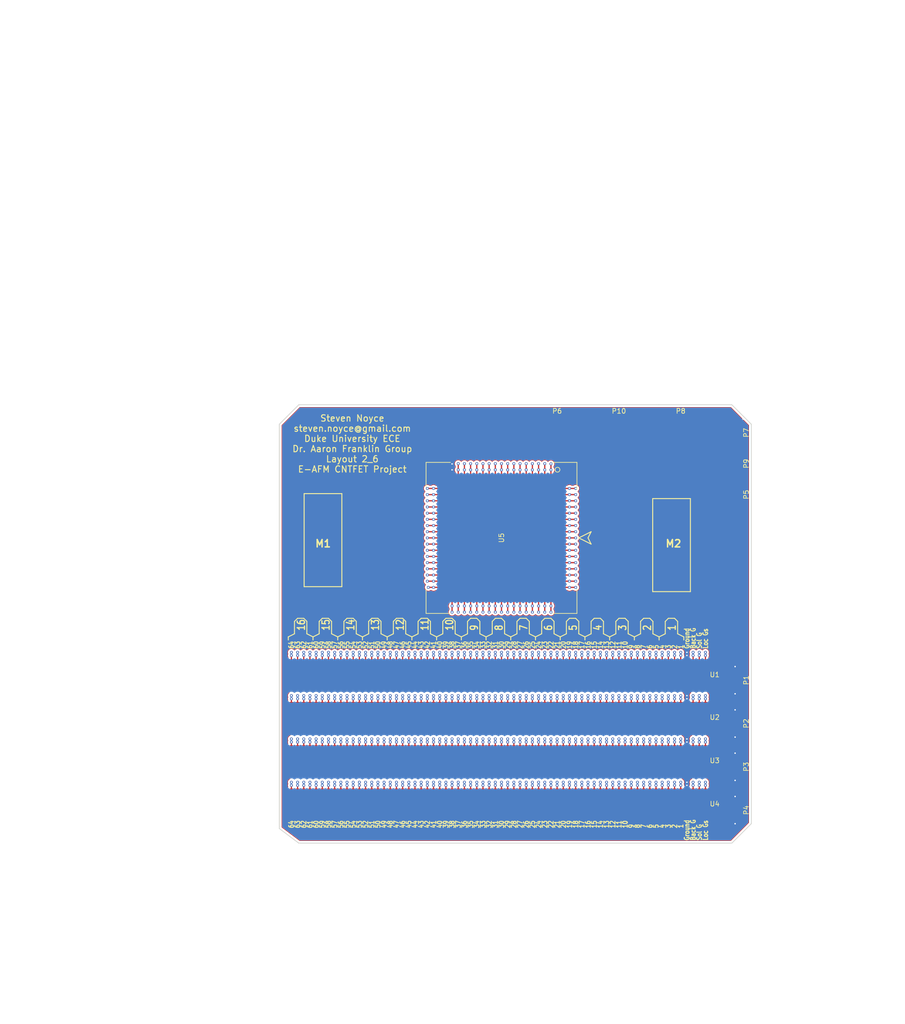
<source format=kicad_pcb>
(kicad_pcb (version 4) (host pcbnew 4.0.5)
  (layers (0 F.Cu signal) (1 In1.Cu signal) (2 In2.Cu signal) (31 B.Cu signal) (34 B.Paste user) (35 F.Paste user) (36 B.SilkS user) (37 F.SilkS user) (38 B.Mask user) (39 F.Mask user) (44 Edge.Cuts user))
  (net 0 "")
  (net 1 GND)
  (net 2 "Net-(P1-Pad1)")
  (net 3 "Net-(P2-Pad1)")
  (net 4 "Net-(P3-Pad1)")
  (net 5 "Net-(P4-Pad1)")
  (net 6 "Net-(P5-Pad1)")
  (net 7 "Net-(P7-Pad1)")
  (net 8 "Net-(P10-Pad1)")
  (net 9 1)
  (net 10 2)
  (net 11 3)
  (net 12 5)
  (net 13 6)
  (net 14 7)
  (net 15 8)
  (net 16 9)
  (net 17 10)
  (net 18 11)
  (net 19 12)
  (net 20 13)
  (net 21 14)
  (net 22 15)
  (net 23 16)
  (net 24 17)
  (net 25 18)
  (net 26 19)
  (net 27 20)
  (net 28 21)
  (net 29 22)
  (net 30 23)
  (net 31 24)
  (net 32 25)
  (net 33 26)
  (net 34 27)
  (net 35 28)
  (net 36 29)
  (net 37 30)
  (net 38 31)
  (net 39 32)
  (net 40 33)
  (net 41 34)
  (net 42 35)
  (net 43 36)
  (net 44 37)
  (net 45 38)
  (net 46 39)
  (net 47 40)
  (net 48 41)
  (net 49 42)
  (net 50 43)
  (net 51 44)
  (net 52 45)
  (net 53 46)
  (net 54 47)
  (net 55 48)
  (net 56 49)
  (net 57 50)
  (net 58 51)
  (net 59 52)
  (net 60 53)
  (net 61 54)
  (net 62 55)
  (net 63 56)
  (net 64 57)
  (net 65 58)
  (net 66 59)
  (net 67 60)
  (net 68 61)
  (net 69 62)
  (net 70 63)
  (net 71 64)
  (net 72 65)
  (net 73 66)
  (net 74 67)
  (net 75 68)
  (module "NoyceLibrary:68_PLCC_Socket_(8468-21B1-RK-TP)" (layer F.Cu) (at 200.66 100.33 270)
    (fp_text reference U5 (at 0 0 270) (layer F.SilkS))
    (fp_text value "68_PLCC_Socket_(8468-21B1-RK-TP)")
    (pad 8 smd rect (at -11.78 -10.16 270) (size 1.7 0.7) (layers F.Cu F.Paste F.Mask) (net 19 12))
    (pad 7 smd rect (at -11.68 -8.89 270) (size 1.91 0.7) (layers F.Cu F.Paste F.Mask) (net 18 11))
    (pad 6 smd rect (at -11.68 -7.62 270) (size 1.91 0.7) (layers F.Cu F.Paste F.Mask) (net 17 10))
    (pad 5 smd rect (at -11.68 -6.35 270) (size 1.91 0.7) (layers F.Cu F.Paste F.Mask) (net 16 9))
    (pad 4 smd rect (at -11.68 -5.08 270) (size 1.91 0.7) (layers F.Cu F.Paste F.Mask) (net 15 8))
    (pad 3 smd rect (at -11.68 -3.81 270) (size 1.91 0.7) (layers F.Cu F.Paste F.Mask) (net 14 7))
    (pad 2 smd rect (at -11.68 -2.54 270) (size 1.91 0.7) (layers F.Cu F.Paste F.Mask) (net 13 6))
    (pad 1 smd rect (at -11.68 -1.27 270) (size 1.91 0.7) (layers F.Cu F.Paste F.Mask) (net 12 5))
    (pad 66 smd rect (at -11.68 0 270) (size 1.91 0.7) (layers F.Cu F.Paste F.Mask) (net 75 68))
    (pad 65 smd rect (at -11.68 1.27 270) (size 1.91 0.7) (layers F.Cu F.Paste F.Mask) (net 74 67))
    (pad 64 smd rect (at -11.68 2.54 270) (size 1.91 0.7) (layers F.Cu F.Paste F.Mask) (net 73 66))
    (pad 63 smd rect (at -11.68 3.81 270) (size 1.91 0.7) (layers F.Cu F.Paste F.Mask) (net 72 65))
    (pad 62 smd rect (at -11.68 5.08 270) (size 1.91 0.7) (layers F.Cu F.Paste F.Mask) (net 71 64))
    (pad 61 smd rect (at -11.68 6.35 270) (size 1.91 0.7) (layers F.Cu F.Paste F.Mask) (net 70 63))
    (pad 60 smd rect (at -11.68 7.62 270) (size 1.91 0.7) (layers F.Cu F.Paste F.Mask) (net 69 62))
    (pad 59 smd rect (at -11.68 8.89 270) (size 1.91 0.7) (layers F.Cu F.Paste F.Mask) (net 68 61))
    (pad 67 smd rect (at -11.78 10.16 270) (size 1.7 0.7) (layers F.Cu F.Paste F.Mask) (net 1 GND))
    (pad 58 smd rect (at -10.16 11.78 270) (size 0.7 1.7) (layers F.Cu F.Paste F.Mask) (net 67 60))
    (pad 27 smd rect (at 11.68 -8.89 270) (size 1.91 0.7) (layers F.Cu F.Paste F.Mask) (net 38 31))
    (pad 28 smd rect (at 11.68 -7.62 270) (size 1.91 0.7) (layers F.Cu F.Paste F.Mask) (net 39 32))
    (pad 29 smd rect (at 11.68 -6.35 270) (size 1.91 0.7) (layers F.Cu F.Paste F.Mask) (net 40 33))
    (pad 30 smd rect (at 11.68 -5.08 270) (size 1.91 0.7) (layers F.Cu F.Paste F.Mask) (net 41 34))
    (pad 31 smd rect (at 11.68 -3.81 270) (size 1.91 0.7) (layers F.Cu F.Paste F.Mask) (net 42 35))
    (pad 32 smd rect (at 11.68 -2.54 270) (size 1.91 0.7) (layers F.Cu F.Paste F.Mask) (net 43 36))
    (pad 33 smd rect (at 11.68 -1.27 270) (size 1.91 0.7) (layers F.Cu F.Paste F.Mask) (net 9 1))
    (pad 34 smd rect (at 11.68 0 270) (size 1.91 0.7) (layers F.Cu F.Paste F.Mask) (net 10 2))
    (pad 35 smd rect (at 11.68 1.27 270) (size 1.91 0.7) (layers F.Cu F.Paste F.Mask) (net 44 37))
    (pad 36 smd rect (at 11.68 2.54 270) (size 1.91 0.7) (layers F.Cu F.Paste F.Mask) (net 45 38))
    (pad 37 smd rect (at 11.68 3.81 270) (size 1.91 0.7) (layers F.Cu F.Paste F.Mask) (net 46 39))
    (pad 38 smd rect (at 11.68 5.08 270) (size 1.91 0.7) (layers F.Cu F.Paste F.Mask) (net 47 40))
    (pad 39 smd rect (at 11.68 6.35 270) (size 1.91 0.7) (layers F.Cu F.Paste F.Mask) (net 48 41))
    (pad 40 smd rect (at 11.68 7.62 270) (size 1.91 0.7) (layers F.Cu F.Paste F.Mask) (net 49 42))
    (pad 41 smd rect (at 11.68 8.89 270) (size 1.91 0.7) (layers F.Cu F.Paste F.Mask) (net 50 43))
    (pad 68 smd rect (at 11.78 10.16 270) (size 1.7 0.7) (layers F.Cu F.Paste F.Mask) (net 11 3))
    (pad 9 smd rect (at -10.16 -11.78 270) (size 0.7 1.7) (layers F.Cu F.Paste F.Mask) (net 20 13))
    (pad 10 smd rect (at -8.89 -11.68 270) (size 0.7 1.91) (layers F.Cu F.Paste F.Mask) (net 21 14))
    (pad 11 smd rect (at -7.62 -11.68 270) (size 0.7 1.91) (layers F.Cu F.Paste F.Mask) (net 22 15))
    (pad 12 smd rect (at -6.35 -11.68 270) (size 0.7 1.91) (layers F.Cu F.Paste F.Mask) (net 23 16))
    (pad 13 smd rect (at -5.08 -11.68 270) (size 0.7 1.91) (layers F.Cu F.Paste F.Mask) (net 24 17))
    (pad 14 smd rect (at -3.81 -11.68 270) (size 0.7 1.91) (layers F.Cu F.Paste F.Mask) (net 25 18))
    (pad 15 smd rect (at -2.54 -11.68 270) (size 0.7 1.91) (layers F.Cu F.Paste F.Mask) (net 26 19))
    (pad 16 smd rect (at -1.27 -11.68 270) (size 0.7 1.91) (layers F.Cu F.Paste F.Mask) (net 27 20))
    (pad 17 smd rect (at 0 -11.68 270) (size 0.7 1.91) (layers F.Cu F.Paste F.Mask) (net 28 21))
    (pad 18 smd rect (at 1.27 -11.68 270) (size 0.7 1.91) (layers F.Cu F.Paste F.Mask) (net 29 22))
    (pad 19 smd rect (at 2.54 -11.68 270) (size 0.7 1.91) (layers F.Cu F.Paste F.Mask) (net 30 23))
    (pad 20 smd rect (at 3.81 -11.68 270) (size 0.7 1.91) (layers F.Cu F.Paste F.Mask) (net 31 24))
    (pad 21 smd rect (at 5.08 -11.68 270) (size 0.7 1.91) (layers F.Cu F.Paste F.Mask) (net 32 25))
    (pad 22 smd rect (at 6.35 -11.68 270) (size 0.7 1.91) (layers F.Cu F.Paste F.Mask) (net 33 26))
    (pad 23 smd rect (at 7.62 -11.68 270) (size 0.7 1.91) (layers F.Cu F.Paste F.Mask) (net 34 27))
    (pad 24 smd rect (at 8.89 -11.68 270) (size 0.7 1.91) (layers F.Cu F.Paste F.Mask) (net 35 28))
    (pad 25 smd rect (at 10.16 -11.78 270) (size 0.7 1.7) (layers F.Cu F.Paste F.Mask) (net 36 29))
    (pad 57 smd rect (at -8.89 11.68 270) (size 0.7 1.91) (layers F.Cu F.Paste F.Mask) (net 66 59))
    (pad 56 smd rect (at -7.62 11.68 270) (size 0.7 1.91) (layers F.Cu F.Paste F.Mask) (net 65 58))
    (pad 55 smd rect (at -6.35 11.68 270) (size 0.7 1.91) (layers F.Cu F.Paste F.Mask) (net 64 57))
    (pad 54 smd rect (at -5.08 11.68 270) (size 0.7 1.91) (layers F.Cu F.Paste F.Mask) (net 63 56))
    (pad 53 smd rect (at -3.81 11.68 270) (size 0.7 1.91) (layers F.Cu F.Paste F.Mask) (net 62 55))
    (pad 52 smd rect (at -2.54 11.68 270) (size 0.7 1.91) (layers F.Cu F.Paste F.Mask) (net 61 54))
    (pad 51 smd rect (at -1.27 11.68 270) (size 0.7 1.91) (layers F.Cu F.Paste F.Mask) (net 60 53))
    (pad 50 smd rect (at 0 11.68 270) (size 0.7 1.91) (layers F.Cu F.Paste F.Mask) (net 59 52))
    (pad 49 smd rect (at 1.27 11.68 270) (size 0.7 1.91) (layers F.Cu F.Paste F.Mask) (net 58 51))
    (pad 48 smd rect (at 2.54 11.68 270) (size 0.7 1.91) (layers F.Cu F.Paste F.Mask) (net 57 50))
    (pad 47 smd rect (at 3.81 11.68 270) (size 0.7 1.91) (layers F.Cu F.Paste F.Mask) (net 56 49))
    (pad 46 smd rect (at 5.08 11.68 270) (size 0.7 1.91) (layers F.Cu F.Paste F.Mask) (net 55 48))
    (pad 45 smd rect (at 6.35 11.68 270) (size 0.7 1.91) (layers F.Cu F.Paste F.Mask) (net 54 47))
    (pad 44 smd rect (at 7.62 11.68 270) (size 0.7 1.91) (layers F.Cu F.Paste F.Mask) (net 53 46))
    (pad 43 smd rect (at 8.89 11.68 270) (size 0.7 1.91) (layers F.Cu F.Paste F.Mask) (net 52 45))
    (pad 42 smd rect (at 10.16 11.78 270) (size 0.7 1.7) (layers F.Cu F.Paste F.Mask) (net 51 44))
    (pad 26 smd rect (at 11.78 -10.16 270) (size 1.7 0.7) (layers F.Cu F.Paste F.Mask) (net 37 30))
  )
  (module "NoyceLibrary:Headers_SMD_2x2_(cut_95157-240LF)" (layer F.Cu) (at 224.79 77.47 270)
    (fp_text reference P10 (at -3.175 0 360) (layer F.SilkS))
    (fp_text value CONN_02X02)
    (pad 1 smd rect (at -1.27 -2.73 270) (size 1.27 3.18) (layers F.Cu F.Paste F.Mask) (net 8 "Net-(P10-Pad1)"))
    (pad 3 smd rect (at 1.27 -2.73 270) (size 1.27 3.18) (layers F.Cu F.Paste F.Mask) (net 8 "Net-(P10-Pad1)"))
    (pad 2 smd rect (at -1.27 2.73 270) (size 1.27 3.18) (layers F.Cu F.Paste F.Mask) (net 1 GND))
    (pad 4 smd rect (at 1.27 2.73 270) (size 1.27 3.18) (layers F.Cu F.Paste F.Mask) (net 1 GND))
  )
  (module "NoyceLibrary:Headers_SMD_2x2_(cut_95157-240LF)" (layer F.Cu) (at 237.49 77.47 270)
    (fp_text reference P8 (at -3.175 0 360) (layer F.SilkS))
    (fp_text value CONN_02X02)
    (pad 1 smd rect (at -1.27 -2.73 270) (size 1.27 3.18) (layers F.Cu F.Paste F.Mask) (net 7 "Net-(P7-Pad1)"))
    (pad 3 smd rect (at 1.27 -2.73 270) (size 1.27 3.18) (layers F.Cu F.Paste F.Mask) (net 7 "Net-(P7-Pad1)"))
    (pad 2 smd rect (at -1.27 2.73 270) (size 1.27 3.18) (layers F.Cu F.Paste F.Mask) (net 1 GND))
    (pad 4 smd rect (at 1.27 2.73 270) (size 1.27 3.18) (layers F.Cu F.Paste F.Mask) (net 1 GND))
  )
  (module "NoyceLibrary:Headers_SMD_2x2_(cut_95157-240LF)" (layer F.Cu) (at 212.09 77.47 270)
    (fp_text reference P6 (at -3.175 0 360) (layer F.SilkS))
    (fp_text value CONN_02X02)
    (pad 1 smd rect (at -1.27 -2.73 270) (size 1.27 3.18) (layers F.Cu F.Paste F.Mask) (net 6 "Net-(P5-Pad1)"))
    (pad 3 smd rect (at 1.27 -2.73 270) (size 1.27 3.18) (layers F.Cu F.Paste F.Mask) (net 6 "Net-(P5-Pad1)"))
    (pad 2 smd rect (at -1.27 2.73 270) (size 1.27 3.18) (layers F.Cu F.Paste F.Mask) (net 1 GND))
    (pad 4 smd rect (at 1.27 2.73 270) (size 1.27 3.18) (layers F.Cu F.Paste F.Mask) (net 1 GND))
  )
  (module "NoyceLibrary:IPEX_Connector_SMD_(RECE.20279.001E.01)" (layer F.Cu) (at 247.27 129.54 270)
    (fp_text reference P1 (at 0 -3.682 270) (layer F.SilkS))
    (fp_text value CONN_01X02)
    (pad 2 smd rect (at 1.685 -1.25 270) (size 1.2 2.5) (layers F.Cu F.Paste F.Mask) (net 1 GND))
    (pad 2 smd rect (at -1.685 -1.25 270) (size 1.2 2.5) (layers F.Cu F.Paste F.Mask) (net 1 GND))
    (pad 1 smd rect (at 0 0.48 270) (size 1.15 1.2) (layers F.Cu F.Paste F.Mask) (net 2 "Net-(P1-Pad1)"))
    (pad 3 smd rect (at 0 -1.65 270) (size 0.2 0.2) (layers F.Cu F.Mask) (clearance 0.98) (thermal_gap 2))
  )
  (module "NoyceLibrary:IPEX_Connector_SMD_(RECE.20279.001E.01)" (layer F.Cu) (at 247.27 138.43 270)
    (fp_text reference P2 (at 0 -3.682 270) (layer F.SilkS))
    (fp_text value CONN_01X02)
    (pad 2 smd rect (at 1.685 -1.25 270) (size 1.2 2.5) (layers F.Cu F.Paste F.Mask) (net 1 GND))
    (pad 2 smd rect (at -1.685 -1.25 270) (size 1.2 2.5) (layers F.Cu F.Paste F.Mask) (net 1 GND))
    (pad 1 smd rect (at 0 0.48 270) (size 1.15 1.2) (layers F.Cu F.Paste F.Mask) (net 3 "Net-(P2-Pad1)"))
    (pad 3 smd rect (at 0 -1.65 270) (size 0.2 0.2) (layers F.Cu F.Mask) (clearance 0.98) (thermal_gap 2))
  )
  (module "NoyceLibrary:IPEX_Connector_SMD_(RECE.20279.001E.01)" (layer F.Cu) (at 247.27 147.32 270)
    (fp_text reference P3 (at 0 -3.682 270) (layer F.SilkS))
    (fp_text value CONN_01X02)
    (pad 2 smd rect (at 1.685 -1.25 270) (size 1.2 2.5) (layers F.Cu F.Paste F.Mask) (net 1 GND))
    (pad 2 smd rect (at -1.685 -1.25 270) (size 1.2 2.5) (layers F.Cu F.Paste F.Mask) (net 1 GND))
    (pad 1 smd rect (at 0 0.48 270) (size 1.15 1.2) (layers F.Cu F.Paste F.Mask) (net 4 "Net-(P3-Pad1)"))
    (pad 3 smd rect (at 0 -1.65 270) (size 0.2 0.2) (layers F.Cu F.Mask) (clearance 0.98) (thermal_gap 2))
  )
  (module "NoyceLibrary:IPEX_Connector_SMD_(RECE.20279.001E.01)" (layer F.Cu) (at 247.27 156.21 270)
    (fp_text reference P4 (at 0 -3.682 270) (layer F.SilkS))
    (fp_text value CONN_01X02)
    (pad 2 smd rect (at 1.685 -1.25 270) (size 1.2 2.5) (layers F.Cu F.Paste F.Mask) (net 1 GND))
    (pad 2 smd rect (at -1.685 -1.25 270) (size 1.2 2.5) (layers F.Cu F.Paste F.Mask) (net 1 GND))
    (pad 1 smd rect (at 0 0.48 270) (size 1.15 1.2) (layers F.Cu F.Paste F.Mask) (net 5 "Net-(P4-Pad1)"))
    (pad 3 smd rect (at 0 -1.65 270) (size 0.2 0.2) (layers F.Cu F.Mask) (clearance 0.98) (thermal_gap 2))
  )
  (module "NoyceLibrary:IPEX_Connector_SMD_(RECE.20279.001E.01)" (layer F.Cu) (at 247.27 91.44 270)
    (fp_text reference P5 (at 0 -3.682 270) (layer F.SilkS))
    (fp_text value CONN_01X02)
    (pad 2 smd rect (at 1.685 -1.25 270) (size 1.2 2.5) (layers F.Cu F.Paste F.Mask) (net 1 GND))
    (pad 2 smd rect (at -1.685 -1.25 270) (size 1.2 2.5) (layers F.Cu F.Paste F.Mask) (net 1 GND))
    (pad 1 smd rect (at 0 0.48 270) (size 1.15 1.2) (layers F.Cu F.Paste F.Mask) (net 6 "Net-(P5-Pad1)"))
    (pad 3 smd rect (at 0 -1.65 270) (size 0.2 0.2) (layers F.Cu F.Mask) (clearance 0.98) (thermal_gap 2))
  )
  (module "NoyceLibrary:IPEX_Connector_SMD_(RECE.20279.001E.01)" (layer F.Cu) (at 247.27 78.74 270)
    (fp_text reference P7 (at 0 -3.682 270) (layer F.SilkS))
    (fp_text value CONN_01X02)
    (pad 2 smd rect (at 1.685 -1.25 270) (size 1.2 2.5) (layers F.Cu F.Paste F.Mask) (net 1 GND))
    (pad 2 smd rect (at -1.685 -1.25 270) (size 1.2 2.5) (layers F.Cu F.Paste F.Mask) (net 1 GND))
    (pad 1 smd rect (at 0 0.48 270) (size 1.15 1.2) (layers F.Cu F.Paste F.Mask) (net 7 "Net-(P7-Pad1)"))
    (pad 3 smd rect (at 0 -1.65 270) (size 0.2 0.2) (layers F.Cu F.Mask) (clearance 0.98) (thermal_gap 2))
  )
  (module "NoyceLibrary:IPEX_Connector_SMD_(RECE.20279.001E.01)" (layer F.Cu) (at 247.27 85.09 270)
    (fp_text reference P9 (at 0 -3.682 270) (layer F.SilkS))
    (fp_text value CONN_01X02)
    (pad 2 smd rect (at 1.685 -1.25 270) (size 1.2 2.5) (layers F.Cu F.Paste F.Mask) (net 1 GND))
    (pad 2 smd rect (at -1.685 -1.25 270) (size 1.2 2.5) (layers F.Cu F.Paste F.Mask) (net 1 GND))
    (pad 1 smd rect (at 0 0.48 270) (size 1.15 1.2) (layers F.Cu F.Paste F.Mask) (net 8 "Net-(P10-Pad1)"))
    (pad 3 smd rect (at 0 -1.65 270) (size 0.2 0.2) (layers F.Cu F.Mask) (clearance 0.98) (thermal_gap 2))
  )
  (module "NoyceLibrary:Headers_SMD_1.27_2x68_(mult_00060T4LF)" (layer F.Cu) (at 200.66 128.412 180)
    (fp_text reference U1 (at -43.815 0 180) (layer F.SilkS))
    (fp_text value "Headers_SMD_2x68_(mult_95157-240LF)")
    (pad 1 smd rect (at -41.91 1.95 180) (size 0.76 2.4) (layers F.Cu F.Paste F.Mask) (net 9 1))
    (pad 2 smd rect (at -41.91 -1.95 180) (size 0.76 2.4) (layers F.Cu F.Paste F.Mask) (net 2 "Net-(P1-Pad1)"))
    (pad 3 smd rect (at -40.64 1.95 180) (size 0.76 2.4) (layers F.Cu F.Paste F.Mask) (net 10 2))
    (pad 4 smd rect (at -40.64 -1.95 180) (size 0.76 2.4) (layers F.Cu F.Paste F.Mask) (net 2 "Net-(P1-Pad1)"))
    (pad 5 smd rect (at -39.37 1.95 180) (size 0.76 2.4) (layers F.Cu F.Paste F.Mask) (net 11 3))
    (pad 6 smd rect (at -39.37 -1.95 180) (size 0.76 2.4) (layers F.Cu F.Paste F.Mask) (net 2 "Net-(P1-Pad1)"))
    (pad 7 smd rect (at -38.1 1.95 180) (size 0.76 2.4) (layers F.Cu F.Paste F.Mask) (net 1 GND))
    (pad 8 smd rect (at -38.1 -1.95 180) (size 0.76 2.4) (layers F.Cu F.Paste F.Mask) (net 2 "Net-(P1-Pad1)"))
    (pad 9 smd rect (at -36.83 1.95 180) (size 0.76 2.4) (layers F.Cu F.Paste F.Mask) (net 12 5))
    (pad 10 smd rect (at -36.83 -1.95 180) (size 0.76 2.4) (layers F.Cu F.Paste F.Mask) (net 2 "Net-(P1-Pad1)"))
    (pad 11 smd rect (at -35.56 1.95 180) (size 0.76 2.4) (layers F.Cu F.Paste F.Mask) (net 13 6))
    (pad 12 smd rect (at -35.56 -1.95 180) (size 0.76 2.4) (layers F.Cu F.Paste F.Mask) (net 2 "Net-(P1-Pad1)"))
    (pad 13 smd rect (at -34.29 1.95 180) (size 0.76 2.4) (layers F.Cu F.Paste F.Mask) (net 14 7))
    (pad 14 smd rect (at -34.29 -1.95 180) (size 0.76 2.4) (layers F.Cu F.Paste F.Mask) (net 2 "Net-(P1-Pad1)"))
    (pad 15 smd rect (at -33.02 1.95 180) (size 0.76 2.4) (layers F.Cu F.Paste F.Mask) (net 15 8))
    (pad 16 smd rect (at -33.02 -1.95 180) (size 0.76 2.4) (layers F.Cu F.Paste F.Mask) (net 2 "Net-(P1-Pad1)"))
    (pad 17 smd rect (at -31.75 1.95 180) (size 0.76 2.4) (layers F.Cu F.Paste F.Mask) (net 16 9))
    (pad 18 smd rect (at -31.75 -1.95 180) (size 0.76 2.4) (layers F.Cu F.Paste F.Mask) (net 2 "Net-(P1-Pad1)"))
    (pad 19 smd rect (at -30.48 1.95 180) (size 0.76 2.4) (layers F.Cu F.Paste F.Mask) (net 17 10))
    (pad 20 smd rect (at -30.48 -1.95 180) (size 0.76 2.4) (layers F.Cu F.Paste F.Mask) (net 2 "Net-(P1-Pad1)"))
    (pad 21 smd rect (at -29.21 1.95 180) (size 0.76 2.4) (layers F.Cu F.Paste F.Mask) (net 18 11))
    (pad 22 smd rect (at -29.21 -1.95 180) (size 0.76 2.4) (layers F.Cu F.Paste F.Mask) (net 2 "Net-(P1-Pad1)"))
    (pad 23 smd rect (at -27.94 1.95 180) (size 0.76 2.4) (layers F.Cu F.Paste F.Mask) (net 19 12))
    (pad 24 smd rect (at -27.94 -1.95 180) (size 0.76 2.4) (layers F.Cu F.Paste F.Mask) (net 2 "Net-(P1-Pad1)"))
    (pad 25 smd rect (at -26.67 1.95 180) (size 0.76 2.4) (layers F.Cu F.Paste F.Mask) (net 20 13))
    (pad 26 smd rect (at -26.67 -1.95 180) (size 0.76 2.4) (layers F.Cu F.Paste F.Mask) (net 2 "Net-(P1-Pad1)"))
    (pad 27 smd rect (at -25.4 1.95 180) (size 0.76 2.4) (layers F.Cu F.Paste F.Mask) (net 21 14))
    (pad 28 smd rect (at -25.4 -1.95 180) (size 0.76 2.4) (layers F.Cu F.Paste F.Mask) (net 2 "Net-(P1-Pad1)"))
    (pad 29 smd rect (at -24.13 1.95 180) (size 0.76 2.4) (layers F.Cu F.Paste F.Mask) (net 22 15))
    (pad 30 smd rect (at -24.13 -1.95 180) (size 0.76 2.4) (layers F.Cu F.Paste F.Mask) (net 2 "Net-(P1-Pad1)"))
    (pad 31 smd rect (at -22.86 1.95 180) (size 0.76 2.4) (layers F.Cu F.Paste F.Mask) (net 23 16))
    (pad 32 smd rect (at -22.86 -1.95 180) (size 0.76 2.4) (layers F.Cu F.Paste F.Mask) (net 2 "Net-(P1-Pad1)"))
    (pad 33 smd rect (at -21.59 1.95 180) (size 0.76 2.4) (layers F.Cu F.Paste F.Mask) (net 24 17))
    (pad 34 smd rect (at -21.59 -1.95 180) (size 0.76 2.4) (layers F.Cu F.Paste F.Mask) (net 2 "Net-(P1-Pad1)"))
    (pad 35 smd rect (at -20.32 1.95 180) (size 0.76 2.4) (layers F.Cu F.Paste F.Mask) (net 25 18))
    (pad 36 smd rect (at -20.32 -1.95 180) (size 0.76 2.4) (layers F.Cu F.Paste F.Mask) (net 2 "Net-(P1-Pad1)"))
    (pad 37 smd rect (at -19.05 1.95 180) (size 0.76 2.4) (layers F.Cu F.Paste F.Mask) (net 26 19))
    (pad 38 smd rect (at -19.05 -1.95 180) (size 0.76 2.4) (layers F.Cu F.Paste F.Mask) (net 2 "Net-(P1-Pad1)"))
    (pad 39 smd rect (at -17.78 1.95 180) (size 0.76 2.4) (layers F.Cu F.Paste F.Mask) (net 27 20))
    (pad 40 smd rect (at -17.78 -1.95 180) (size 0.76 2.4) (layers F.Cu F.Paste F.Mask) (net 2 "Net-(P1-Pad1)"))
    (pad 41 smd rect (at -16.51 1.95 180) (size 0.76 2.4) (layers F.Cu F.Paste F.Mask) (net 28 21))
    (pad 42 smd rect (at -16.51 -1.95 180) (size 0.76 2.4) (layers F.Cu F.Paste F.Mask) (net 2 "Net-(P1-Pad1)"))
    (pad 43 smd rect (at -15.24 1.95 180) (size 0.76 2.4) (layers F.Cu F.Paste F.Mask) (net 29 22))
    (pad 44 smd rect (at -15.24 -1.95 180) (size 0.76 2.4) (layers F.Cu F.Paste F.Mask) (net 2 "Net-(P1-Pad1)"))
    (pad 45 smd rect (at -13.97 1.95 180) (size 0.76 2.4) (layers F.Cu F.Paste F.Mask) (net 30 23))
    (pad 46 smd rect (at -13.97 -1.95 180) (size 0.76 2.4) (layers F.Cu F.Paste F.Mask) (net 2 "Net-(P1-Pad1)"))
    (pad 47 smd rect (at -12.7 1.95 180) (size 0.76 2.4) (layers F.Cu F.Paste F.Mask) (net 31 24))
    (pad 48 smd rect (at -12.7 -1.95 180) (size 0.76 2.4) (layers F.Cu F.Paste F.Mask) (net 2 "Net-(P1-Pad1)"))
    (pad 49 smd rect (at -11.43 1.95 180) (size 0.76 2.4) (layers F.Cu F.Paste F.Mask) (net 32 25))
    (pad 50 smd rect (at -11.43 -1.95 180) (size 0.76 2.4) (layers F.Cu F.Paste F.Mask) (net 2 "Net-(P1-Pad1)"))
    (pad 51 smd rect (at -10.16 1.95 180) (size 0.76 2.4) (layers F.Cu F.Paste F.Mask) (net 33 26))
    (pad 52 smd rect (at -10.16 -1.95 180) (size 0.76 2.4) (layers F.Cu F.Paste F.Mask) (net 2 "Net-(P1-Pad1)"))
    (pad 53 smd rect (at -8.89 1.95 180) (size 0.76 2.4) (layers F.Cu F.Paste F.Mask) (net 34 27))
    (pad 54 smd rect (at -8.89 -1.95 180) (size 0.76 2.4) (layers F.Cu F.Paste F.Mask) (net 2 "Net-(P1-Pad1)"))
    (pad 55 smd rect (at -7.62 1.95 180) (size 0.76 2.4) (layers F.Cu F.Paste F.Mask) (net 35 28))
    (pad 56 smd rect (at -7.62 -1.95 180) (size 0.76 2.4) (layers F.Cu F.Paste F.Mask) (net 2 "Net-(P1-Pad1)"))
    (pad 57 smd rect (at -6.35 1.95 180) (size 0.76 2.4) (layers F.Cu F.Paste F.Mask) (net 36 29))
    (pad 58 smd rect (at -6.35 -1.95 180) (size 0.76 2.4) (layers F.Cu F.Paste F.Mask) (net 2 "Net-(P1-Pad1)"))
    (pad 59 smd rect (at -5.08 1.95 180) (size 0.76 2.4) (layers F.Cu F.Paste F.Mask) (net 37 30))
    (pad 60 smd rect (at -5.08 -1.95 180) (size 0.76 2.4) (layers F.Cu F.Paste F.Mask) (net 2 "Net-(P1-Pad1)"))
    (pad 61 smd rect (at -3.81 1.95 180) (size 0.76 2.4) (layers F.Cu F.Paste F.Mask) (net 38 31))
    (pad 62 smd rect (at -3.81 -1.95 180) (size 0.76 2.4) (layers F.Cu F.Paste F.Mask) (net 2 "Net-(P1-Pad1)"))
    (pad 63 smd rect (at -2.54 1.95 180) (size 0.76 2.4) (layers F.Cu F.Paste F.Mask) (net 39 32))
    (pad 64 smd rect (at -2.54 -1.95 180) (size 0.76 2.4) (layers F.Cu F.Paste F.Mask) (net 2 "Net-(P1-Pad1)"))
    (pad 65 smd rect (at -1.27 1.95 180) (size 0.76 2.4) (layers F.Cu F.Paste F.Mask) (net 40 33))
    (pad 66 smd rect (at -1.27 -1.95 180) (size 0.76 2.4) (layers F.Cu F.Paste F.Mask) (net 2 "Net-(P1-Pad1)"))
    (pad 67 smd rect (at 0 1.95 180) (size 0.76 2.4) (layers F.Cu F.Paste F.Mask) (net 41 34))
    (pad 68 smd rect (at 0 -1.95 180) (size 0.76 2.4) (layers F.Cu F.Paste F.Mask) (net 2 "Net-(P1-Pad1)"))
    (pad 69 smd rect (at 1.27 1.95 180) (size 0.76 2.4) (layers F.Cu F.Paste F.Mask) (net 42 35))
    (pad 70 smd rect (at 1.27 -1.95 180) (size 0.76 2.4) (layers F.Cu F.Paste F.Mask) (net 2 "Net-(P1-Pad1)"))
    (pad 71 smd rect (at 2.54 1.95 180) (size 0.76 2.4) (layers F.Cu F.Paste F.Mask) (net 43 36))
    (pad 72 smd rect (at 2.54 -1.95 180) (size 0.76 2.4) (layers F.Cu F.Paste F.Mask) (net 2 "Net-(P1-Pad1)"))
    (pad 73 smd rect (at 3.81 1.95 180) (size 0.76 2.4) (layers F.Cu F.Paste F.Mask) (net 44 37))
    (pad 74 smd rect (at 3.81 -1.95 180) (size 0.76 2.4) (layers F.Cu F.Paste F.Mask) (net 2 "Net-(P1-Pad1)"))
    (pad 75 smd rect (at 5.08 1.95 180) (size 0.76 2.4) (layers F.Cu F.Paste F.Mask) (net 45 38))
    (pad 76 smd rect (at 5.08 -1.95 180) (size 0.76 2.4) (layers F.Cu F.Paste F.Mask) (net 2 "Net-(P1-Pad1)"))
    (pad 77 smd rect (at 6.35 1.95 180) (size 0.76 2.4) (layers F.Cu F.Paste F.Mask) (net 46 39))
    (pad 78 smd rect (at 6.35 -1.95 180) (size 0.76 2.4) (layers F.Cu F.Paste F.Mask) (net 2 "Net-(P1-Pad1)"))
    (pad 79 smd rect (at 7.62 1.95 180) (size 0.76 2.4) (layers F.Cu F.Paste F.Mask) (net 47 40))
    (pad 80 smd rect (at 7.62 -1.95 180) (size 0.76 2.4) (layers F.Cu F.Paste F.Mask) (net 2 "Net-(P1-Pad1)"))
    (pad 81 smd rect (at 8.89 1.95 180) (size 0.76 2.4) (layers F.Cu F.Paste F.Mask) (net 48 41))
    (pad 82 smd rect (at 8.89 -1.95 180) (size 0.76 2.4) (layers F.Cu F.Paste F.Mask) (net 2 "Net-(P1-Pad1)"))
    (pad 83 smd rect (at 10.16 1.95 180) (size 0.76 2.4) (layers F.Cu F.Paste F.Mask) (net 49 42))
    (pad 84 smd rect (at 10.16 -1.95 180) (size 0.76 2.4) (layers F.Cu F.Paste F.Mask) (net 2 "Net-(P1-Pad1)"))
    (pad 85 smd rect (at 11.43 1.95 180) (size 0.76 2.4) (layers F.Cu F.Paste F.Mask) (net 50 43))
    (pad 86 smd rect (at 11.43 -1.95 180) (size 0.76 2.4) (layers F.Cu F.Paste F.Mask) (net 2 "Net-(P1-Pad1)"))
    (pad 87 smd rect (at 12.7 1.95 180) (size 0.76 2.4) (layers F.Cu F.Paste F.Mask) (net 51 44))
    (pad 88 smd rect (at 12.7 -1.95 180) (size 0.76 2.4) (layers F.Cu F.Paste F.Mask) (net 2 "Net-(P1-Pad1)"))
    (pad 89 smd rect (at 13.97 1.95 180) (size 0.76 2.4) (layers F.Cu F.Paste F.Mask) (net 52 45))
    (pad 90 smd rect (at 13.97 -1.95 180) (size 0.76 2.4) (layers F.Cu F.Paste F.Mask) (net 2 "Net-(P1-Pad1)"))
    (pad 91 smd rect (at 15.24 1.95 180) (size 0.76 2.4) (layers F.Cu F.Paste F.Mask) (net 53 46))
    (pad 92 smd rect (at 15.24 -1.95 180) (size 0.76 2.4) (layers F.Cu F.Paste F.Mask) (net 2 "Net-(P1-Pad1)"))
    (pad 93 smd rect (at 16.51 1.95 180) (size 0.76 2.4) (layers F.Cu F.Paste F.Mask) (net 54 47))
    (pad 94 smd rect (at 16.51 -1.95 180) (size 0.76 2.4) (layers F.Cu F.Paste F.Mask) (net 2 "Net-(P1-Pad1)"))
    (pad 95 smd rect (at 17.78 1.95 180) (size 0.76 2.4) (layers F.Cu F.Paste F.Mask) (net 55 48))
    (pad 96 smd rect (at 17.78 -1.95 180) (size 0.76 2.4) (layers F.Cu F.Paste F.Mask) (net 2 "Net-(P1-Pad1)"))
    (pad 97 smd rect (at 19.05 1.95 180) (size 0.76 2.4) (layers F.Cu F.Paste F.Mask) (net 56 49))
    (pad 98 smd rect (at 19.05 -1.95 180) (size 0.76 2.4) (layers F.Cu F.Paste F.Mask) (net 2 "Net-(P1-Pad1)"))
    (pad 99 smd rect (at 20.32 1.95 180) (size 0.76 2.4) (layers F.Cu F.Paste F.Mask) (net 57 50))
    (pad 100 smd rect (at 20.32 -1.95 180) (size 0.76 2.4) (layers F.Cu F.Paste F.Mask) (net 2 "Net-(P1-Pad1)"))
    (pad 101 smd rect (at 21.59 1.95 180) (size 0.76 2.4) (layers F.Cu F.Paste F.Mask) (net 58 51))
    (pad 102 smd rect (at 21.59 -1.95 180) (size 0.76 2.4) (layers F.Cu F.Paste F.Mask) (net 2 "Net-(P1-Pad1)"))
    (pad 103 smd rect (at 22.86 1.95 180) (size 0.76 2.4) (layers F.Cu F.Paste F.Mask) (net 59 52))
    (pad 104 smd rect (at 22.86 -1.95 180) (size 0.76 2.4) (layers F.Cu F.Paste F.Mask) (net 2 "Net-(P1-Pad1)"))
    (pad 105 smd rect (at 24.13 1.95 180) (size 0.76 2.4) (layers F.Cu F.Paste F.Mask) (net 60 53))
    (pad 106 smd rect (at 24.13 -1.95 180) (size 0.76 2.4) (layers F.Cu F.Paste F.Mask) (net 2 "Net-(P1-Pad1)"))
    (pad 107 smd rect (at 25.4 1.95 180) (size 0.76 2.4) (layers F.Cu F.Paste F.Mask) (net 61 54))
    (pad 108 smd rect (at 25.4 -1.95 180) (size 0.76 2.4) (layers F.Cu F.Paste F.Mask) (net 2 "Net-(P1-Pad1)"))
    (pad 109 smd rect (at 26.67 1.95 180) (size 0.76 2.4) (layers F.Cu F.Paste F.Mask) (net 62 55))
    (pad 110 smd rect (at 26.67 -1.95 180) (size 0.76 2.4) (layers F.Cu F.Paste F.Mask) (net 2 "Net-(P1-Pad1)"))
    (pad 111 smd rect (at 27.94 1.95 180) (size 0.76 2.4) (layers F.Cu F.Paste F.Mask) (net 63 56))
    (pad 112 smd rect (at 27.94 -1.95 180) (size 0.76 2.4) (layers F.Cu F.Paste F.Mask) (net 2 "Net-(P1-Pad1)"))
    (pad 113 smd rect (at 29.21 1.95 180) (size 0.76 2.4) (layers F.Cu F.Paste F.Mask) (net 64 57))
    (pad 114 smd rect (at 29.21 -1.95 180) (size 0.76 2.4) (layers F.Cu F.Paste F.Mask) (net 2 "Net-(P1-Pad1)"))
    (pad 115 smd rect (at 30.48 1.95 180) (size 0.76 2.4) (layers F.Cu F.Paste F.Mask) (net 65 58))
    (pad 116 smd rect (at 30.48 -1.95 180) (size 0.76 2.4) (layers F.Cu F.Paste F.Mask) (net 2 "Net-(P1-Pad1)"))
    (pad 117 smd rect (at 31.75 1.95 180) (size 0.76 2.4) (layers F.Cu F.Paste F.Mask) (net 66 59))
    (pad 118 smd rect (at 31.75 -1.95 180) (size 0.76 2.4) (layers F.Cu F.Paste F.Mask) (net 2 "Net-(P1-Pad1)"))
    (pad 119 smd rect (at 33.02 1.95 180) (size 0.76 2.4) (layers F.Cu F.Paste F.Mask) (net 67 60))
    (pad 120 smd rect (at 33.02 -1.95 180) (size 0.76 2.4) (layers F.Cu F.Paste F.Mask) (net 2 "Net-(P1-Pad1)"))
    (pad 121 smd rect (at 34.29 1.95 180) (size 0.76 2.4) (layers F.Cu F.Paste F.Mask) (net 68 61))
    (pad 122 smd rect (at 34.29 -1.95 180) (size 0.76 2.4) (layers F.Cu F.Paste F.Mask) (net 2 "Net-(P1-Pad1)"))
    (pad 123 smd rect (at 35.56 1.95 180) (size 0.76 2.4) (layers F.Cu F.Paste F.Mask) (net 69 62))
    (pad 124 smd rect (at 35.56 -1.95 180) (size 0.76 2.4) (layers F.Cu F.Paste F.Mask) (net 2 "Net-(P1-Pad1)"))
    (pad 125 smd rect (at 36.83 1.95 180) (size 0.76 2.4) (layers F.Cu F.Paste F.Mask) (net 70 63))
    (pad 126 smd rect (at 36.83 -1.95 180) (size 0.76 2.4) (layers F.Cu F.Paste F.Mask) (net 2 "Net-(P1-Pad1)"))
    (pad 127 smd rect (at 38.1 1.95 180) (size 0.76 2.4) (layers F.Cu F.Paste F.Mask) (net 71 64))
    (pad 128 smd rect (at 38.1 -1.95 180) (size 0.76 2.4) (layers F.Cu F.Paste F.Mask) (net 2 "Net-(P1-Pad1)"))
    (pad 129 smd rect (at 39.37 1.95 180) (size 0.76 2.4) (layers F.Cu F.Paste F.Mask) (net 72 65))
    (pad 130 smd rect (at 39.37 -1.95 180) (size 0.76 2.4) (layers F.Cu F.Paste F.Mask) (net 2 "Net-(P1-Pad1)"))
    (pad 131 smd rect (at 40.64 1.95 180) (size 0.76 2.4) (layers F.Cu F.Paste F.Mask) (net 73 66))
    (pad 132 smd rect (at 40.64 -1.95 180) (size 0.76 2.4) (layers F.Cu F.Paste F.Mask) (net 2 "Net-(P1-Pad1)"))
    (pad 133 smd rect (at 41.91 1.95 180) (size 0.76 2.4) (layers F.Cu F.Paste F.Mask) (net 74 67))
    (pad 134 smd rect (at 41.91 -1.95 180) (size 0.76 2.4) (layers F.Cu F.Paste F.Mask) (net 2 "Net-(P1-Pad1)"))
    (pad 135 smd rect (at 43.18 1.95 180) (size 0.76 2.4) (layers F.Cu F.Paste F.Mask) (net 75 68))
    (pad 136 smd rect (at 43.18 -1.95 180) (size 0.76 2.4) (layers F.Cu F.Paste F.Mask) (net 2 "Net-(P1-Pad1)"))
  )
  (module "NoyceLibrary:Headers_SMD_1.27_2x68_(mult_00060T4LF)" (layer F.Cu) (at 200.66 137.16 180)
    (fp_text reference U2 (at -43.815 0 180) (layer F.SilkS))
    (fp_text value "Headers_SMD_2x68_(mult_95157-240LF)")
    (pad 1 smd rect (at -41.91 1.95 180) (size 0.76 2.4) (layers F.Cu F.Paste F.Mask) (net 9 1))
    (pad 2 smd rect (at -41.91 -1.95 180) (size 0.76 2.4) (layers F.Cu F.Paste F.Mask) (net 3 "Net-(P2-Pad1)"))
    (pad 3 smd rect (at -40.64 1.95 180) (size 0.76 2.4) (layers F.Cu F.Paste F.Mask) (net 10 2))
    (pad 4 smd rect (at -40.64 -1.95 180) (size 0.76 2.4) (layers F.Cu F.Paste F.Mask) (net 3 "Net-(P2-Pad1)"))
    (pad 5 smd rect (at -39.37 1.95 180) (size 0.76 2.4) (layers F.Cu F.Paste F.Mask) (net 11 3))
    (pad 6 smd rect (at -39.37 -1.95 180) (size 0.76 2.4) (layers F.Cu F.Paste F.Mask) (net 3 "Net-(P2-Pad1)"))
    (pad 7 smd rect (at -38.1 1.95 180) (size 0.76 2.4) (layers F.Cu F.Paste F.Mask) (net 1 GND))
    (pad 8 smd rect (at -38.1 -1.95 180) (size 0.76 2.4) (layers F.Cu F.Paste F.Mask) (net 3 "Net-(P2-Pad1)"))
    (pad 9 smd rect (at -36.83 1.95 180) (size 0.76 2.4) (layers F.Cu F.Paste F.Mask) (net 12 5))
    (pad 10 smd rect (at -36.83 -1.95 180) (size 0.76 2.4) (layers F.Cu F.Paste F.Mask) (net 3 "Net-(P2-Pad1)"))
    (pad 11 smd rect (at -35.56 1.95 180) (size 0.76 2.4) (layers F.Cu F.Paste F.Mask) (net 13 6))
    (pad 12 smd rect (at -35.56 -1.95 180) (size 0.76 2.4) (layers F.Cu F.Paste F.Mask) (net 3 "Net-(P2-Pad1)"))
    (pad 13 smd rect (at -34.29 1.95 180) (size 0.76 2.4) (layers F.Cu F.Paste F.Mask) (net 14 7))
    (pad 14 smd rect (at -34.29 -1.95 180) (size 0.76 2.4) (layers F.Cu F.Paste F.Mask) (net 3 "Net-(P2-Pad1)"))
    (pad 15 smd rect (at -33.02 1.95 180) (size 0.76 2.4) (layers F.Cu F.Paste F.Mask) (net 15 8))
    (pad 16 smd rect (at -33.02 -1.95 180) (size 0.76 2.4) (layers F.Cu F.Paste F.Mask) (net 3 "Net-(P2-Pad1)"))
    (pad 17 smd rect (at -31.75 1.95 180) (size 0.76 2.4) (layers F.Cu F.Paste F.Mask) (net 16 9))
    (pad 18 smd rect (at -31.75 -1.95 180) (size 0.76 2.4) (layers F.Cu F.Paste F.Mask) (net 3 "Net-(P2-Pad1)"))
    (pad 19 smd rect (at -30.48 1.95 180) (size 0.76 2.4) (layers F.Cu F.Paste F.Mask) (net 17 10))
    (pad 20 smd rect (at -30.48 -1.95 180) (size 0.76 2.4) (layers F.Cu F.Paste F.Mask) (net 3 "Net-(P2-Pad1)"))
    (pad 21 smd rect (at -29.21 1.95 180) (size 0.76 2.4) (layers F.Cu F.Paste F.Mask) (net 18 11))
    (pad 22 smd rect (at -29.21 -1.95 180) (size 0.76 2.4) (layers F.Cu F.Paste F.Mask) (net 3 "Net-(P2-Pad1)"))
    (pad 23 smd rect (at -27.94 1.95 180) (size 0.76 2.4) (layers F.Cu F.Paste F.Mask) (net 19 12))
    (pad 24 smd rect (at -27.94 -1.95 180) (size 0.76 2.4) (layers F.Cu F.Paste F.Mask) (net 3 "Net-(P2-Pad1)"))
    (pad 25 smd rect (at -26.67 1.95 180) (size 0.76 2.4) (layers F.Cu F.Paste F.Mask) (net 20 13))
    (pad 26 smd rect (at -26.67 -1.95 180) (size 0.76 2.4) (layers F.Cu F.Paste F.Mask) (net 3 "Net-(P2-Pad1)"))
    (pad 27 smd rect (at -25.4 1.95 180) (size 0.76 2.4) (layers F.Cu F.Paste F.Mask) (net 21 14))
    (pad 28 smd rect (at -25.4 -1.95 180) (size 0.76 2.4) (layers F.Cu F.Paste F.Mask) (net 3 "Net-(P2-Pad1)"))
    (pad 29 smd rect (at -24.13 1.95 180) (size 0.76 2.4) (layers F.Cu F.Paste F.Mask) (net 22 15))
    (pad 30 smd rect (at -24.13 -1.95 180) (size 0.76 2.4) (layers F.Cu F.Paste F.Mask) (net 3 "Net-(P2-Pad1)"))
    (pad 31 smd rect (at -22.86 1.95 180) (size 0.76 2.4) (layers F.Cu F.Paste F.Mask) (net 23 16))
    (pad 32 smd rect (at -22.86 -1.95 180) (size 0.76 2.4) (layers F.Cu F.Paste F.Mask) (net 3 "Net-(P2-Pad1)"))
    (pad 33 smd rect (at -21.59 1.95 180) (size 0.76 2.4) (layers F.Cu F.Paste F.Mask) (net 24 17))
    (pad 34 smd rect (at -21.59 -1.95 180) (size 0.76 2.4) (layers F.Cu F.Paste F.Mask) (net 3 "Net-(P2-Pad1)"))
    (pad 35 smd rect (at -20.32 1.95 180) (size 0.76 2.4) (layers F.Cu F.Paste F.Mask) (net 25 18))
    (pad 36 smd rect (at -20.32 -1.95 180) (size 0.76 2.4) (layers F.Cu F.Paste F.Mask) (net 3 "Net-(P2-Pad1)"))
    (pad 37 smd rect (at -19.05 1.95 180) (size 0.76 2.4) (layers F.Cu F.Paste F.Mask) (net 26 19))
    (pad 38 smd rect (at -19.05 -1.95 180) (size 0.76 2.4) (layers F.Cu F.Paste F.Mask) (net 3 "Net-(P2-Pad1)"))
    (pad 39 smd rect (at -17.78 1.95 180) (size 0.76 2.4) (layers F.Cu F.Paste F.Mask) (net 27 20))
    (pad 40 smd rect (at -17.78 -1.95 180) (size 0.76 2.4) (layers F.Cu F.Paste F.Mask) (net 3 "Net-(P2-Pad1)"))
    (pad 41 smd rect (at -16.51 1.95 180) (size 0.76 2.4) (layers F.Cu F.Paste F.Mask) (net 28 21))
    (pad 42 smd rect (at -16.51 -1.95 180) (size 0.76 2.4) (layers F.Cu F.Paste F.Mask) (net 3 "Net-(P2-Pad1)"))
    (pad 43 smd rect (at -15.24 1.95 180) (size 0.76 2.4) (layers F.Cu F.Paste F.Mask) (net 29 22))
    (pad 44 smd rect (at -15.24 -1.95 180) (size 0.76 2.4) (layers F.Cu F.Paste F.Mask) (net 3 "Net-(P2-Pad1)"))
    (pad 45 smd rect (at -13.97 1.95 180) (size 0.76 2.4) (layers F.Cu F.Paste F.Mask) (net 30 23))
    (pad 46 smd rect (at -13.97 -1.95 180) (size 0.76 2.4) (layers F.Cu F.Paste F.Mask) (net 3 "Net-(P2-Pad1)"))
    (pad 47 smd rect (at -12.7 1.95 180) (size 0.76 2.4) (layers F.Cu F.Paste F.Mask) (net 31 24))
    (pad 48 smd rect (at -12.7 -1.95 180) (size 0.76 2.4) (layers F.Cu F.Paste F.Mask) (net 3 "Net-(P2-Pad1)"))
    (pad 49 smd rect (at -11.43 1.95 180) (size 0.76 2.4) (layers F.Cu F.Paste F.Mask) (net 32 25))
    (pad 50 smd rect (at -11.43 -1.95 180) (size 0.76 2.4) (layers F.Cu F.Paste F.Mask) (net 3 "Net-(P2-Pad1)"))
    (pad 51 smd rect (at -10.16 1.95 180) (size 0.76 2.4) (layers F.Cu F.Paste F.Mask) (net 33 26))
    (pad 52 smd rect (at -10.16 -1.95 180) (size 0.76 2.4) (layers F.Cu F.Paste F.Mask) (net 3 "Net-(P2-Pad1)"))
    (pad 53 smd rect (at -8.89 1.95 180) (size 0.76 2.4) (layers F.Cu F.Paste F.Mask) (net 34 27))
    (pad 54 smd rect (at -8.89 -1.95 180) (size 0.76 2.4) (layers F.Cu F.Paste F.Mask) (net 3 "Net-(P2-Pad1)"))
    (pad 55 smd rect (at -7.62 1.95 180) (size 0.76 2.4) (layers F.Cu F.Paste F.Mask) (net 35 28))
    (pad 56 smd rect (at -7.62 -1.95 180) (size 0.76 2.4) (layers F.Cu F.Paste F.Mask) (net 3 "Net-(P2-Pad1)"))
    (pad 57 smd rect (at -6.35 1.95 180) (size 0.76 2.4) (layers F.Cu F.Paste F.Mask) (net 36 29))
    (pad 58 smd rect (at -6.35 -1.95 180) (size 0.76 2.4) (layers F.Cu F.Paste F.Mask) (net 3 "Net-(P2-Pad1)"))
    (pad 59 smd rect (at -5.08 1.95 180) (size 0.76 2.4) (layers F.Cu F.Paste F.Mask) (net 37 30))
    (pad 60 smd rect (at -5.08 -1.95 180) (size 0.76 2.4) (layers F.Cu F.Paste F.Mask) (net 3 "Net-(P2-Pad1)"))
    (pad 61 smd rect (at -3.81 1.95 180) (size 0.76 2.4) (layers F.Cu F.Paste F.Mask) (net 38 31))
    (pad 62 smd rect (at -3.81 -1.95 180) (size 0.76 2.4) (layers F.Cu F.Paste F.Mask) (net 3 "Net-(P2-Pad1)"))
    (pad 63 smd rect (at -2.54 1.95 180) (size 0.76 2.4) (layers F.Cu F.Paste F.Mask) (net 39 32))
    (pad 64 smd rect (at -2.54 -1.95 180) (size 0.76 2.4) (layers F.Cu F.Paste F.Mask) (net 3 "Net-(P2-Pad1)"))
    (pad 65 smd rect (at -1.27 1.95 180) (size 0.76 2.4) (layers F.Cu F.Paste F.Mask) (net 40 33))
    (pad 66 smd rect (at -1.27 -1.95 180) (size 0.76 2.4) (layers F.Cu F.Paste F.Mask) (net 3 "Net-(P2-Pad1)"))
    (pad 67 smd rect (at 0 1.95 180) (size 0.76 2.4) (layers F.Cu F.Paste F.Mask) (net 41 34))
    (pad 68 smd rect (at 0 -1.95 180) (size 0.76 2.4) (layers F.Cu F.Paste F.Mask) (net 3 "Net-(P2-Pad1)"))
    (pad 69 smd rect (at 1.27 1.95 180) (size 0.76 2.4) (layers F.Cu F.Paste F.Mask) (net 42 35))
    (pad 70 smd rect (at 1.27 -1.95 180) (size 0.76 2.4) (layers F.Cu F.Paste F.Mask) (net 3 "Net-(P2-Pad1)"))
    (pad 71 smd rect (at 2.54 1.95 180) (size 0.76 2.4) (layers F.Cu F.Paste F.Mask) (net 43 36))
    (pad 72 smd rect (at 2.54 -1.95 180) (size 0.76 2.4) (layers F.Cu F.Paste F.Mask) (net 3 "Net-(P2-Pad1)"))
    (pad 73 smd rect (at 3.81 1.95 180) (size 0.76 2.4) (layers F.Cu F.Paste F.Mask) (net 44 37))
    (pad 74 smd rect (at 3.81 -1.95 180) (size 0.76 2.4) (layers F.Cu F.Paste F.Mask) (net 3 "Net-(P2-Pad1)"))
    (pad 75 smd rect (at 5.08 1.95 180) (size 0.76 2.4) (layers F.Cu F.Paste F.Mask) (net 45 38))
    (pad 76 smd rect (at 5.08 -1.95 180) (size 0.76 2.4) (layers F.Cu F.Paste F.Mask) (net 3 "Net-(P2-Pad1)"))
    (pad 77 smd rect (at 6.35 1.95 180) (size 0.76 2.4) (layers F.Cu F.Paste F.Mask) (net 46 39))
    (pad 78 smd rect (at 6.35 -1.95 180) (size 0.76 2.4) (layers F.Cu F.Paste F.Mask) (net 3 "Net-(P2-Pad1)"))
    (pad 79 smd rect (at 7.62 1.95 180) (size 0.76 2.4) (layers F.Cu F.Paste F.Mask) (net 47 40))
    (pad 80 smd rect (at 7.62 -1.95 180) (size 0.76 2.4) (layers F.Cu F.Paste F.Mask) (net 3 "Net-(P2-Pad1)"))
    (pad 81 smd rect (at 8.89 1.95 180) (size 0.76 2.4) (layers F.Cu F.Paste F.Mask) (net 48 41))
    (pad 82 smd rect (at 8.89 -1.95 180) (size 0.76 2.4) (layers F.Cu F.Paste F.Mask) (net 3 "Net-(P2-Pad1)"))
    (pad 83 smd rect (at 10.16 1.95 180) (size 0.76 2.4) (layers F.Cu F.Paste F.Mask) (net 49 42))
    (pad 84 smd rect (at 10.16 -1.95 180) (size 0.76 2.4) (layers F.Cu F.Paste F.Mask) (net 3 "Net-(P2-Pad1)"))
    (pad 85 smd rect (at 11.43 1.95 180) (size 0.76 2.4) (layers F.Cu F.Paste F.Mask) (net 50 43))
    (pad 86 smd rect (at 11.43 -1.95 180) (size 0.76 2.4) (layers F.Cu F.Paste F.Mask) (net 3 "Net-(P2-Pad1)"))
    (pad 87 smd rect (at 12.7 1.95 180) (size 0.76 2.4) (layers F.Cu F.Paste F.Mask) (net 51 44))
    (pad 88 smd rect (at 12.7 -1.95 180) (size 0.76 2.4) (layers F.Cu F.Paste F.Mask) (net 3 "Net-(P2-Pad1)"))
    (pad 89 smd rect (at 13.97 1.95 180) (size 0.76 2.4) (layers F.Cu F.Paste F.Mask) (net 52 45))
    (pad 90 smd rect (at 13.97 -1.95 180) (size 0.76 2.4) (layers F.Cu F.Paste F.Mask) (net 3 "Net-(P2-Pad1)"))
    (pad 91 smd rect (at 15.24 1.95 180) (size 0.76 2.4) (layers F.Cu F.Paste F.Mask) (net 53 46))
    (pad 92 smd rect (at 15.24 -1.95 180) (size 0.76 2.4) (layers F.Cu F.Paste F.Mask) (net 3 "Net-(P2-Pad1)"))
    (pad 93 smd rect (at 16.51 1.95 180) (size 0.76 2.4) (layers F.Cu F.Paste F.Mask) (net 54 47))
    (pad 94 smd rect (at 16.51 -1.95 180) (size 0.76 2.4) (layers F.Cu F.Paste F.Mask) (net 3 "Net-(P2-Pad1)"))
    (pad 95 smd rect (at 17.78 1.95 180) (size 0.76 2.4) (layers F.Cu F.Paste F.Mask) (net 55 48))
    (pad 96 smd rect (at 17.78 -1.95 180) (size 0.76 2.4) (layers F.Cu F.Paste F.Mask) (net 3 "Net-(P2-Pad1)"))
    (pad 97 smd rect (at 19.05 1.95 180) (size 0.76 2.4) (layers F.Cu F.Paste F.Mask) (net 56 49))
    (pad 98 smd rect (at 19.05 -1.95 180) (size 0.76 2.4) (layers F.Cu F.Paste F.Mask) (net 3 "Net-(P2-Pad1)"))
    (pad 99 smd rect (at 20.32 1.95 180) (size 0.76 2.4) (layers F.Cu F.Paste F.Mask) (net 57 50))
    (pad 100 smd rect (at 20.32 -1.95 180) (size 0.76 2.4) (layers F.Cu F.Paste F.Mask) (net 3 "Net-(P2-Pad1)"))
    (pad 101 smd rect (at 21.59 1.95 180) (size 0.76 2.4) (layers F.Cu F.Paste F.Mask) (net 58 51))
    (pad 102 smd rect (at 21.59 -1.95 180) (size 0.76 2.4) (layers F.Cu F.Paste F.Mask) (net 3 "Net-(P2-Pad1)"))
    (pad 103 smd rect (at 22.86 1.95 180) (size 0.76 2.4) (layers F.Cu F.Paste F.Mask) (net 59 52))
    (pad 104 smd rect (at 22.86 -1.95 180) (size 0.76 2.4) (layers F.Cu F.Paste F.Mask) (net 3 "Net-(P2-Pad1)"))
    (pad 105 smd rect (at 24.13 1.95 180) (size 0.76 2.4) (layers F.Cu F.Paste F.Mask) (net 60 53))
    (pad 106 smd rect (at 24.13 -1.95 180) (size 0.76 2.4) (layers F.Cu F.Paste F.Mask) (net 3 "Net-(P2-Pad1)"))
    (pad 107 smd rect (at 25.4 1.95 180) (size 0.76 2.4) (layers F.Cu F.Paste F.Mask) (net 61 54))
    (pad 108 smd rect (at 25.4 -1.95 180) (size 0.76 2.4) (layers F.Cu F.Paste F.Mask) (net 3 "Net-(P2-Pad1)"))
    (pad 109 smd rect (at 26.67 1.95 180) (size 0.76 2.4) (layers F.Cu F.Paste F.Mask) (net 62 55))
    (pad 110 smd rect (at 26.67 -1.95 180) (size 0.76 2.4) (layers F.Cu F.Paste F.Mask) (net 3 "Net-(P2-Pad1)"))
    (pad 111 smd rect (at 27.94 1.95 180) (size 0.76 2.4) (layers F.Cu F.Paste F.Mask) (net 63 56))
    (pad 112 smd rect (at 27.94 -1.95 180) (size 0.76 2.4) (layers F.Cu F.Paste F.Mask) (net 3 "Net-(P2-Pad1)"))
    (pad 113 smd rect (at 29.21 1.95 180) (size 0.76 2.4) (layers F.Cu F.Paste F.Mask) (net 64 57))
    (pad 114 smd rect (at 29.21 -1.95 180) (size 0.76 2.4) (layers F.Cu F.Paste F.Mask) (net 3 "Net-(P2-Pad1)"))
    (pad 115 smd rect (at 30.48 1.95 180) (size 0.76 2.4) (layers F.Cu F.Paste F.Mask) (net 65 58))
    (pad 116 smd rect (at 30.48 -1.95 180) (size 0.76 2.4) (layers F.Cu F.Paste F.Mask) (net 3 "Net-(P2-Pad1)"))
    (pad 117 smd rect (at 31.75 1.95 180) (size 0.76 2.4) (layers F.Cu F.Paste F.Mask) (net 66 59))
    (pad 118 smd rect (at 31.75 -1.95 180) (size 0.76 2.4) (layers F.Cu F.Paste F.Mask) (net 3 "Net-(P2-Pad1)"))
    (pad 119 smd rect (at 33.02 1.95 180) (size 0.76 2.4) (layers F.Cu F.Paste F.Mask) (net 67 60))
    (pad 120 smd rect (at 33.02 -1.95 180) (size 0.76 2.4) (layers F.Cu F.Paste F.Mask) (net 3 "Net-(P2-Pad1)"))
    (pad 121 smd rect (at 34.29 1.95 180) (size 0.76 2.4) (layers F.Cu F.Paste F.Mask) (net 68 61))
    (pad 122 smd rect (at 34.29 -1.95 180) (size 0.76 2.4) (layers F.Cu F.Paste F.Mask) (net 3 "Net-(P2-Pad1)"))
    (pad 123 smd rect (at 35.56 1.95 180) (size 0.76 2.4) (layers F.Cu F.Paste F.Mask) (net 69 62))
    (pad 124 smd rect (at 35.56 -1.95 180) (size 0.76 2.4) (layers F.Cu F.Paste F.Mask) (net 3 "Net-(P2-Pad1)"))
    (pad 125 smd rect (at 36.83 1.95 180) (size 0.76 2.4) (layers F.Cu F.Paste F.Mask) (net 70 63))
    (pad 126 smd rect (at 36.83 -1.95 180) (size 0.76 2.4) (layers F.Cu F.Paste F.Mask) (net 3 "Net-(P2-Pad1)"))
    (pad 127 smd rect (at 38.1 1.95 180) (size 0.76 2.4) (layers F.Cu F.Paste F.Mask) (net 71 64))
    (pad 128 smd rect (at 38.1 -1.95 180) (size 0.76 2.4) (layers F.Cu F.Paste F.Mask) (net 3 "Net-(P2-Pad1)"))
    (pad 129 smd rect (at 39.37 1.95 180) (size 0.76 2.4) (layers F.Cu F.Paste F.Mask) (net 72 65))
    (pad 130 smd rect (at 39.37 -1.95 180) (size 0.76 2.4) (layers F.Cu F.Paste F.Mask) (net 3 "Net-(P2-Pad1)"))
    (pad 131 smd rect (at 40.64 1.95 180) (size 0.76 2.4) (layers F.Cu F.Paste F.Mask) (net 73 66))
    (pad 132 smd rect (at 40.64 -1.95 180) (size 0.76 2.4) (layers F.Cu F.Paste F.Mask) (net 3 "Net-(P2-Pad1)"))
    (pad 133 smd rect (at 41.91 1.95 180) (size 0.76 2.4) (layers F.Cu F.Paste F.Mask) (net 74 67))
    (pad 134 smd rect (at 41.91 -1.95 180) (size 0.76 2.4) (layers F.Cu F.Paste F.Mask) (net 3 "Net-(P2-Pad1)"))
    (pad 135 smd rect (at 43.18 1.95 180) (size 0.76 2.4) (layers F.Cu F.Paste F.Mask) (net 75 68))
    (pad 136 smd rect (at 43.18 -1.95 180) (size 0.76 2.4) (layers F.Cu F.Paste F.Mask) (net 3 "Net-(P2-Pad1)"))
  )
  (module "NoyceLibrary:Headers_SMD_1.27_2x68_(mult_00060T4LF)" (layer F.Cu) (at 200.66 146.05 180)
    (fp_text reference U3 (at -43.815 0 180) (layer F.SilkS))
    (fp_text value "Headers_SMD_2x68_(mult_95157-240LF)")
    (pad 1 smd rect (at -41.91 1.95 180) (size 0.76 2.4) (layers F.Cu F.Paste F.Mask) (net 9 1))
    (pad 2 smd rect (at -41.91 -1.95 180) (size 0.76 2.4) (layers F.Cu F.Paste F.Mask) (net 4 "Net-(P3-Pad1)"))
    (pad 3 smd rect (at -40.64 1.95 180) (size 0.76 2.4) (layers F.Cu F.Paste F.Mask) (net 10 2))
    (pad 4 smd rect (at -40.64 -1.95 180) (size 0.76 2.4) (layers F.Cu F.Paste F.Mask) (net 4 "Net-(P3-Pad1)"))
    (pad 5 smd rect (at -39.37 1.95 180) (size 0.76 2.4) (layers F.Cu F.Paste F.Mask) (net 11 3))
    (pad 6 smd rect (at -39.37 -1.95 180) (size 0.76 2.4) (layers F.Cu F.Paste F.Mask) (net 4 "Net-(P3-Pad1)"))
    (pad 7 smd rect (at -38.1 1.95 180) (size 0.76 2.4) (layers F.Cu F.Paste F.Mask) (net 1 GND))
    (pad 8 smd rect (at -38.1 -1.95 180) (size 0.76 2.4) (layers F.Cu F.Paste F.Mask) (net 4 "Net-(P3-Pad1)"))
    (pad 9 smd rect (at -36.83 1.95 180) (size 0.76 2.4) (layers F.Cu F.Paste F.Mask) (net 12 5))
    (pad 10 smd rect (at -36.83 -1.95 180) (size 0.76 2.4) (layers F.Cu F.Paste F.Mask) (net 4 "Net-(P3-Pad1)"))
    (pad 11 smd rect (at -35.56 1.95 180) (size 0.76 2.4) (layers F.Cu F.Paste F.Mask) (net 13 6))
    (pad 12 smd rect (at -35.56 -1.95 180) (size 0.76 2.4) (layers F.Cu F.Paste F.Mask) (net 4 "Net-(P3-Pad1)"))
    (pad 13 smd rect (at -34.29 1.95 180) (size 0.76 2.4) (layers F.Cu F.Paste F.Mask) (net 14 7))
    (pad 14 smd rect (at -34.29 -1.95 180) (size 0.76 2.4) (layers F.Cu F.Paste F.Mask) (net 4 "Net-(P3-Pad1)"))
    (pad 15 smd rect (at -33.02 1.95 180) (size 0.76 2.4) (layers F.Cu F.Paste F.Mask) (net 15 8))
    (pad 16 smd rect (at -33.02 -1.95 180) (size 0.76 2.4) (layers F.Cu F.Paste F.Mask) (net 4 "Net-(P3-Pad1)"))
    (pad 17 smd rect (at -31.75 1.95 180) (size 0.76 2.4) (layers F.Cu F.Paste F.Mask) (net 16 9))
    (pad 18 smd rect (at -31.75 -1.95 180) (size 0.76 2.4) (layers F.Cu F.Paste F.Mask) (net 4 "Net-(P3-Pad1)"))
    (pad 19 smd rect (at -30.48 1.95 180) (size 0.76 2.4) (layers F.Cu F.Paste F.Mask) (net 17 10))
    (pad 20 smd rect (at -30.48 -1.95 180) (size 0.76 2.4) (layers F.Cu F.Paste F.Mask) (net 4 "Net-(P3-Pad1)"))
    (pad 21 smd rect (at -29.21 1.95 180) (size 0.76 2.4) (layers F.Cu F.Paste F.Mask) (net 18 11))
    (pad 22 smd rect (at -29.21 -1.95 180) (size 0.76 2.4) (layers F.Cu F.Paste F.Mask) (net 4 "Net-(P3-Pad1)"))
    (pad 23 smd rect (at -27.94 1.95 180) (size 0.76 2.4) (layers F.Cu F.Paste F.Mask) (net 19 12))
    (pad 24 smd rect (at -27.94 -1.95 180) (size 0.76 2.4) (layers F.Cu F.Paste F.Mask) (net 4 "Net-(P3-Pad1)"))
    (pad 25 smd rect (at -26.67 1.95 180) (size 0.76 2.4) (layers F.Cu F.Paste F.Mask) (net 20 13))
    (pad 26 smd rect (at -26.67 -1.95 180) (size 0.76 2.4) (layers F.Cu F.Paste F.Mask) (net 4 "Net-(P3-Pad1)"))
    (pad 27 smd rect (at -25.4 1.95 180) (size 0.76 2.4) (layers F.Cu F.Paste F.Mask) (net 21 14))
    (pad 28 smd rect (at -25.4 -1.95 180) (size 0.76 2.4) (layers F.Cu F.Paste F.Mask) (net 4 "Net-(P3-Pad1)"))
    (pad 29 smd rect (at -24.13 1.95 180) (size 0.76 2.4) (layers F.Cu F.Paste F.Mask) (net 22 15))
    (pad 30 smd rect (at -24.13 -1.95 180) (size 0.76 2.4) (layers F.Cu F.Paste F.Mask) (net 4 "Net-(P3-Pad1)"))
    (pad 31 smd rect (at -22.86 1.95 180) (size 0.76 2.4) (layers F.Cu F.Paste F.Mask) (net 23 16))
    (pad 32 smd rect (at -22.86 -1.95 180) (size 0.76 2.4) (layers F.Cu F.Paste F.Mask) (net 4 "Net-(P3-Pad1)"))
    (pad 33 smd rect (at -21.59 1.95 180) (size 0.76 2.4) (layers F.Cu F.Paste F.Mask) (net 24 17))
    (pad 34 smd rect (at -21.59 -1.95 180) (size 0.76 2.4) (layers F.Cu F.Paste F.Mask) (net 4 "Net-(P3-Pad1)"))
    (pad 35 smd rect (at -20.32 1.95 180) (size 0.76 2.4) (layers F.Cu F.Paste F.Mask) (net 25 18))
    (pad 36 smd rect (at -20.32 -1.95 180) (size 0.76 2.4) (layers F.Cu F.Paste F.Mask) (net 4 "Net-(P3-Pad1)"))
    (pad 37 smd rect (at -19.05 1.95 180) (size 0.76 2.4) (layers F.Cu F.Paste F.Mask) (net 26 19))
    (pad 38 smd rect (at -19.05 -1.95 180) (size 0.76 2.4) (layers F.Cu F.Paste F.Mask) (net 4 "Net-(P3-Pad1)"))
    (pad 39 smd rect (at -17.78 1.95 180) (size 0.76 2.4) (layers F.Cu F.Paste F.Mask) (net 27 20))
    (pad 40 smd rect (at -17.78 -1.95 180) (size 0.76 2.4) (layers F.Cu F.Paste F.Mask) (net 4 "Net-(P3-Pad1)"))
    (pad 41 smd rect (at -16.51 1.95 180) (size 0.76 2.4) (layers F.Cu F.Paste F.Mask) (net 28 21))
    (pad 42 smd rect (at -16.51 -1.95 180) (size 0.76 2.4) (layers F.Cu F.Paste F.Mask) (net 4 "Net-(P3-Pad1)"))
    (pad 43 smd rect (at -15.24 1.95 180) (size 0.76 2.4) (layers F.Cu F.Paste F.Mask) (net 29 22))
    (pad 44 smd rect (at -15.24 -1.95 180) (size 0.76 2.4) (layers F.Cu F.Paste F.Mask) (net 4 "Net-(P3-Pad1)"))
    (pad 45 smd rect (at -13.97 1.95 180) (size 0.76 2.4) (layers F.Cu F.Paste F.Mask) (net 30 23))
    (pad 46 smd rect (at -13.97 -1.95 180) (size 0.76 2.4) (layers F.Cu F.Paste F.Mask) (net 4 "Net-(P3-Pad1)"))
    (pad 47 smd rect (at -12.7 1.95 180) (size 0.76 2.4) (layers F.Cu F.Paste F.Mask) (net 31 24))
    (pad 48 smd rect (at -12.7 -1.95 180) (size 0.76 2.4) (layers F.Cu F.Paste F.Mask) (net 4 "Net-(P3-Pad1)"))
    (pad 49 smd rect (at -11.43 1.95 180) (size 0.76 2.4) (layers F.Cu F.Paste F.Mask) (net 32 25))
    (pad 50 smd rect (at -11.43 -1.95 180) (size 0.76 2.4) (layers F.Cu F.Paste F.Mask) (net 4 "Net-(P3-Pad1)"))
    (pad 51 smd rect (at -10.16 1.95 180) (size 0.76 2.4) (layers F.Cu F.Paste F.Mask) (net 33 26))
    (pad 52 smd rect (at -10.16 -1.95 180) (size 0.76 2.4) (layers F.Cu F.Paste F.Mask) (net 4 "Net-(P3-Pad1)"))
    (pad 53 smd rect (at -8.89 1.95 180) (size 0.76 2.4) (layers F.Cu F.Paste F.Mask) (net 34 27))
    (pad 54 smd rect (at -8.89 -1.95 180) (size 0.76 2.4) (layers F.Cu F.Paste F.Mask) (net 4 "Net-(P3-Pad1)"))
    (pad 55 smd rect (at -7.62 1.95 180) (size 0.76 2.4) (layers F.Cu F.Paste F.Mask) (net 35 28))
    (pad 56 smd rect (at -7.62 -1.95 180) (size 0.76 2.4) (layers F.Cu F.Paste F.Mask) (net 4 "Net-(P3-Pad1)"))
    (pad 57 smd rect (at -6.35 1.95 180) (size 0.76 2.4) (layers F.Cu F.Paste F.Mask) (net 36 29))
    (pad 58 smd rect (at -6.35 -1.95 180) (size 0.76 2.4) (layers F.Cu F.Paste F.Mask) (net 4 "Net-(P3-Pad1)"))
    (pad 59 smd rect (at -5.08 1.95 180) (size 0.76 2.4) (layers F.Cu F.Paste F.Mask) (net 37 30))
    (pad 60 smd rect (at -5.08 -1.95 180) (size 0.76 2.4) (layers F.Cu F.Paste F.Mask) (net 4 "Net-(P3-Pad1)"))
    (pad 61 smd rect (at -3.81 1.95 180) (size 0.76 2.4) (layers F.Cu F.Paste F.Mask) (net 38 31))
    (pad 62 smd rect (at -3.81 -1.95 180) (size 0.76 2.4) (layers F.Cu F.Paste F.Mask) (net 4 "Net-(P3-Pad1)"))
    (pad 63 smd rect (at -2.54 1.95 180) (size 0.76 2.4) (layers F.Cu F.Paste F.Mask) (net 39 32))
    (pad 64 smd rect (at -2.54 -1.95 180) (size 0.76 2.4) (layers F.Cu F.Paste F.Mask) (net 4 "Net-(P3-Pad1)"))
    (pad 65 smd rect (at -1.27 1.95 180) (size 0.76 2.4) (layers F.Cu F.Paste F.Mask) (net 40 33))
    (pad 66 smd rect (at -1.27 -1.95 180) (size 0.76 2.4) (layers F.Cu F.Paste F.Mask) (net 4 "Net-(P3-Pad1)"))
    (pad 67 smd rect (at 0 1.95 180) (size 0.76 2.4) (layers F.Cu F.Paste F.Mask) (net 41 34))
    (pad 68 smd rect (at 0 -1.95 180) (size 0.76 2.4) (layers F.Cu F.Paste F.Mask) (net 4 "Net-(P3-Pad1)"))
    (pad 69 smd rect (at 1.27 1.95 180) (size 0.76 2.4) (layers F.Cu F.Paste F.Mask) (net 42 35))
    (pad 70 smd rect (at 1.27 -1.95 180) (size 0.76 2.4) (layers F.Cu F.Paste F.Mask) (net 4 "Net-(P3-Pad1)"))
    (pad 71 smd rect (at 2.54 1.95 180) (size 0.76 2.4) (layers F.Cu F.Paste F.Mask) (net 43 36))
    (pad 72 smd rect (at 2.54 -1.95 180) (size 0.76 2.4) (layers F.Cu F.Paste F.Mask) (net 4 "Net-(P3-Pad1)"))
    (pad 73 smd rect (at 3.81 1.95 180) (size 0.76 2.4) (layers F.Cu F.Paste F.Mask) (net 44 37))
    (pad 74 smd rect (at 3.81 -1.95 180) (size 0.76 2.4) (layers F.Cu F.Paste F.Mask) (net 4 "Net-(P3-Pad1)"))
    (pad 75 smd rect (at 5.08 1.95 180) (size 0.76 2.4) (layers F.Cu F.Paste F.Mask) (net 45 38))
    (pad 76 smd rect (at 5.08 -1.95 180) (size 0.76 2.4) (layers F.Cu F.Paste F.Mask) (net 4 "Net-(P3-Pad1)"))
    (pad 77 smd rect (at 6.35 1.95 180) (size 0.76 2.4) (layers F.Cu F.Paste F.Mask) (net 46 39))
    (pad 78 smd rect (at 6.35 -1.95 180) (size 0.76 2.4) (layers F.Cu F.Paste F.Mask) (net 4 "Net-(P3-Pad1)"))
    (pad 79 smd rect (at 7.62 1.95 180) (size 0.76 2.4) (layers F.Cu F.Paste F.Mask) (net 47 40))
    (pad 80 smd rect (at 7.62 -1.95 180) (size 0.76 2.4) (layers F.Cu F.Paste F.Mask) (net 4 "Net-(P3-Pad1)"))
    (pad 81 smd rect (at 8.89 1.95 180) (size 0.76 2.4) (layers F.Cu F.Paste F.Mask) (net 48 41))
    (pad 82 smd rect (at 8.89 -1.95 180) (size 0.76 2.4) (layers F.Cu F.Paste F.Mask) (net 4 "Net-(P3-Pad1)"))
    (pad 83 smd rect (at 10.16 1.95 180) (size 0.76 2.4) (layers F.Cu F.Paste F.Mask) (net 49 42))
    (pad 84 smd rect (at 10.16 -1.95 180) (size 0.76 2.4) (layers F.Cu F.Paste F.Mask) (net 4 "Net-(P3-Pad1)"))
    (pad 85 smd rect (at 11.43 1.95 180) (size 0.76 2.4) (layers F.Cu F.Paste F.Mask) (net 50 43))
    (pad 86 smd rect (at 11.43 -1.95 180) (size 0.76 2.4) (layers F.Cu F.Paste F.Mask) (net 4 "Net-(P3-Pad1)"))
    (pad 87 smd rect (at 12.7 1.95 180) (size 0.76 2.4) (layers F.Cu F.Paste F.Mask) (net 51 44))
    (pad 88 smd rect (at 12.7 -1.95 180) (size 0.76 2.4) (layers F.Cu F.Paste F.Mask) (net 4 "Net-(P3-Pad1)"))
    (pad 89 smd rect (at 13.97 1.95 180) (size 0.76 2.4) (layers F.Cu F.Paste F.Mask) (net 52 45))
    (pad 90 smd rect (at 13.97 -1.95 180) (size 0.76 2.4) (layers F.Cu F.Paste F.Mask) (net 4 "Net-(P3-Pad1)"))
    (pad 91 smd rect (at 15.24 1.95 180) (size 0.76 2.4) (layers F.Cu F.Paste F.Mask) (net 53 46))
    (pad 92 smd rect (at 15.24 -1.95 180) (size 0.76 2.4) (layers F.Cu F.Paste F.Mask) (net 4 "Net-(P3-Pad1)"))
    (pad 93 smd rect (at 16.51 1.95 180) (size 0.76 2.4) (layers F.Cu F.Paste F.Mask) (net 54 47))
    (pad 94 smd rect (at 16.51 -1.95 180) (size 0.76 2.4) (layers F.Cu F.Paste F.Mask) (net 4 "Net-(P3-Pad1)"))
    (pad 95 smd rect (at 17.78 1.95 180) (size 0.76 2.4) (layers F.Cu F.Paste F.Mask) (net 55 48))
    (pad 96 smd rect (at 17.78 -1.95 180) (size 0.76 2.4) (layers F.Cu F.Paste F.Mask) (net 4 "Net-(P3-Pad1)"))
    (pad 97 smd rect (at 19.05 1.95 180) (size 0.76 2.4) (layers F.Cu F.Paste F.Mask) (net 56 49))
    (pad 98 smd rect (at 19.05 -1.95 180) (size 0.76 2.4) (layers F.Cu F.Paste F.Mask) (net 4 "Net-(P3-Pad1)"))
    (pad 99 smd rect (at 20.32 1.95 180) (size 0.76 2.4) (layers F.Cu F.Paste F.Mask) (net 57 50))
    (pad 100 smd rect (at 20.32 -1.95 180) (size 0.76 2.4) (layers F.Cu F.Paste F.Mask) (net 4 "Net-(P3-Pad1)"))
    (pad 101 smd rect (at 21.59 1.95 180) (size 0.76 2.4) (layers F.Cu F.Paste F.Mask) (net 58 51))
    (pad 102 smd rect (at 21.59 -1.95 180) (size 0.76 2.4) (layers F.Cu F.Paste F.Mask) (net 4 "Net-(P3-Pad1)"))
    (pad 103 smd rect (at 22.86 1.95 180) (size 0.76 2.4) (layers F.Cu F.Paste F.Mask) (net 59 52))
    (pad 104 smd rect (at 22.86 -1.95 180) (size 0.76 2.4) (layers F.Cu F.Paste F.Mask) (net 4 "Net-(P3-Pad1)"))
    (pad 105 smd rect (at 24.13 1.95 180) (size 0.76 2.4) (layers F.Cu F.Paste F.Mask) (net 60 53))
    (pad 106 smd rect (at 24.13 -1.95 180) (size 0.76 2.4) (layers F.Cu F.Paste F.Mask) (net 4 "Net-(P3-Pad1)"))
    (pad 107 smd rect (at 25.4 1.95 180) (size 0.76 2.4) (layers F.Cu F.Paste F.Mask) (net 61 54))
    (pad 108 smd rect (at 25.4 -1.95 180) (size 0.76 2.4) (layers F.Cu F.Paste F.Mask) (net 4 "Net-(P3-Pad1)"))
    (pad 109 smd rect (at 26.67 1.95 180) (size 0.76 2.4) (layers F.Cu F.Paste F.Mask) (net 62 55))
    (pad 110 smd rect (at 26.67 -1.95 180) (size 0.76 2.4) (layers F.Cu F.Paste F.Mask) (net 4 "Net-(P3-Pad1)"))
    (pad 111 smd rect (at 27.94 1.95 180) (size 0.76 2.4) (layers F.Cu F.Paste F.Mask) (net 63 56))
    (pad 112 smd rect (at 27.94 -1.95 180) (size 0.76 2.4) (layers F.Cu F.Paste F.Mask) (net 4 "Net-(P3-Pad1)"))
    (pad 113 smd rect (at 29.21 1.95 180) (size 0.76 2.4) (layers F.Cu F.Paste F.Mask) (net 64 57))
    (pad 114 smd rect (at 29.21 -1.95 180) (size 0.76 2.4) (layers F.Cu F.Paste F.Mask) (net 4 "Net-(P3-Pad1)"))
    (pad 115 smd rect (at 30.48 1.95 180) (size 0.76 2.4) (layers F.Cu F.Paste F.Mask) (net 65 58))
    (pad 116 smd rect (at 30.48 -1.95 180) (size 0.76 2.4) (layers F.Cu F.Paste F.Mask) (net 4 "Net-(P3-Pad1)"))
    (pad 117 smd rect (at 31.75 1.95 180) (size 0.76 2.4) (layers F.Cu F.Paste F.Mask) (net 66 59))
    (pad 118 smd rect (at 31.75 -1.95 180) (size 0.76 2.4) (layers F.Cu F.Paste F.Mask) (net 4 "Net-(P3-Pad1)"))
    (pad 119 smd rect (at 33.02 1.95 180) (size 0.76 2.4) (layers F.Cu F.Paste F.Mask) (net 67 60))
    (pad 120 smd rect (at 33.02 -1.95 180) (size 0.76 2.4) (layers F.Cu F.Paste F.Mask) (net 4 "Net-(P3-Pad1)"))
    (pad 121 smd rect (at 34.29 1.95 180) (size 0.76 2.4) (layers F.Cu F.Paste F.Mask) (net 68 61))
    (pad 122 smd rect (at 34.29 -1.95 180) (size 0.76 2.4) (layers F.Cu F.Paste F.Mask) (net 4 "Net-(P3-Pad1)"))
    (pad 123 smd rect (at 35.56 1.95 180) (size 0.76 2.4) (layers F.Cu F.Paste F.Mask) (net 69 62))
    (pad 124 smd rect (at 35.56 -1.95 180) (size 0.76 2.4) (layers F.Cu F.Paste F.Mask) (net 4 "Net-(P3-Pad1)"))
    (pad 125 smd rect (at 36.83 1.95 180) (size 0.76 2.4) (layers F.Cu F.Paste F.Mask) (net 70 63))
    (pad 126 smd rect (at 36.83 -1.95 180) (size 0.76 2.4) (layers F.Cu F.Paste F.Mask) (net 4 "Net-(P3-Pad1)"))
    (pad 127 smd rect (at 38.1 1.95 180) (size 0.76 2.4) (layers F.Cu F.Paste F.Mask) (net 71 64))
    (pad 128 smd rect (at 38.1 -1.95 180) (size 0.76 2.4) (layers F.Cu F.Paste F.Mask) (net 4 "Net-(P3-Pad1)"))
    (pad 129 smd rect (at 39.37 1.95 180) (size 0.76 2.4) (layers F.Cu F.Paste F.Mask) (net 72 65))
    (pad 130 smd rect (at 39.37 -1.95 180) (size 0.76 2.4) (layers F.Cu F.Paste F.Mask) (net 4 "Net-(P3-Pad1)"))
    (pad 131 smd rect (at 40.64 1.95 180) (size 0.76 2.4) (layers F.Cu F.Paste F.Mask) (net 73 66))
    (pad 132 smd rect (at 40.64 -1.95 180) (size 0.76 2.4) (layers F.Cu F.Paste F.Mask) (net 4 "Net-(P3-Pad1)"))
    (pad 133 smd rect (at 41.91 1.95 180) (size 0.76 2.4) (layers F.Cu F.Paste F.Mask) (net 74 67))
    (pad 134 smd rect (at 41.91 -1.95 180) (size 0.76 2.4) (layers F.Cu F.Paste F.Mask) (net 4 "Net-(P3-Pad1)"))
    (pad 135 smd rect (at 43.18 1.95 180) (size 0.76 2.4) (layers F.Cu F.Paste F.Mask) (net 75 68))
    (pad 136 smd rect (at 43.18 -1.95 180) (size 0.76 2.4) (layers F.Cu F.Paste F.Mask) (net 4 "Net-(P3-Pad1)"))
  )
  (module "NoyceLibrary:Headers_SMD_1.27_2x68_(mult_00060T4LF)" (layer F.Cu) (at 200.66 154.94 180)
    (fp_text reference U4 (at -43.815 0 180) (layer F.SilkS))
    (fp_text value "Headers_SMD_2x68_(mult_95157-240LF)")
    (pad 1 smd rect (at -41.91 1.95 180) (size 0.76 2.4) (layers F.Cu F.Paste F.Mask) (net 9 1))
    (pad 2 smd rect (at -41.91 -1.95 180) (size 0.76 2.4) (layers F.Cu F.Paste F.Mask) (net 5 "Net-(P4-Pad1)"))
    (pad 3 smd rect (at -40.64 1.95 180) (size 0.76 2.4) (layers F.Cu F.Paste F.Mask) (net 10 2))
    (pad 4 smd rect (at -40.64 -1.95 180) (size 0.76 2.4) (layers F.Cu F.Paste F.Mask) (net 5 "Net-(P4-Pad1)"))
    (pad 5 smd rect (at -39.37 1.95 180) (size 0.76 2.4) (layers F.Cu F.Paste F.Mask) (net 11 3))
    (pad 6 smd rect (at -39.37 -1.95 180) (size 0.76 2.4) (layers F.Cu F.Paste F.Mask) (net 5 "Net-(P4-Pad1)"))
    (pad 7 smd rect (at -38.1 1.95 180) (size 0.76 2.4) (layers F.Cu F.Paste F.Mask) (net 1 GND))
    (pad 8 smd rect (at -38.1 -1.95 180) (size 0.76 2.4) (layers F.Cu F.Paste F.Mask) (net 5 "Net-(P4-Pad1)"))
    (pad 9 smd rect (at -36.83 1.95 180) (size 0.76 2.4) (layers F.Cu F.Paste F.Mask) (net 12 5))
    (pad 10 smd rect (at -36.83 -1.95 180) (size 0.76 2.4) (layers F.Cu F.Paste F.Mask) (net 5 "Net-(P4-Pad1)"))
    (pad 11 smd rect (at -35.56 1.95 180) (size 0.76 2.4) (layers F.Cu F.Paste F.Mask) (net 13 6))
    (pad 12 smd rect (at -35.56 -1.95 180) (size 0.76 2.4) (layers F.Cu F.Paste F.Mask) (net 5 "Net-(P4-Pad1)"))
    (pad 13 smd rect (at -34.29 1.95 180) (size 0.76 2.4) (layers F.Cu F.Paste F.Mask) (net 14 7))
    (pad 14 smd rect (at -34.29 -1.95 180) (size 0.76 2.4) (layers F.Cu F.Paste F.Mask) (net 5 "Net-(P4-Pad1)"))
    (pad 15 smd rect (at -33.02 1.95 180) (size 0.76 2.4) (layers F.Cu F.Paste F.Mask) (net 15 8))
    (pad 16 smd rect (at -33.02 -1.95 180) (size 0.76 2.4) (layers F.Cu F.Paste F.Mask) (net 5 "Net-(P4-Pad1)"))
    (pad 17 smd rect (at -31.75 1.95 180) (size 0.76 2.4) (layers F.Cu F.Paste F.Mask) (net 16 9))
    (pad 18 smd rect (at -31.75 -1.95 180) (size 0.76 2.4) (layers F.Cu F.Paste F.Mask) (net 5 "Net-(P4-Pad1)"))
    (pad 19 smd rect (at -30.48 1.95 180) (size 0.76 2.4) (layers F.Cu F.Paste F.Mask) (net 17 10))
    (pad 20 smd rect (at -30.48 -1.95 180) (size 0.76 2.4) (layers F.Cu F.Paste F.Mask) (net 5 "Net-(P4-Pad1)"))
    (pad 21 smd rect (at -29.21 1.95 180) (size 0.76 2.4) (layers F.Cu F.Paste F.Mask) (net 18 11))
    (pad 22 smd rect (at -29.21 -1.95 180) (size 0.76 2.4) (layers F.Cu F.Paste F.Mask) (net 5 "Net-(P4-Pad1)"))
    (pad 23 smd rect (at -27.94 1.95 180) (size 0.76 2.4) (layers F.Cu F.Paste F.Mask) (net 19 12))
    (pad 24 smd rect (at -27.94 -1.95 180) (size 0.76 2.4) (layers F.Cu F.Paste F.Mask) (net 5 "Net-(P4-Pad1)"))
    (pad 25 smd rect (at -26.67 1.95 180) (size 0.76 2.4) (layers F.Cu F.Paste F.Mask) (net 20 13))
    (pad 26 smd rect (at -26.67 -1.95 180) (size 0.76 2.4) (layers F.Cu F.Paste F.Mask) (net 5 "Net-(P4-Pad1)"))
    (pad 27 smd rect (at -25.4 1.95 180) (size 0.76 2.4) (layers F.Cu F.Paste F.Mask) (net 21 14))
    (pad 28 smd rect (at -25.4 -1.95 180) (size 0.76 2.4) (layers F.Cu F.Paste F.Mask) (net 5 "Net-(P4-Pad1)"))
    (pad 29 smd rect (at -24.13 1.95 180) (size 0.76 2.4) (layers F.Cu F.Paste F.Mask) (net 22 15))
    (pad 30 smd rect (at -24.13 -1.95 180) (size 0.76 2.4) (layers F.Cu F.Paste F.Mask) (net 5 "Net-(P4-Pad1)"))
    (pad 31 smd rect (at -22.86 1.95 180) (size 0.76 2.4) (layers F.Cu F.Paste F.Mask) (net 23 16))
    (pad 32 smd rect (at -22.86 -1.95 180) (size 0.76 2.4) (layers F.Cu F.Paste F.Mask) (net 5 "Net-(P4-Pad1)"))
    (pad 33 smd rect (at -21.59 1.95 180) (size 0.76 2.4) (layers F.Cu F.Paste F.Mask) (net 24 17))
    (pad 34 smd rect (at -21.59 -1.95 180) (size 0.76 2.4) (layers F.Cu F.Paste F.Mask) (net 5 "Net-(P4-Pad1)"))
    (pad 35 smd rect (at -20.32 1.95 180) (size 0.76 2.4) (layers F.Cu F.Paste F.Mask) (net 25 18))
    (pad 36 smd rect (at -20.32 -1.95 180) (size 0.76 2.4) (layers F.Cu F.Paste F.Mask) (net 5 "Net-(P4-Pad1)"))
    (pad 37 smd rect (at -19.05 1.95 180) (size 0.76 2.4) (layers F.Cu F.Paste F.Mask) (net 26 19))
    (pad 38 smd rect (at -19.05 -1.95 180) (size 0.76 2.4) (layers F.Cu F.Paste F.Mask) (net 5 "Net-(P4-Pad1)"))
    (pad 39 smd rect (at -17.78 1.95 180) (size 0.76 2.4) (layers F.Cu F.Paste F.Mask) (net 27 20))
    (pad 40 smd rect (at -17.78 -1.95 180) (size 0.76 2.4) (layers F.Cu F.Paste F.Mask) (net 5 "Net-(P4-Pad1)"))
    (pad 41 smd rect (at -16.51 1.95 180) (size 0.76 2.4) (layers F.Cu F.Paste F.Mask) (net 28 21))
    (pad 42 smd rect (at -16.51 -1.95 180) (size 0.76 2.4) (layers F.Cu F.Paste F.Mask) (net 5 "Net-(P4-Pad1)"))
    (pad 43 smd rect (at -15.24 1.95 180) (size 0.76 2.4) (layers F.Cu F.Paste F.Mask) (net 29 22))
    (pad 44 smd rect (at -15.24 -1.95 180) (size 0.76 2.4) (layers F.Cu F.Paste F.Mask) (net 5 "Net-(P4-Pad1)"))
    (pad 45 smd rect (at -13.97 1.95 180) (size 0.76 2.4) (layers F.Cu F.Paste F.Mask) (net 30 23))
    (pad 46 smd rect (at -13.97 -1.95 180) (size 0.76 2.4) (layers F.Cu F.Paste F.Mask) (net 5 "Net-(P4-Pad1)"))
    (pad 47 smd rect (at -12.7 1.95 180) (size 0.76 2.4) (layers F.Cu F.Paste F.Mask) (net 31 24))
    (pad 48 smd rect (at -12.7 -1.95 180) (size 0.76 2.4) (layers F.Cu F.Paste F.Mask) (net 5 "Net-(P4-Pad1)"))
    (pad 49 smd rect (at -11.43 1.95 180) (size 0.76 2.4) (layers F.Cu F.Paste F.Mask) (net 32 25))
    (pad 50 smd rect (at -11.43 -1.95 180) (size 0.76 2.4) (layers F.Cu F.Paste F.Mask) (net 5 "Net-(P4-Pad1)"))
    (pad 51 smd rect (at -10.16 1.95 180) (size 0.76 2.4) (layers F.Cu F.Paste F.Mask) (net 33 26))
    (pad 52 smd rect (at -10.16 -1.95 180) (size 0.76 2.4) (layers F.Cu F.Paste F.Mask) (net 5 "Net-(P4-Pad1)"))
    (pad 53 smd rect (at -8.89 1.95 180) (size 0.76 2.4) (layers F.Cu F.Paste F.Mask) (net 34 27))
    (pad 54 smd rect (at -8.89 -1.95 180) (size 0.76 2.4) (layers F.Cu F.Paste F.Mask) (net 5 "Net-(P4-Pad1)"))
    (pad 55 smd rect (at -7.62 1.95 180) (size 0.76 2.4) (layers F.Cu F.Paste F.Mask) (net 35 28))
    (pad 56 smd rect (at -7.62 -1.95 180) (size 0.76 2.4) (layers F.Cu F.Paste F.Mask) (net 5 "Net-(P4-Pad1)"))
    (pad 57 smd rect (at -6.35 1.95 180) (size 0.76 2.4) (layers F.Cu F.Paste F.Mask) (net 36 29))
    (pad 58 smd rect (at -6.35 -1.95 180) (size 0.76 2.4) (layers F.Cu F.Paste F.Mask) (net 5 "Net-(P4-Pad1)"))
    (pad 59 smd rect (at -5.08 1.95 180) (size 0.76 2.4) (layers F.Cu F.Paste F.Mask) (net 37 30))
    (pad 60 smd rect (at -5.08 -1.95 180) (size 0.76 2.4) (layers F.Cu F.Paste F.Mask) (net 5 "Net-(P4-Pad1)"))
    (pad 61 smd rect (at -3.81 1.95 180) (size 0.76 2.4) (layers F.Cu F.Paste F.Mask) (net 38 31))
    (pad 62 smd rect (at -3.81 -1.95 180) (size 0.76 2.4) (layers F.Cu F.Paste F.Mask) (net 5 "Net-(P4-Pad1)"))
    (pad 63 smd rect (at -2.54 1.95 180) (size 0.76 2.4) (layers F.Cu F.Paste F.Mask) (net 39 32))
    (pad 64 smd rect (at -2.54 -1.95 180) (size 0.76 2.4) (layers F.Cu F.Paste F.Mask) (net 5 "Net-(P4-Pad1)"))
    (pad 65 smd rect (at -1.27 1.95 180) (size 0.76 2.4) (layers F.Cu F.Paste F.Mask) (net 40 33))
    (pad 66 smd rect (at -1.27 -1.95 180) (size 0.76 2.4) (layers F.Cu F.Paste F.Mask) (net 5 "Net-(P4-Pad1)"))
    (pad 67 smd rect (at 0 1.95 180) (size 0.76 2.4) (layers F.Cu F.Paste F.Mask) (net 41 34))
    (pad 68 smd rect (at 0 -1.95 180) (size 0.76 2.4) (layers F.Cu F.Paste F.Mask) (net 5 "Net-(P4-Pad1)"))
    (pad 69 smd rect (at 1.27 1.95 180) (size 0.76 2.4) (layers F.Cu F.Paste F.Mask) (net 42 35))
    (pad 70 smd rect (at 1.27 -1.95 180) (size 0.76 2.4) (layers F.Cu F.Paste F.Mask) (net 5 "Net-(P4-Pad1)"))
    (pad 71 smd rect (at 2.54 1.95 180) (size 0.76 2.4) (layers F.Cu F.Paste F.Mask) (net 43 36))
    (pad 72 smd rect (at 2.54 -1.95 180) (size 0.76 2.4) (layers F.Cu F.Paste F.Mask) (net 5 "Net-(P4-Pad1)"))
    (pad 73 smd rect (at 3.81 1.95 180) (size 0.76 2.4) (layers F.Cu F.Paste F.Mask) (net 44 37))
    (pad 74 smd rect (at 3.81 -1.95 180) (size 0.76 2.4) (layers F.Cu F.Paste F.Mask) (net 5 "Net-(P4-Pad1)"))
    (pad 75 smd rect (at 5.08 1.95 180) (size 0.76 2.4) (layers F.Cu F.Paste F.Mask) (net 45 38))
    (pad 76 smd rect (at 5.08 -1.95 180) (size 0.76 2.4) (layers F.Cu F.Paste F.Mask) (net 5 "Net-(P4-Pad1)"))
    (pad 77 smd rect (at 6.35 1.95 180) (size 0.76 2.4) (layers F.Cu F.Paste F.Mask) (net 46 39))
    (pad 78 smd rect (at 6.35 -1.95 180) (size 0.76 2.4) (layers F.Cu F.Paste F.Mask) (net 5 "Net-(P4-Pad1)"))
    (pad 79 smd rect (at 7.62 1.95 180) (size 0.76 2.4) (layers F.Cu F.Paste F.Mask) (net 47 40))
    (pad 80 smd rect (at 7.62 -1.95 180) (size 0.76 2.4) (layers F.Cu F.Paste F.Mask) (net 5 "Net-(P4-Pad1)"))
    (pad 81 smd rect (at 8.89 1.95 180) (size 0.76 2.4) (layers F.Cu F.Paste F.Mask) (net 48 41))
    (pad 82 smd rect (at 8.89 -1.95 180) (size 0.76 2.4) (layers F.Cu F.Paste F.Mask) (net 5 "Net-(P4-Pad1)"))
    (pad 83 smd rect (at 10.16 1.95 180) (size 0.76 2.4) (layers F.Cu F.Paste F.Mask) (net 49 42))
    (pad 84 smd rect (at 10.16 -1.95 180) (size 0.76 2.4) (layers F.Cu F.Paste F.Mask) (net 5 "Net-(P4-Pad1)"))
    (pad 85 smd rect (at 11.43 1.95 180) (size 0.76 2.4) (layers F.Cu F.Paste F.Mask) (net 50 43))
    (pad 86 smd rect (at 11.43 -1.95 180) (size 0.76 2.4) (layers F.Cu F.Paste F.Mask) (net 5 "Net-(P4-Pad1)"))
    (pad 87 smd rect (at 12.7 1.95 180) (size 0.76 2.4) (layers F.Cu F.Paste F.Mask) (net 51 44))
    (pad 88 smd rect (at 12.7 -1.95 180) (size 0.76 2.4) (layers F.Cu F.Paste F.Mask) (net 5 "Net-(P4-Pad1)"))
    (pad 89 smd rect (at 13.97 1.95 180) (size 0.76 2.4) (layers F.Cu F.Paste F.Mask) (net 52 45))
    (pad 90 smd rect (at 13.97 -1.95 180) (size 0.76 2.4) (layers F.Cu F.Paste F.Mask) (net 5 "Net-(P4-Pad1)"))
    (pad 91 smd rect (at 15.24 1.95 180) (size 0.76 2.4) (layers F.Cu F.Paste F.Mask) (net 53 46))
    (pad 92 smd rect (at 15.24 -1.95 180) (size 0.76 2.4) (layers F.Cu F.Paste F.Mask) (net 5 "Net-(P4-Pad1)"))
    (pad 93 smd rect (at 16.51 1.95 180) (size 0.76 2.4) (layers F.Cu F.Paste F.Mask) (net 54 47))
    (pad 94 smd rect (at 16.51 -1.95 180) (size 0.76 2.4) (layers F.Cu F.Paste F.Mask) (net 5 "Net-(P4-Pad1)"))
    (pad 95 smd rect (at 17.78 1.95 180) (size 0.76 2.4) (layers F.Cu F.Paste F.Mask) (net 55 48))
    (pad 96 smd rect (at 17.78 -1.95 180) (size 0.76 2.4) (layers F.Cu F.Paste F.Mask) (net 5 "Net-(P4-Pad1)"))
    (pad 97 smd rect (at 19.05 1.95 180) (size 0.76 2.4) (layers F.Cu F.Paste F.Mask) (net 56 49))
    (pad 98 smd rect (at 19.05 -1.95 180) (size 0.76 2.4) (layers F.Cu F.Paste F.Mask) (net 5 "Net-(P4-Pad1)"))
    (pad 99 smd rect (at 20.32 1.95 180) (size 0.76 2.4) (layers F.Cu F.Paste F.Mask) (net 57 50))
    (pad 100 smd rect (at 20.32 -1.95 180) (size 0.76 2.4) (layers F.Cu F.Paste F.Mask) (net 5 "Net-(P4-Pad1)"))
    (pad 101 smd rect (at 21.59 1.95 180) (size 0.76 2.4) (layers F.Cu F.Paste F.Mask) (net 58 51))
    (pad 102 smd rect (at 21.59 -1.95 180) (size 0.76 2.4) (layers F.Cu F.Paste F.Mask) (net 5 "Net-(P4-Pad1)"))
    (pad 103 smd rect (at 22.86 1.95 180) (size 0.76 2.4) (layers F.Cu F.Paste F.Mask) (net 59 52))
    (pad 104 smd rect (at 22.86 -1.95 180) (size 0.76 2.4) (layers F.Cu F.Paste F.Mask) (net 5 "Net-(P4-Pad1)"))
    (pad 105 smd rect (at 24.13 1.95 180) (size 0.76 2.4) (layers F.Cu F.Paste F.Mask) (net 60 53))
    (pad 106 smd rect (at 24.13 -1.95 180) (size 0.76 2.4) (layers F.Cu F.Paste F.Mask) (net 5 "Net-(P4-Pad1)"))
    (pad 107 smd rect (at 25.4 1.95 180) (size 0.76 2.4) (layers F.Cu F.Paste F.Mask) (net 61 54))
    (pad 108 smd rect (at 25.4 -1.95 180) (size 0.76 2.4) (layers F.Cu F.Paste F.Mask) (net 5 "Net-(P4-Pad1)"))
    (pad 109 smd rect (at 26.67 1.95 180) (size 0.76 2.4) (layers F.Cu F.Paste F.Mask) (net 62 55))
    (pad 110 smd rect (at 26.67 -1.95 180) (size 0.76 2.4) (layers F.Cu F.Paste F.Mask) (net 5 "Net-(P4-Pad1)"))
    (pad 111 smd rect (at 27.94 1.95 180) (size 0.76 2.4) (layers F.Cu F.Paste F.Mask) (net 63 56))
    (pad 112 smd rect (at 27.94 -1.95 180) (size 0.76 2.4) (layers F.Cu F.Paste F.Mask) (net 5 "Net-(P4-Pad1)"))
    (pad 113 smd rect (at 29.21 1.95 180) (size 0.76 2.4) (layers F.Cu F.Paste F.Mask) (net 64 57))
    (pad 114 smd rect (at 29.21 -1.95 180) (size 0.76 2.4) (layers F.Cu F.Paste F.Mask) (net 5 "Net-(P4-Pad1)"))
    (pad 115 smd rect (at 30.48 1.95 180) (size 0.76 2.4) (layers F.Cu F.Paste F.Mask) (net 65 58))
    (pad 116 smd rect (at 30.48 -1.95 180) (size 0.76 2.4) (layers F.Cu F.Paste F.Mask) (net 5 "Net-(P4-Pad1)"))
    (pad 117 smd rect (at 31.75 1.95 180) (size 0.76 2.4) (layers F.Cu F.Paste F.Mask) (net 66 59))
    (pad 118 smd rect (at 31.75 -1.95 180) (size 0.76 2.4) (layers F.Cu F.Paste F.Mask) (net 5 "Net-(P4-Pad1)"))
    (pad 119 smd rect (at 33.02 1.95 180) (size 0.76 2.4) (layers F.Cu F.Paste F.Mask) (net 67 60))
    (pad 120 smd rect (at 33.02 -1.95 180) (size 0.76 2.4) (layers F.Cu F.Paste F.Mask) (net 5 "Net-(P4-Pad1)"))
    (pad 121 smd rect (at 34.29 1.95 180) (size 0.76 2.4) (layers F.Cu F.Paste F.Mask) (net 68 61))
    (pad 122 smd rect (at 34.29 -1.95 180) (size 0.76 2.4) (layers F.Cu F.Paste F.Mask) (net 5 "Net-(P4-Pad1)"))
    (pad 123 smd rect (at 35.56 1.95 180) (size 0.76 2.4) (layers F.Cu F.Paste F.Mask) (net 69 62))
    (pad 124 smd rect (at 35.56 -1.95 180) (size 0.76 2.4) (layers F.Cu F.Paste F.Mask) (net 5 "Net-(P4-Pad1)"))
    (pad 125 smd rect (at 36.83 1.95 180) (size 0.76 2.4) (layers F.Cu F.Paste F.Mask) (net 70 63))
    (pad 126 smd rect (at 36.83 -1.95 180) (size 0.76 2.4) (layers F.Cu F.Paste F.Mask) (net 5 "Net-(P4-Pad1)"))
    (pad 127 smd rect (at 38.1 1.95 180) (size 0.76 2.4) (layers F.Cu F.Paste F.Mask) (net 71 64))
    (pad 128 smd rect (at 38.1 -1.95 180) (size 0.76 2.4) (layers F.Cu F.Paste F.Mask) (net 5 "Net-(P4-Pad1)"))
    (pad 129 smd rect (at 39.37 1.95 180) (size 0.76 2.4) (layers F.Cu F.Paste F.Mask) (net 72 65))
    (pad 130 smd rect (at 39.37 -1.95 180) (size 0.76 2.4) (layers F.Cu F.Paste F.Mask) (net 5 "Net-(P4-Pad1)"))
    (pad 131 smd rect (at 40.64 1.95 180) (size 0.76 2.4) (layers F.Cu F.Paste F.Mask) (net 73 66))
    (pad 132 smd rect (at 40.64 -1.95 180) (size 0.76 2.4) (layers F.Cu F.Paste F.Mask) (net 5 "Net-(P4-Pad1)"))
    (pad 133 smd rect (at 41.91 1.95 180) (size 0.76 2.4) (layers F.Cu F.Paste F.Mask) (net 74 67))
    (pad 134 smd rect (at 41.91 -1.95 180) (size 0.76 2.4) (layers F.Cu F.Paste F.Mask) (net 5 "Net-(P4-Pad1)"))
    (pad 135 smd rect (at 43.18 1.95 180) (size 0.76 2.4) (layers F.Cu F.Paste F.Mask) (net 75 68))
    (pad 136 smd rect (at 43.18 -1.95 180) (size 0.76 2.4) (layers F.Cu F.Paste F.Mask) (net 5 "Net-(P4-Pad1)"))
  )
  (gr_line (start 218.44 100.33) (end 219.075 101.6) (layer F.SilkS) (width 0.2))
  (gr_text Ground (at 238.76 162.56 90) (layer F.SilkS) (effects (font (size 1 0.8) (thickness 0.2)) (justify left)))
  (gr_text "Back G" (at 240.03 162.56 90) (layer F.SilkS) (effects (font (size 1 0.8) (thickness 0.2)) (justify left)))
  (gr_text "Sol G" (at 241.3 162.56 90) (layer F.SilkS) (effects (font (size 1 0.8) (thickness 0.2)) (justify left)))
  (gr_text "Loc Gs" (at 242.57 162.56 90) (layer F.SilkS) (effects (font (size 1 0.8) (thickness 0.2)) (justify left)))
  (gr_text 63 (at 158.75 160.02 90) (layer F.SilkS) (effects (font (size 1 0.8) (thickness 0.2)) (justify left)))
  (gr_text 64 (at 157.48 160.02 90) (layer F.SilkS) (effects (font (size 1 0.8) (thickness 0.2)) (justify left)))
  (gr_text 62 (at 160.02 160.02 90) (layer F.SilkS) (effects (font (size 1 0.8) (thickness 0.2)) (justify left)))
  (gr_text 54 (at 170.18 160.02 90) (layer F.SilkS) (effects (font (size 1 0.8) (thickness 0.2)) (justify left)))
  (gr_text 52 (at 172.72 160.02 90) (layer F.SilkS) (effects (font (size 1 0.8) (thickness 0.2)) (justify left)))
  (gr_text 55 (at 168.91 160.02 90) (layer F.SilkS) (effects (font (size 1 0.8) (thickness 0.2)) (justify left)))
  (gr_text 53 (at 171.45 160.02 90) (layer F.SilkS) (effects (font (size 1 0.8) (thickness 0.2)) (justify left)))
  (gr_text 59 (at 163.83 160.02 90) (layer F.SilkS) (effects (font (size 1 0.8) (thickness 0.2)) (justify left)))
  (gr_text 57 (at 166.37 160.02 90) (layer F.SilkS) (effects (font (size 1 0.8) (thickness 0.2)) (justify left)))
  (gr_text 56 (at 167.64 160.02 90) (layer F.SilkS) (effects (font (size 1 0.8) (thickness 0.2)) (justify left)))
  (gr_text 58 (at 165.1 160.02 90) (layer F.SilkS) (effects (font (size 1 0.8) (thickness 0.2)) (justify left)))
  (gr_text 60 (at 162.56 160.02 90) (layer F.SilkS) (effects (font (size 1 0.8) (thickness 0.2)) (justify left)))
  (gr_text 61 (at 161.29 160.02 90) (layer F.SilkS) (effects (font (size 1 0.8) (thickness 0.2)) (justify left)))
  (gr_text 42 (at 185.42 160.02 90) (layer F.SilkS) (effects (font (size 1 0.8) (thickness 0.2)) (justify left)))
  (gr_text 48 (at 177.8 160.02 90) (layer F.SilkS) (effects (font (size 1 0.8) (thickness 0.2)) (justify left)))
  (gr_text 49 (at 176.53 160.02 90) (layer F.SilkS) (effects (font (size 1 0.8) (thickness 0.2)) (justify left)))
  (gr_text 51 (at 173.99 160.02 90) (layer F.SilkS) (effects (font (size 1 0.8) (thickness 0.2)) (justify left)))
  (gr_text 50 (at 175.26 160.02 90) (layer F.SilkS) (effects (font (size 1 0.8) (thickness 0.2)) (justify left)))
  (gr_text 47 (at 179.07 160.02 90) (layer F.SilkS) (effects (font (size 1 0.8) (thickness 0.2)) (justify left)))
  (gr_text 43 (at 184.15 160.02 90) (layer F.SilkS) (effects (font (size 1 0.8) (thickness 0.2)) (justify left)))
  (gr_text 46 (at 180.34 160.02 90) (layer F.SilkS) (effects (font (size 1 0.8) (thickness 0.2)) (justify left)))
  (gr_text 44 (at 182.88 160.02 90) (layer F.SilkS) (effects (font (size 1 0.8) (thickness 0.2)) (justify left)))
  (gr_text 45 (at 181.61 160.02 90) (layer F.SilkS) (effects (font (size 1 0.8) (thickness 0.2)) (justify left)))
  (gr_text 2 (at 236.22 160.02 90) (layer F.SilkS) (effects (font (size 1 0.8) (thickness 0.2)) (justify left)))
  (gr_text 1 (at 237.49 160.02 90) (layer F.SilkS) (effects (font (size 1 0.8) (thickness 0.2)) (justify left)))
  (gr_text 4 (at 233.68 160.02 90) (layer F.SilkS) (effects (font (size 1 0.8) (thickness 0.2)) (justify left)))
  (gr_text 3 (at 234.95 160.02 90) (layer F.SilkS) (effects (font (size 1 0.8) (thickness 0.2)) (justify left)))
  (gr_text 5 (at 232.41 160.02 90) (layer F.SilkS) (effects (font (size 1 0.8) (thickness 0.2)) (justify left)))
  (gr_text 6 (at 231.14 160.02 90) (layer F.SilkS) (effects (font (size 1 0.8) (thickness 0.2)) (justify left)))
  (gr_text 23 (at 209.55 160.02 90) (layer F.SilkS) (effects (font (size 1 0.8) (thickness 0.2)) (justify left)))
  (gr_text 22 (at 210.82 160.02 90) (layer F.SilkS) (effects (font (size 1 0.8) (thickness 0.2)) (justify left)))
  (gr_text 17 (at 217.17 160.02 90) (layer F.SilkS) (effects (font (size 1 0.8) (thickness 0.2)) (justify left)))
  (gr_text 16 (at 218.44 160.02 90) (layer F.SilkS) (effects (font (size 1 0.8) (thickness 0.2)) (justify left)))
  (gr_text 15 (at 219.71 160.02 90) (layer F.SilkS) (effects (font (size 1 0.8) (thickness 0.2)) (justify left)))
  (gr_text 14 (at 220.98 160.02 90) (layer F.SilkS) (effects (font (size 1 0.8) (thickness 0.2)) (justify left)))
  (gr_text 18 (at 215.9 160.02 90) (layer F.SilkS) (effects (font (size 1 0.8) (thickness 0.2)) (justify left)))
  (gr_text 19 (at 214.63 160.02 90) (layer F.SilkS) (effects (font (size 1 0.8) (thickness 0.2)) (justify left)))
  (gr_text 21 (at 212.09 160.02 90) (layer F.SilkS) (effects (font (size 1 0.8) (thickness 0.2)) (justify left)))
  (gr_text 20 (at 213.36 160.02 90) (layer F.SilkS) (effects (font (size 1 0.8) (thickness 0.2)) (justify left)))
  (gr_text 13 (at 222.25 160.02 90) (layer F.SilkS) (effects (font (size 1 0.8) (thickness 0.2)) (justify left)))
  (gr_text 12 (at 223.52 160.02 90) (layer F.SilkS) (effects (font (size 1 0.8) (thickness 0.2)) (justify left)))
  (gr_text 11 (at 224.79 160.02 90) (layer F.SilkS) (effects (font (size 1 0.8) (thickness 0.2)) (justify left)))
  (gr_text 10 (at 226.06 160.02 90) (layer F.SilkS) (effects (font (size 1 0.8) (thickness 0.2)) (justify left)))
  (gr_text 7 (at 229.87 160.02 90) (layer F.SilkS) (effects (font (size 1 0.8) (thickness 0.2)) (justify left)))
  (gr_text 9 (at 227.33 160.02 90) (layer F.SilkS) (effects (font (size 1 0.8) (thickness 0.2)) (justify left)))
  (gr_text 8 (at 228.6 160.02 90) (layer F.SilkS) (effects (font (size 1 0.8) (thickness 0.2)) (justify left)))
  (gr_text 40 (at 187.96 160.02 90) (layer F.SilkS) (effects (font (size 1 0.8) (thickness 0.2)) (justify left)))
  (gr_text 41 (at 186.69 160.02 90) (layer F.SilkS) (effects (font (size 1 0.8) (thickness 0.2)) (justify left)))
  (gr_text 39 (at 189.23 160.02 90) (layer F.SilkS) (effects (font (size 1 0.8) (thickness 0.2)) (justify left)))
  (gr_text 37 (at 191.77 160.02 90) (layer F.SilkS) (effects (font (size 1 0.8) (thickness 0.2)) (justify left)))
  (gr_text 38 (at 190.5 160.02 90) (layer F.SilkS) (effects (font (size 1 0.8) (thickness 0.2)) (justify left)))
  (gr_text 36 (at 193.04 160.02 90) (layer F.SilkS) (effects (font (size 1 0.8) (thickness 0.2)) (justify left)))
  (gr_text 34 (at 195.58 160.02 90) (layer F.SilkS) (effects (font (size 1 0.8) (thickness 0.2)) (justify left)))
  (gr_text 35 (at 194.31 160.02 90) (layer F.SilkS) (effects (font (size 1 0.8) (thickness 0.2)) (justify left)))
  (gr_text 29 (at 201.93 160.02 90) (layer F.SilkS) (effects (font (size 1 0.8) (thickness 0.2)) (justify left)))
  (gr_text 28 (at 203.2 160.02 90) (layer F.SilkS) (effects (font (size 1 0.8) (thickness 0.2)) (justify left)))
  (gr_text 27 (at 204.47 160.02 90) (layer F.SilkS) (effects (font (size 1 0.8) (thickness 0.2)) (justify left)))
  (gr_text 26 (at 205.74 160.02 90) (layer F.SilkS) (effects (font (size 1 0.8) (thickness 0.2)) (justify left)))
  (gr_text 25 (at 207.01 160.02 90) (layer F.SilkS) (effects (font (size 1 0.8) (thickness 0.2)) (justify left)))
  (gr_text 24 (at 208.28 160.02 90) (layer F.SilkS) (effects (font (size 1 0.8) (thickness 0.2)) (justify left)))
  (gr_text 32 (at 198.12 160.02 90) (layer F.SilkS) (effects (font (size 1 0.8) (thickness 0.2)) (justify left)))
  (gr_text 30 (at 200.66 160.02 90) (layer F.SilkS) (effects (font (size 1 0.8) (thickness 0.2)) (justify left)))
  (gr_text 31 (at 199.39 160.02 90) (layer F.SilkS) (effects (font (size 1 0.8) (thickness 0.2)) (justify left)))
  (gr_text 33 (at 196.85 160.02 90) (layer F.SilkS) (effects (font (size 1 0.8) (thickness 0.2)) (justify left)))
  (gr_line (start 238.125 121.285) (end 238.125 120.65) (layer F.SilkS) (width 0.2))
  (gr_line (start 156.845 120.65) (end 158.115 120.015) (layer F.SilkS) (width 0.2))
  (gr_line (start 161.925 120.65) (end 163.195 120.015) (layer F.SilkS) (width 0.2))
  (gr_line (start 167.005 120.65) (end 168.275 120.015) (layer F.SilkS) (width 0.2))
  (gr_line (start 172.085 120.65) (end 173.355 120.015) (layer F.SilkS) (width 0.2))
  (gr_line (start 177.165 120.65) (end 178.435 120.015) (layer F.SilkS) (width 0.2))
  (gr_line (start 182.245 120.65) (end 183.515 120.015) (layer F.SilkS) (width 0.2))
  (gr_line (start 187.325 120.65) (end 188.595 120.015) (layer F.SilkS) (width 0.2))
  (gr_line (start 192.405 120.65) (end 193.675 120.015) (layer F.SilkS) (width 0.2))
  (gr_line (start 197.485 120.65) (end 198.755 120.015) (layer F.SilkS) (width 0.2))
  (gr_line (start 202.565 120.65) (end 203.835 120.015) (layer F.SilkS) (width 0.2))
  (gr_line (start 207.645 120.65) (end 208.915 120.015) (layer F.SilkS) (width 0.2))
  (gr_line (start 212.725 120.65) (end 213.995 120.015) (layer F.SilkS) (width 0.2))
  (gr_line (start 217.805 120.65) (end 219.075 120.015) (layer F.SilkS) (width 0.2))
  (gr_line (start 222.885 120.65) (end 224.155 120.015) (layer F.SilkS) (width 0.2))
  (gr_line (start 227.965 120.65) (end 229.235 120.015) (layer F.SilkS) (width 0.2))
  (gr_line (start 156.845 121.285) (end 156.845 120.65) (layer F.SilkS) (width 0.2))
  (gr_line (start 161.925 121.285) (end 161.925 120.65) (layer F.SilkS) (width 0.2))
  (gr_line (start 167.005 121.285) (end 167.005 120.65) (layer F.SilkS) (width 0.2))
  (gr_line (start 172.085 121.285) (end 172.085 120.65) (layer F.SilkS) (width 0.2))
  (gr_line (start 177.165 121.285) (end 177.165 120.65) (layer F.SilkS) (width 0.2))
  (gr_line (start 182.245 121.285) (end 182.245 120.65) (layer F.SilkS) (width 0.2))
  (gr_line (start 187.325 121.285) (end 187.325 120.65) (layer F.SilkS) (width 0.2))
  (gr_line (start 192.405 121.285) (end 192.405 120.65) (layer F.SilkS) (width 0.2))
  (gr_line (start 197.485 121.285) (end 197.485 120.65) (layer F.SilkS) (width 0.2))
  (gr_line (start 202.565 121.285) (end 202.565 120.65) (layer F.SilkS) (width 0.2))
  (gr_line (start 207.645 121.285) (end 207.645 120.65) (layer F.SilkS) (width 0.2))
  (gr_line (start 212.725 121.285) (end 212.725 120.65) (layer F.SilkS) (width 0.2))
  (gr_line (start 217.805 121.285) (end 217.805 120.65) (layer F.SilkS) (width 0.2))
  (gr_line (start 222.885 121.285) (end 222.885 120.65) (layer F.SilkS) (width 0.2))
  (gr_line (start 227.965 121.285) (end 227.965 120.65) (layer F.SilkS) (width 0.2))
  (gr_text 16 (at 159.489527 119.500223 90) (layer F.SilkS) (effects (font (size 1.5 1.2) (thickness 0.25)) (justify left)))
  (gr_text 15 (at 164.569527 119.500223 90) (layer F.SilkS) (effects (font (size 1.5 1.2) (thickness 0.25)) (justify left)))
  (gr_text 14 (at 169.649527 119.500223 90) (layer F.SilkS) (effects (font (size 1.5 1.2) (thickness 0.25)) (justify left)))
  (gr_text 13 (at 174.729527 119.500223 90) (layer F.SilkS) (effects (font (size 1.5 1.2) (thickness 0.25)) (justify left)))
  (gr_text 12 (at 179.809527 119.500223 90) (layer F.SilkS) (effects (font (size 1.5 1.2) (thickness 0.25)) (justify left)))
  (gr_text 11 (at 184.889527 119.500223 90) (layer F.SilkS) (effects (font (size 1.5 1.2) (thickness 0.25)) (justify left)))
  (gr_text 10 (at 189.969527 119.500223 90) (layer F.SilkS) (effects (font (size 1.5 1.2) (thickness 0.25)) (justify left)))
  (gr_text 9 (at 195.049527 119.500223 90) (layer F.SilkS) (effects (font (size 1.5 1.2) (thickness 0.25)) (justify left)))
  (gr_text 8 (at 200.129527 119.500223 90) (layer F.SilkS) (effects (font (size 1.5 1.2) (thickness 0.25)) (justify left)))
  (gr_text 7 (at 205.209527 119.500223 90) (layer F.SilkS) (effects (font (size 1.5 1.2) (thickness 0.25)) (justify left)))
  (gr_text 6 (at 210.289527 119.500223 90) (layer F.SilkS) (effects (font (size 1.5 1.2) (thickness 0.25)) (justify left)))
  (gr_text 5 (at 215.369527 119.500223 90) (layer F.SilkS) (effects (font (size 1.5 1.2) (thickness 0.25)) (justify left)))
  (gr_text 4 (at 220.449527 119.500223 90) (layer F.SilkS) (effects (font (size 1.5 1.2) (thickness 0.25)) (justify left)))
  (gr_text 3 (at 225.529527 119.500223 90) (layer F.SilkS) (effects (font (size 1.5 1.2) (thickness 0.25)) (justify left)))
  (gr_text 2 (at 230.609527 119.500223 90) (layer F.SilkS) (effects (font (size 1.5 1.2) (thickness 0.25)) (justify left)))
  (gr_line (start 160.02 116.84) (end 158.75 116.84) (layer F.SilkS) (width 0.2))
  (gr_line (start 165.1 116.84) (end 163.83 116.84) (layer F.SilkS) (width 0.2))
  (gr_line (start 170.18 116.84) (end 168.91 116.84) (layer F.SilkS) (width 0.2))
  (gr_line (start 175.26 116.84) (end 173.99 116.84) (layer F.SilkS) (width 0.2))
  (gr_line (start 180.34 116.84) (end 179.07 116.84) (layer F.SilkS) (width 0.2))
  (gr_line (start 185.42 116.84) (end 184.15 116.84) (layer F.SilkS) (width 0.2))
  (gr_line (start 190.5 116.84) (end 189.23 116.84) (layer F.SilkS) (width 0.2))
  (gr_line (start 195.58 116.84) (end 194.31 116.84) (layer F.SilkS) (width 0.2))
  (gr_line (start 200.66 116.84) (end 199.39 116.84) (layer F.SilkS) (width 0.2))
  (gr_line (start 205.74 116.84) (end 204.47 116.84) (layer F.SilkS) (width 0.2))
  (gr_line (start 210.82 116.84) (end 209.55 116.84) (layer F.SilkS) (width 0.2))
  (gr_line (start 215.9 116.84) (end 214.63 116.84) (layer F.SilkS) (width 0.2))
  (gr_line (start 220.98 116.84) (end 219.71 116.84) (layer F.SilkS) (width 0.2))
  (gr_line (start 226.06 116.84) (end 224.79 116.84) (layer F.SilkS) (width 0.2))
  (gr_line (start 231.14 116.84) (end 229.87 116.84) (layer F.SilkS) (width 0.2))
  (gr_line (start 158.115 117.475) (end 158.115 120.015) (layer F.SilkS) (width 0.2))
  (gr_line (start 163.195 117.475) (end 163.195 120.015) (layer F.SilkS) (width 0.2))
  (gr_line (start 168.275 117.475) (end 168.275 120.015) (layer F.SilkS) (width 0.2))
  (gr_line (start 173.355 117.475) (end 173.355 120.015) (layer F.SilkS) (width 0.2))
  (gr_line (start 178.435 117.475) (end 178.435 120.015) (layer F.SilkS) (width 0.2))
  (gr_line (start 183.515 117.475) (end 183.515 120.015) (layer F.SilkS) (width 0.2))
  (gr_line (start 188.595 117.475) (end 188.595 120.015) (layer F.SilkS) (width 0.2))
  (gr_line (start 193.675 117.475) (end 193.675 120.015) (layer F.SilkS) (width 0.2))
  (gr_line (start 198.755 117.475) (end 198.755 120.015) (layer F.SilkS) (width 0.2))
  (gr_line (start 203.835 117.475) (end 203.835 120.015) (layer F.SilkS) (width 0.2))
  (gr_line (start 208.915 117.475) (end 208.915 120.015) (layer F.SilkS) (width 0.2))
  (gr_line (start 213.995 117.475) (end 213.995 120.015) (layer F.SilkS) (width 0.2))
  (gr_line (start 219.075 117.475) (end 219.075 120.015) (layer F.SilkS) (width 0.2))
  (gr_line (start 224.155 117.475) (end 224.155 120.015) (layer F.SilkS) (width 0.2))
  (gr_line (start 229.235 117.475) (end 229.235 120.015) (layer F.SilkS) (width 0.2))
  (gr_line (start 160.655 120.015) (end 160.655 117.475) (layer F.SilkS) (width 0.2))
  (gr_line (start 165.735 120.015) (end 165.735 117.475) (layer F.SilkS) (width 0.2))
  (gr_line (start 170.815 120.015) (end 170.815 117.475) (layer F.SilkS) (width 0.2))
  (gr_line (start 175.895 120.015) (end 175.895 117.475) (layer F.SilkS) (width 0.2))
  (gr_line (start 180.975 120.015) (end 180.975 117.475) (layer F.SilkS) (width 0.2))
  (gr_line (start 186.055 120.015) (end 186.055 117.475) (layer F.SilkS) (width 0.2))
  (gr_line (start 191.135 120.015) (end 191.135 117.475) (layer F.SilkS) (width 0.2))
  (gr_line (start 196.215 120.015) (end 196.215 117.475) (layer F.SilkS) (width 0.2))
  (gr_line (start 201.295 120.015) (end 201.295 117.475) (layer F.SilkS) (width 0.2))
  (gr_line (start 206.375 120.015) (end 206.375 117.475) (layer F.SilkS) (width 0.2))
  (gr_line (start 211.455 120.015) (end 211.455 117.475) (layer F.SilkS) (width 0.2))
  (gr_line (start 216.535 120.015) (end 216.535 117.475) (layer F.SilkS) (width 0.2))
  (gr_line (start 221.615 120.015) (end 221.615 117.475) (layer F.SilkS) (width 0.2))
  (gr_line (start 226.695 120.015) (end 226.695 117.475) (layer F.SilkS) (width 0.2))
  (gr_line (start 231.775 120.015) (end 231.775 117.475) (layer F.SilkS) (width 0.2))
  (gr_line (start 160.655 117.475) (end 160.02 116.84) (layer F.SilkS) (width 0.2))
  (gr_line (start 165.735 117.475) (end 165.1 116.84) (layer F.SilkS) (width 0.2))
  (gr_line (start 170.815 117.475) (end 170.18 116.84) (layer F.SilkS) (width 0.2))
  (gr_line (start 175.895 117.475) (end 175.26 116.84) (layer F.SilkS) (width 0.2))
  (gr_line (start 180.975 117.475) (end 180.34 116.84) (layer F.SilkS) (width 0.2))
  (gr_line (start 186.055 117.475) (end 185.42 116.84) (layer F.SilkS) (width 0.2))
  (gr_line (start 191.135 117.475) (end 190.5 116.84) (layer F.SilkS) (width 0.2))
  (gr_line (start 196.215 117.475) (end 195.58 116.84) (layer F.SilkS) (width 0.2))
  (gr_line (start 201.295 117.475) (end 200.66 116.84) (layer F.SilkS) (width 0.2))
  (gr_line (start 206.375 117.475) (end 205.74 116.84) (layer F.SilkS) (width 0.2))
  (gr_line (start 211.455 117.475) (end 210.82 116.84) (layer F.SilkS) (width 0.2))
  (gr_line (start 216.535 117.475) (end 215.9 116.84) (layer F.SilkS) (width 0.2))
  (gr_line (start 221.615 117.475) (end 220.98 116.84) (layer F.SilkS) (width 0.2))
  (gr_line (start 226.695 117.475) (end 226.06 116.84) (layer F.SilkS) (width 0.2))
  (gr_line (start 231.775 117.475) (end 231.14 116.84) (layer F.SilkS) (width 0.2))
  (gr_line (start 158.75 116.84) (end 158.115 117.475) (layer F.SilkS) (width 0.2))
  (gr_line (start 163.83 116.84) (end 163.195 117.475) (layer F.SilkS) (width 0.2))
  (gr_line (start 168.91 116.84) (end 168.275 117.475) (layer F.SilkS) (width 0.2))
  (gr_line (start 173.99 116.84) (end 173.355 117.475) (layer F.SilkS) (width 0.2))
  (gr_line (start 179.07 116.84) (end 178.435 117.475) (layer F.SilkS) (width 0.2))
  (gr_line (start 184.15 116.84) (end 183.515 117.475) (layer F.SilkS) (width 0.2))
  (gr_line (start 189.23 116.84) (end 188.595 117.475) (layer F.SilkS) (width 0.2))
  (gr_line (start 194.31 116.84) (end 193.675 117.475) (layer F.SilkS) (width 0.2))
  (gr_line (start 199.39 116.84) (end 198.755 117.475) (layer F.SilkS) (width 0.2))
  (gr_line (start 204.47 116.84) (end 203.835 117.475) (layer F.SilkS) (width 0.2))
  (gr_line (start 209.55 116.84) (end 208.915 117.475) (layer F.SilkS) (width 0.2))
  (gr_line (start 214.63 116.84) (end 213.995 117.475) (layer F.SilkS) (width 0.2))
  (gr_line (start 219.71 116.84) (end 219.075 117.475) (layer F.SilkS) (width 0.2))
  (gr_line (start 224.79 116.84) (end 224.155 117.475) (layer F.SilkS) (width 0.2))
  (gr_line (start 229.87 116.84) (end 229.235 117.475) (layer F.SilkS) (width 0.2))
  (gr_line (start 161.925 120.65) (end 160.655 120.015) (layer F.SilkS) (width 0.2))
  (gr_line (start 167.005 120.65) (end 165.735 120.015) (layer F.SilkS) (width 0.2))
  (gr_line (start 172.085 120.65) (end 170.815 120.015) (layer F.SilkS) (width 0.2))
  (gr_line (start 177.165 120.65) (end 175.895 120.015) (layer F.SilkS) (width 0.2))
  (gr_line (start 182.245 120.65) (end 180.975 120.015) (layer F.SilkS) (width 0.2))
  (gr_line (start 187.325 120.65) (end 186.055 120.015) (layer F.SilkS) (width 0.2))
  (gr_line (start 192.405 120.65) (end 191.135 120.015) (layer F.SilkS) (width 0.2))
  (gr_line (start 197.485 120.65) (end 196.215 120.015) (layer F.SilkS) (width 0.2))
  (gr_line (start 202.565 120.65) (end 201.295 120.015) (layer F.SilkS) (width 0.2))
  (gr_line (start 207.645 120.65) (end 206.375 120.015) (layer F.SilkS) (width 0.2))
  (gr_line (start 212.725 120.65) (end 211.455 120.015) (layer F.SilkS) (width 0.2))
  (gr_line (start 217.805 120.65) (end 216.535 120.015) (layer F.SilkS) (width 0.2))
  (gr_line (start 222.885 120.65) (end 221.615 120.015) (layer F.SilkS) (width 0.2))
  (gr_line (start 227.965 120.65) (end 226.695 120.015) (layer F.SilkS) (width 0.2))
  (gr_line (start 233.045 120.65) (end 231.775 120.015) (layer F.SilkS) (width 0.2))
  (gr_line (start 233.045 121.285) (end 233.045 120.65) (layer F.SilkS) (width 0.2))
  (gr_text 64 (at 157.48 123.19 90) (layer F.SilkS) (effects (font (size 1 0.8) (thickness 0.2)) (justify left)))
  (gr_text 63 (at 158.75 123.19 90) (layer F.SilkS) (effects (font (size 1 0.8) (thickness 0.2)) (justify left)))
  (gr_text 62 (at 160.02 123.19 90) (layer F.SilkS) (effects (font (size 1 0.8) (thickness 0.2)) (justify left)))
  (gr_text 61 (at 161.29 123.19 90) (layer F.SilkS) (effects (font (size 1 0.8) (thickness 0.2)) (justify left)))
  (gr_text 60 (at 162.56 123.19 90) (layer F.SilkS) (effects (font (size 1 0.8) (thickness 0.2)) (justify left)))
  (gr_text 59 (at 163.83 123.19 90) (layer F.SilkS) (effects (font (size 1 0.8) (thickness 0.2)) (justify left)))
  (gr_text 58 (at 165.1 123.19 90) (layer F.SilkS) (effects (font (size 1 0.8) (thickness 0.2)) (justify left)))
  (gr_text 57 (at 166.37 123.19 90) (layer F.SilkS) (effects (font (size 1 0.8) (thickness 0.2)) (justify left)))
  (gr_text 56 (at 167.64 123.19 90) (layer F.SilkS) (effects (font (size 1 0.8) (thickness 0.2)) (justify left)))
  (gr_text 55 (at 168.91 123.19 90) (layer F.SilkS) (effects (font (size 1 0.8) (thickness 0.2)) (justify left)))
  (gr_text 54 (at 170.18 123.19 90) (layer F.SilkS) (effects (font (size 1 0.8) (thickness 0.2)) (justify left)))
  (gr_text 53 (at 171.45 123.19 90) (layer F.SilkS) (effects (font (size 1 0.8) (thickness 0.2)) (justify left)))
  (gr_text 52 (at 172.72 123.19 90) (layer F.SilkS) (effects (font (size 1 0.8) (thickness 0.2)) (justify left)))
  (gr_text 51 (at 173.99 123.19 90) (layer F.SilkS) (effects (font (size 1 0.8) (thickness 0.2)) (justify left)))
  (gr_text 50 (at 175.26 123.19 90) (layer F.SilkS) (effects (font (size 1 0.8) (thickness 0.2)) (justify left)))
  (gr_text 49 (at 176.53 123.19 90) (layer F.SilkS) (effects (font (size 1 0.8) (thickness 0.2)) (justify left)))
  (gr_text 48 (at 177.8 123.19 90) (layer F.SilkS) (effects (font (size 1 0.8) (thickness 0.2)) (justify left)))
  (gr_text 47 (at 179.07 123.19 90) (layer F.SilkS) (effects (font (size 1 0.8) (thickness 0.2)) (justify left)))
  (gr_text 46 (at 180.34 123.19 90) (layer F.SilkS) (effects (font (size 1 0.8) (thickness 0.2)) (justify left)))
  (gr_text 45 (at 181.61 123.19 90) (layer F.SilkS) (effects (font (size 1 0.8) (thickness 0.2)) (justify left)))
  (gr_text 44 (at 182.88 123.19 90) (layer F.SilkS) (effects (font (size 1 0.8) (thickness 0.2)) (justify left)))
  (gr_text 43 (at 184.15 123.19 90) (layer F.SilkS) (effects (font (size 1 0.8) (thickness 0.2)) (justify left)))
  (gr_text 42 (at 185.42 123.19 90) (layer F.SilkS) (effects (font (size 1 0.8) (thickness 0.2)) (justify left)))
  (gr_text 41 (at 186.69 123.19 90) (layer F.SilkS) (effects (font (size 1 0.8) (thickness 0.2)) (justify left)))
  (gr_text 40 (at 187.96 123.19 90) (layer F.SilkS) (effects (font (size 1 0.8) (thickness 0.2)) (justify left)))
  (gr_text 39 (at 189.23 123.19 90) (layer F.SilkS) (effects (font (size 1 0.8) (thickness 0.2)) (justify left)))
  (gr_text 38 (at 190.5 123.19 90) (layer F.SilkS) (effects (font (size 1 0.8) (thickness 0.2)) (justify left)))
  (gr_text 37 (at 191.77 123.19 90) (layer F.SilkS) (effects (font (size 1 0.8) (thickness 0.2)) (justify left)))
  (gr_text 36 (at 193.04 123.19 90) (layer F.SilkS) (effects (font (size 1 0.8) (thickness 0.2)) (justify left)))
  (gr_text 35 (at 194.31 123.19 90) (layer F.SilkS) (effects (font (size 1 0.8) (thickness 0.2)) (justify left)))
  (gr_text 34 (at 195.58 123.19 90) (layer F.SilkS) (effects (font (size 1 0.8) (thickness 0.2)) (justify left)))
  (gr_text 33 (at 196.85 123.19 90) (layer F.SilkS) (effects (font (size 1 0.8) (thickness 0.2)) (justify left)))
  (gr_text 32 (at 198.12 123.19 90) (layer F.SilkS) (effects (font (size 1 0.8) (thickness 0.2)) (justify left)))
  (gr_text 31 (at 199.39 123.19 90) (layer F.SilkS) (effects (font (size 1 0.8) (thickness 0.2)) (justify left)))
  (gr_text 30 (at 200.66 123.19 90) (layer F.SilkS) (effects (font (size 1 0.8) (thickness 0.2)) (justify left)))
  (gr_text 29 (at 201.93 123.19 90) (layer F.SilkS) (effects (font (size 1 0.8) (thickness 0.2)) (justify left)))
  (gr_text 28 (at 203.2 123.19 90) (layer F.SilkS) (effects (font (size 1 0.8) (thickness 0.2)) (justify left)))
  (gr_text 27 (at 204.47 123.19 90) (layer F.SilkS) (effects (font (size 1 0.8) (thickness 0.2)) (justify left)))
  (gr_text 26 (at 205.74 123.19 90) (layer F.SilkS) (effects (font (size 1 0.8) (thickness 0.2)) (justify left)))
  (gr_text 25 (at 207.01 123.19 90) (layer F.SilkS) (effects (font (size 1 0.8) (thickness 0.2)) (justify left)))
  (gr_text 24 (at 208.28 123.19 90) (layer F.SilkS) (effects (font (size 1 0.8) (thickness 0.2)) (justify left)))
  (gr_text 23 (at 209.55 123.19 90) (layer F.SilkS) (effects (font (size 1 0.8) (thickness 0.2)) (justify left)))
  (gr_text 22 (at 210.82 123.19 90) (layer F.SilkS) (effects (font (size 1 0.8) (thickness 0.2)) (justify left)))
  (gr_text 21 (at 212.09 123.19 90) (layer F.SilkS) (effects (font (size 1 0.8) (thickness 0.2)) (justify left)))
  (gr_text 20 (at 213.36 123.19 90) (layer F.SilkS) (effects (font (size 1 0.8) (thickness 0.2)) (justify left)))
  (gr_text 19 (at 214.63 123.19 90) (layer F.SilkS) (effects (font (size 1 0.8) (thickness 0.2)) (justify left)))
  (gr_text 18 (at 215.9 123.19 90) (layer F.SilkS) (effects (font (size 1 0.8) (thickness 0.2)) (justify left)))
  (gr_text 17 (at 217.17 123.19 90) (layer F.SilkS) (effects (font (size 1 0.8) (thickness 0.2)) (justify left)))
  (gr_text 16 (at 218.44 123.19 90) (layer F.SilkS) (effects (font (size 1 0.8) (thickness 0.2)) (justify left)))
  (gr_text 15 (at 219.71 123.19 90) (layer F.SilkS) (effects (font (size 1 0.8) (thickness 0.2)) (justify left)))
  (gr_text 14 (at 220.98 123.19 90) (layer F.SilkS) (effects (font (size 1 0.8) (thickness 0.2)) (justify left)))
  (gr_text 13 (at 222.25 123.19 90) (layer F.SilkS) (effects (font (size 1 0.8) (thickness 0.2)) (justify left)))
  (gr_text 12 (at 223.52 123.19 90) (layer F.SilkS) (effects (font (size 1 0.8) (thickness 0.2)) (justify left)))
  (gr_text 11 (at 224.79 123.19 90) (layer F.SilkS) (effects (font (size 1 0.8) (thickness 0.2)) (justify left)))
  (gr_text 10 (at 226.06 123.19 90) (layer F.SilkS) (effects (font (size 1 0.8) (thickness 0.2)) (justify left)))
  (gr_text 9 (at 227.33 123.19 90) (layer F.SilkS) (effects (font (size 1 0.8) (thickness 0.2)) (justify left)))
  (gr_text 8 (at 228.6 123.19 90) (layer F.SilkS) (effects (font (size 1 0.8) (thickness 0.2)) (justify left)))
  (gr_text 7 (at 229.87 123.19 90) (layer F.SilkS) (effects (font (size 1 0.8) (thickness 0.2)) (justify left)))
  (gr_text 6 (at 231.14 123.19 90) (layer F.SilkS) (effects (font (size 1 0.8) (thickness 0.2)) (justify left)))
  (gr_text 5 (at 232.41 123.19 90) (layer F.SilkS) (effects (font (size 1 0.8) (thickness 0.2)) (justify left)))
  (gr_text 4 (at 233.68 123.19 90) (layer F.SilkS) (effects (font (size 1 0.8) (thickness 0.2)) (justify left)))
  (gr_text 3 (at 234.95 123.19 90) (layer F.SilkS) (effects (font (size 1 0.8) (thickness 0.2)) (justify left)))
  (gr_text 2 (at 236.22 123.19 90) (layer F.SilkS) (effects (font (size 1 0.8) (thickness 0.2)) (justify left)))
  (gr_line (start 155 160) (end 155 77) (layer Edge.Cuts) (width 0.15))
  (gr_line (start 159 163) (end 155 160) (layer Edge.Cuts) (width 0.15))
  (gr_line (start 219.075 99.06) (end 218.44 100.33) (layer F.SilkS) (width 0.2))
  (gr_line (start 216.535 100.33) (end 219.075 101.6) (layer F.SilkS) (width 0.2))
  (gr_line (start 216.535 100.33) (end 219.075 99.06) (layer F.SilkS) (width 0.2))
  (gr_text M2 (at 236 101.5) (layer F.SilkS) (effects (font (size 1.5 1.5) (thickness 0.3))))
  (gr_text M1 (at 164 101.5) (layer F.SilkS) (effects (font (size 1.5 1.5) (thickness 0.3))))
  (gr_text "Steven Noyce\nsteven.noyce@gmail.com\nDuke University ECE\nDr. Aaron Franklin Group\nLayout 2_6\nE-AFM CNTFET Project" (at 170 81) (layer F.SilkS) (effects (font (size 1.3 1.3) (thickness 0.2))))
  (gr_line (start 233.045 120.65) (end 234.315 120.015) (layer F.SilkS) (width 0.2))
  (gr_line (start 236.855 117.475) (end 236.22 116.84) (layer F.SilkS) (width 0.2))
  (gr_line (start 236.855 120.015) (end 236.855 117.475) (layer F.SilkS) (width 0.2))
  (gr_text 1 (at 235.689527 119.500223 90) (layer F.SilkS) (effects (font (size 1.5 1.2) (thickness 0.25)) (justify left)))
  (gr_line (start 236.22 116.84) (end 234.95 116.84) (layer F.SilkS) (width 0.2))
  (gr_line (start 234.315 117.475) (end 234.315 120.015) (layer F.SilkS) (width 0.2))
  (gr_line (start 234.95 116.84) (end 234.315 117.475) (layer F.SilkS) (width 0.2))
  (gr_text "Back G" (at 240.03 123.19 90) (layer F.SilkS) (effects (font (size 1 0.8) (thickness 0.2)) (justify left)))
  (gr_text "Loc Gs" (at 242.57 123.19 90) (layer F.SilkS) (effects (font (size 1 0.8) (thickness 0.2)) (justify left)))
  (gr_text "Sol G" (at 241.3 123.19 90) (layer F.SilkS) (effects (font (size 1 0.8) (thickness 0.2)) (justify left)))
  (gr_text 1 (at 237.49 123.19 90) (layer F.SilkS) (effects (font (size 1 0.8) (thickness 0.2)) (justify left)))
  (gr_text Ground (at 238.76 123.19 90) (layer F.SilkS) (effects (font (size 1 0.8) (thickness 0.2)) (justify left)))
  (gr_line (start 238.125 120.65) (end 236.855 120.015) (layer F.SilkS) (width 0.2))
  (gr_line (start 239.478 111.356434) (end 231.728 111.356434) (layer F.SilkS) (width 0.2))
  (gr_line (start 231.728 92.256434) (end 239.478 92.256434) (layer F.SilkS) (width 0.2))
  (gr_line (start 231.728 111.356434) (end 231.728 92.256434) (layer F.SilkS) (width 0.2))
  (gr_line (start 239.478 92.256434) (end 239.478 111.356434) (layer F.SilkS) (width 0.2))
  (gr_line (start 167.85 110.340434) (end 160.1 110.340434) (layer F.SilkS) (width 0.2))
  (gr_line (start 167.85 91.240434) (end 167.85 110.340434) (layer F.SilkS) (width 0.2))
  (gr_line (start 160.1 91.240434) (end 167.85 91.240434) (layer F.SilkS) (width 0.2))
  (gr_line (start 160.1 110.340434) (end 160.1 91.240434) (layer F.SilkS) (width 0.2))
  (gr_line (start 248 163) (end 252 159) (layer Edge.Cuts) (width 0.15))
  (gr_line (start 248 73) (end 252 77) (layer Edge.Cuts) (width 0.15))
  (gr_line (start 155 77) (end 159 73) (layer Edge.Cuts) (width 0.15))
  (gr_line (start 248 163) (end 159 163) (layer Edge.Cuts) (width 0.15))
  (gr_line (start 233 73) (end 159 73) (layer Edge.Cuts) (width 0.15))
  (gr_line (start 233 73) (end 248 73) (layer Edge.Cuts) (width 0.15))
  (gr_line (start 252 159) (end 252 77) (layer Edge.Cuts) (width 0.15))
  (segment (start 248.52 157.895) (end 248.52 158.858) (width 0.254) (layer F.Cu) (net 1))
  (segment (start 248.52 158.858) (end 248.666 159.004) (width 0.254) (layer F.Cu) (net 1))
  (via (at 248.666 159.004) (size 0.6) (drill 0.3) (layers F.Cu B.Cu) (net 1))
  (segment (start 248.52 154.525) (end 248.52 153.562) (width 0.254) (layer F.Cu) (net 1))
  (segment (start 248.52 153.562) (end 248.666 153.416) (width 0.254) (layer F.Cu) (net 1))
  (via (at 248.666 153.416) (size 0.6) (drill 0.3) (layers F.Cu B.Cu) (net 1))
  (segment (start 248.52 149.005) (end 248.52 149.968) (width 0.254) (layer F.Cu) (net 1))
  (segment (start 248.52 149.968) (end 248.666 150.114) (width 0.254) (layer F.Cu) (net 1))
  (via (at 248.666 150.114) (size 0.6) (drill 0.3) (layers F.Cu B.Cu) (net 1))
  (segment (start 248.52 145.635) (end 248.52 144.672) (width 0.254) (layer F.Cu) (net 1))
  (segment (start 248.52 144.672) (end 248.666 144.526) (width 0.254) (layer F.Cu) (net 1))
  (via (at 248.666 144.526) (size 0.6) (drill 0.3) (layers F.Cu B.Cu) (net 1))
  (segment (start 248.52 140.115) (end 248.52 141.078) (width 0.254) (layer F.Cu) (net 1))
  (segment (start 248.52 141.078) (end 248.666 141.224) (width 0.254) (layer F.Cu) (net 1))
  (via (at 248.666 141.224) (size 0.6) (drill 0.3) (layers F.Cu B.Cu) (net 1))
  (segment (start 248.52 136.745) (end 248.52 135.782) (width 0.254) (layer F.Cu) (net 1))
  (segment (start 248.52 135.782) (end 248.666 135.636) (width 0.254) (layer F.Cu) (net 1))
  (via (at 248.666 135.636) (size 0.6) (drill 0.3) (layers F.Cu B.Cu) (net 1))
  (segment (start 248.52 131.225) (end 248.52 132.188) (width 0.254) (layer F.Cu) (net 1))
  (segment (start 248.52 132.188) (end 248.666 132.334) (width 0.254) (layer F.Cu) (net 1))
  (via (at 248.666 132.334) (size 0.6) (drill 0.3) (layers F.Cu B.Cu) (net 1))
  (segment (start 248.52 127.855) (end 248.52 126.892) (width 0.254) (layer F.Cu) (net 1))
  (segment (start 248.52 126.892) (end 248.666 126.746) (width 0.254) (layer F.Cu) (net 1))
  (via (at 248.666 126.746) (size 0.6) (drill 0.3) (layers F.Cu B.Cu) (net 1))
  (via (at 190.5 85.145379) (size 0.6) (drill 0.3) (layers F.Cu B.Cu) (net 1))
  (segment (start 190.5 86.36) (end 190.5 85.145379) (width 0.254) (layer F.Cu) (net 1))
  (via (at 238.76 123.825) (size 0.6) (drill 0.3) (layers F.Cu B.Cu) (net 1))
  (segment (start 238.76 124.46) (end 238.76 123.825) (width 0.254) (layer B.Cu) (net 1))
  (segment (start 238.76 151.13) (end 238.76 150.495) (width 0.254) (layer B.Cu) (net 1))
  (segment (start 238.76 133.35) (end 238.76 132.715) (width 0.254) (layer B.Cu) (net 1))
  (segment (start 238.76 142.24) (end 238.76 141.605) (width 0.254) (layer B.Cu) (net 1))
  (segment (start 238.76 124.46) (end 238.76 123.825) (width 0.254) (layer F.Cu) (net 1))
  (segment (start 238.76 142.24) (end 238.76 141.605) (width 0.254) (layer F.Cu) (net 1))
  (segment (start 238.76 133.35) (end 238.76 132.715) (width 0.254) (layer F.Cu) (net 1))
  (segment (start 238.76 135.21) (end 238.76 133.35) (width 0.254) (layer F.Cu) (net 1))
  (segment (start 238.76 144.1) (end 238.76 142.24) (width 0.254) (layer F.Cu) (net 1))
  (segment (start 238.76 151.13) (end 238.76 150.495) (width 0.254) (layer F.Cu) (net 1))
  (segment (start 238.76 126.462) (end 238.76 124.46) (width 0.254) (layer F.Cu) (net 1))
  (segment (start 238.76 152.99) (end 238.76 151.13) (width 0.254) (layer F.Cu) (net 1))
  (via (at 238.76 124.46) (size 0.6) (drill 0.3) (layers F.Cu B.Cu) (net 1))
  (via (at 238.76 132.715) (size 0.6) (drill 0.3) (layers F.Cu B.Cu) (net 1))
  (via (at 238.76 133.35) (size 0.6) (drill 0.3) (layers F.Cu B.Cu) (net 1))
  (via (at 238.76 141.605) (size 0.6) (drill 0.3) (layers F.Cu B.Cu) (net 1))
  (via (at 238.76 142.24) (size 0.6) (drill 0.3) (layers F.Cu B.Cu) (net 1))
  (via (at 238.76 150.495) (size 0.6) (drill 0.3) (layers F.Cu B.Cu) (net 1))
  (via (at 238.76 151.13) (size 0.6) (drill 0.3) (layers F.Cu B.Cu) (net 1))
  (segment (start 190.5 88.55) (end 190.5 86.36) (width 0.254) (layer F.Cu) (net 1))
  (via (at 190.5 86.36) (size 0.6) (drill 0.3) (layers F.Cu B.Cu) (net 1))
  (segment (start 246.79 129.54) (end 243.392 129.54) (width 0.254) (layer F.Cu) (net 2))
  (segment (start 243.392 129.54) (end 242.57 130.362) (width 0.254) (layer F.Cu) (net 2))
  (segment (start 242.57 130.362) (end 157.48 130.362) (width 0.254) (layer F.Cu) (net 2))
  (segment (start 246.79 138.43) (end 243.25 138.43) (width 0.254) (layer F.Cu) (net 3))
  (segment (start 243.25 138.43) (end 242.57 139.11) (width 0.254) (layer F.Cu) (net 3))
  (segment (start 242.57 139.11) (end 157.48 139.11) (width 0.254) (layer F.Cu) (net 3))
  (segment (start 246.79 147.32) (end 243.25 147.32) (width 0.254) (layer F.Cu) (net 4))
  (segment (start 243.25 147.32) (end 242.57 148) (width 0.254) (layer F.Cu) (net 4))
  (segment (start 242.57 148) (end 157.48 148) (width 0.254) (layer F.Cu) (net 4))
  (segment (start 246.79 156.21) (end 243.25 156.21) (width 0.254) (layer F.Cu) (net 5))
  (segment (start 243.25 156.21) (end 242.57 156.89) (width 0.254) (layer F.Cu) (net 5))
  (segment (start 242.57 156.89) (end 157.48 156.89) (width 0.254) (layer F.Cu) (net 5))
  (segment (start 246.79 91.44) (end 245.11 91.44) (width 0.254) (layer F.Cu) (net 6))
  (segment (start 245.11 91.44) (end 243.84 90.17) (width 0.254) (layer F.Cu) (net 6))
  (segment (start 243.84 90.17) (end 243.84 85.969256) (width 0.254) (layer F.Cu) (net 6))
  (segment (start 243.84 85.969256) (end 240.859455 82.988711) (width 0.254) (layer F.Cu) (net 6))
  (segment (start 240.859455 82.988711) (end 229.365739 82.988711) (width 0.254) (layer F.Cu) (net 6))
  (segment (start 229.365739 82.988711) (end 227.657028 81.28) (width 0.254) (layer F.Cu) (net 6))
  (segment (start 227.657028 81.28) (end 217.36 81.28) (width 0.254) (layer F.Cu) (net 6))
  (segment (start 217.36 81.28) (end 214.82 78.74) (width 0.254) (layer F.Cu) (net 6))
  (segment (start 214.82 78.74) (end 214.82 76.2) (width 0.254) (layer F.Cu) (net 6))
  (segment (start 240.22 78.74) (end 240.22 76.2) (width 0.254) (layer F.Cu) (net 7))
  (segment (start 246.79 78.74) (end 240.22 78.74) (width 0.254) (layer F.Cu) (net 7))
  (segment (start 227.52 78.74) (end 227.52 76.2) (width 0.254) (layer F.Cu) (net 8))
  (segment (start 241.3 81.28) (end 230.06 81.28) (width 0.254) (layer F.Cu) (net 8))
  (segment (start 230.06 81.28) (end 227.52 78.74) (width 0.254) (layer F.Cu) (net 8))
  (segment (start 245.11 85.09) (end 241.3 81.28) (width 0.254) (layer F.Cu) (net 8))
  (segment (start 246.79 85.09) (end 245.11 85.09) (width 0.254) (layer F.Cu) (net 8))
  (via (at 242.57 124.46) (size 0.6) (drill 0.3) (layers F.Cu B.Cu) (net 9))
  (via (at 242.57 123.825) (size 0.6) (drill 0.3) (layers F.Cu B.Cu) (net 9))
  (segment (start 242.57 124.46) (end 242.57 123.825) (width 0.254) (layer B.Cu) (net 9))
  (segment (start 242.57 124.46) (end 242.57 123.825) (width 0.254) (layer F.Cu) (net 9))
  (segment (start 242.57 151.13) (end 242.57 150.495) (width 0.254) (layer F.Cu) (net 9))
  (segment (start 242.57 142.24) (end 242.57 141.605) (width 0.254) (layer F.Cu) (net 9))
  (segment (start 242.57 133.35) (end 242.57 132.715) (width 0.254) (layer F.Cu) (net 9))
  (segment (start 242.57 126.462) (end 242.57 124.46) (width 0.254) (layer F.Cu) (net 9))
  (segment (start 242.57 133.35) (end 242.57 132.715) (width 0.254) (layer B.Cu) (net 9))
  (via (at 242.57 132.715) (size 0.6) (drill 0.3) (layers F.Cu B.Cu) (net 9))
  (segment (start 242.57 135.21) (end 242.57 133.35) (width 0.254) (layer F.Cu) (net 9))
  (via (at 242.57 133.35) (size 0.6) (drill 0.3) (layers F.Cu B.Cu) (net 9))
  (segment (start 242.57 142.24) (end 242.57 141.605) (width 0.254) (layer B.Cu) (net 9))
  (via (at 242.57 141.605) (size 0.6) (drill 0.3) (layers F.Cu B.Cu) (net 9))
  (segment (start 242.57 144.1) (end 242.57 142.24) (width 0.254) (layer F.Cu) (net 9))
  (via (at 242.57 142.24) (size 0.6) (drill 0.3) (layers F.Cu B.Cu) (net 9))
  (segment (start 242.57 151.13) (end 242.57 150.495) (width 0.254) (layer B.Cu) (net 9))
  (via (at 242.57 150.495) (size 0.6) (drill 0.3) (layers F.Cu B.Cu) (net 9))
  (segment (start 242.57 152.99) (end 242.57 151.13) (width 0.254) (layer F.Cu) (net 9))
  (via (at 242.57 151.13) (size 0.6) (drill 0.3) (layers F.Cu B.Cu) (net 9))
  (via (at 201.93 115.57) (size 0.6) (drill 0.3) (layers F.Cu B.Cu) (net 9))
  (segment (start 201.93 114.3) (end 201.93 115.57) (width 0.254) (layer F.Cu) (net 9))
  (via (at 201.93 114.3) (size 0.6) (drill 0.3) (layers F.Cu B.Cu) (net 9))
  (segment (start 201.93 112.11) (end 201.93 114.3) (width 0.254) (layer F.Cu) (net 9))
  (via (at 241.3 124.46) (size 0.6) (drill 0.3) (layers F.Cu B.Cu) (net 10))
  (via (at 241.3 123.825) (size 0.6) (drill 0.3) (layers F.Cu B.Cu) (net 10))
  (segment (start 241.3 124.46) (end 241.3 123.825) (width 0.254) (layer B.Cu) (net 10))
  (segment (start 241.3 124.46) (end 241.3 123.825) (width 0.254) (layer F.Cu) (net 10))
  (segment (start 241.3 151.13) (end 241.3 150.495) (width 0.254) (layer B.Cu) (net 10))
  (segment (start 241.3 133.35) (end 241.3 132.715) (width 0.254) (layer B.Cu) (net 10))
  (segment (start 241.3 142.24) (end 241.3 141.605) (width 0.254) (layer B.Cu) (net 10))
  (segment (start 241.3 142.24) (end 241.3 141.605) (width 0.254) (layer F.Cu) (net 10))
  (segment (start 241.3 133.35) (end 241.3 132.715) (width 0.254) (layer F.Cu) (net 10))
  (segment (start 241.3 135.21) (end 241.3 133.35) (width 0.254) (layer F.Cu) (net 10))
  (segment (start 241.3 144.1) (end 241.3 142.24) (width 0.254) (layer F.Cu) (net 10))
  (segment (start 241.3 151.13) (end 241.3 150.495) (width 0.254) (layer F.Cu) (net 10))
  (segment (start 241.3 126.462) (end 241.3 124.46) (width 0.254) (layer F.Cu) (net 10))
  (segment (start 241.3 152.99) (end 241.3 151.13) (width 0.254) (layer F.Cu) (net 10))
  (via (at 241.3 132.715) (size 0.6) (drill 0.3) (layers F.Cu B.Cu) (net 10))
  (via (at 241.3 133.35) (size 0.6) (drill 0.3) (layers F.Cu B.Cu) (net 10))
  (via (at 241.3 141.605) (size 0.6) (drill 0.3) (layers F.Cu B.Cu) (net 10))
  (via (at 241.3 142.24) (size 0.6) (drill 0.3) (layers F.Cu B.Cu) (net 10))
  (via (at 241.3 150.495) (size 0.6) (drill 0.3) (layers F.Cu B.Cu) (net 10))
  (via (at 241.3 151.13) (size 0.6) (drill 0.3) (layers F.Cu B.Cu) (net 10))
  (via (at 200.66 115.57) (size 0.6) (drill 0.3) (layers F.Cu B.Cu) (net 10))
  (segment (start 200.66 114.3) (end 200.66 115.57) (width 0.254) (layer F.Cu) (net 10))
  (via (at 200.66 114.3) (size 0.6) (drill 0.3) (layers F.Cu B.Cu) (net 10))
  (segment (start 200.66 112.11) (end 200.66 114.3) (width 0.254) (layer F.Cu) (net 10))
  (via (at 240.03 123.825) (size 0.6) (drill 0.3) (layers F.Cu B.Cu) (net 11))
  (segment (start 240.03 124.46) (end 240.03 123.825) (width 0.254) (layer B.Cu) (net 11))
  (segment (start 240.03 151.13) (end 240.03 150.495) (width 0.254) (layer B.Cu) (net 11))
  (segment (start 240.03 133.35) (end 240.03 132.715) (width 0.254) (layer B.Cu) (net 11))
  (segment (start 240.03 142.24) (end 240.03 141.605) (width 0.254) (layer B.Cu) (net 11))
  (segment (start 240.03 124.46) (end 240.03 123.825) (width 0.254) (layer F.Cu) (net 11))
  (segment (start 240.03 142.24) (end 240.03 141.605) (width 0.254) (layer F.Cu) (net 11))
  (segment (start 240.03 133.35) (end 240.03 132.715) (width 0.254) (layer F.Cu) (net 11))
  (segment (start 240.03 135.21) (end 240.03 133.35) (width 0.254) (layer F.Cu) (net 11))
  (segment (start 240.03 144.1) (end 240.03 142.24) (width 0.254) (layer F.Cu) (net 11))
  (segment (start 240.03 151.13) (end 240.03 150.495) (width 0.254) (layer F.Cu) (net 11))
  (segment (start 240.03 126.462) (end 240.03 124.46) (width 0.254) (layer F.Cu) (net 11))
  (segment (start 240.03 152.99) (end 240.03 151.13) (width 0.254) (layer F.Cu) (net 11))
  (via (at 240.03 124.46) (size 0.6) (drill 0.3) (layers F.Cu B.Cu) (net 11))
  (via (at 240.03 132.715) (size 0.6) (drill 0.3) (layers F.Cu B.Cu) (net 11))
  (via (at 240.03 133.35) (size 0.6) (drill 0.3) (layers F.Cu B.Cu) (net 11))
  (via (at 240.03 141.605) (size 0.6) (drill 0.3) (layers F.Cu B.Cu) (net 11))
  (via (at 240.03 142.24) (size 0.6) (drill 0.3) (layers F.Cu B.Cu) (net 11))
  (via (at 240.03 150.495) (size 0.6) (drill 0.3) (layers F.Cu B.Cu) (net 11))
  (via (at 240.03 151.13) (size 0.6) (drill 0.3) (layers F.Cu B.Cu) (net 11))
  (via (at 190.5 115.57) (size 0.6) (drill 0.3) (layers F.Cu B.Cu) (net 11))
  (segment (start 190.5 114.3) (end 190.5 115.57) (width 0.254) (layer F.Cu) (net 11))
  (via (at 190.5 114.3) (size 0.6) (drill 0.3) (layers F.Cu B.Cu) (net 11))
  (segment (start 190.5 112.11) (end 190.5 114.3) (width 0.254) (layer F.Cu) (net 11))
  (via (at 237.49 123.825) (size 0.6) (drill 0.3) (layers F.Cu B.Cu) (net 12))
  (segment (start 237.49 124.46) (end 237.49 123.825) (width 0.254) (layer B.Cu) (net 12))
  (segment (start 237.49 151.13) (end 237.49 150.495) (width 0.254) (layer B.Cu) (net 12))
  (segment (start 237.49 133.35) (end 237.49 132.715) (width 0.254) (layer B.Cu) (net 12))
  (segment (start 237.49 142.24) (end 237.49 141.605) (width 0.254) (layer B.Cu) (net 12))
  (segment (start 237.49 124.46) (end 237.49 123.825) (width 0.254) (layer F.Cu) (net 12))
  (segment (start 237.49 142.24) (end 237.49 141.605) (width 0.254) (layer F.Cu) (net 12))
  (segment (start 237.49 133.35) (end 237.49 132.715) (width 0.254) (layer F.Cu) (net 12))
  (segment (start 237.49 135.21) (end 237.49 133.35) (width 0.254) (layer F.Cu) (net 12))
  (segment (start 237.49 144.1) (end 237.49 142.24) (width 0.254) (layer F.Cu) (net 12))
  (segment (start 237.49 151.13) (end 237.49 150.495) (width 0.254) (layer F.Cu) (net 12))
  (segment (start 237.49 126.462) (end 237.49 124.46) (width 0.254) (layer F.Cu) (net 12))
  (segment (start 237.49 152.99) (end 237.49 151.13) (width 0.254) (layer F.Cu) (net 12))
  (via (at 237.49 124.46) (size 0.6) (drill 0.3) (layers F.Cu B.Cu) (net 12))
  (via (at 237.49 132.715) (size 0.6) (drill 0.3) (layers F.Cu B.Cu) (net 12))
  (via (at 237.49 133.35) (size 0.6) (drill 0.3) (layers F.Cu B.Cu) (net 12))
  (via (at 237.49 141.605) (size 0.6) (drill 0.3) (layers F.Cu B.Cu) (net 12))
  (via (at 237.49 142.24) (size 0.6) (drill 0.3) (layers F.Cu B.Cu) (net 12))
  (via (at 237.49 150.495) (size 0.6) (drill 0.3) (layers F.Cu B.Cu) (net 12))
  (via (at 237.49 151.13) (size 0.6) (drill 0.3) (layers F.Cu B.Cu) (net 12))
  (via (at 201.93 85.09) (size 0.6) (drill 0.3) (layers F.Cu B.Cu) (net 12))
  (segment (start 201.93 86.36) (end 201.93 85.09) (width 0.254) (layer F.Cu) (net 12))
  (segment (start 201.93 88.55) (end 201.93 86.36) (width 0.254) (layer F.Cu) (net 12))
  (via (at 201.93 86.36) (size 0.6) (drill 0.3) (layers F.Cu B.Cu) (net 12))
  (via (at 236.22 123.825) (size 0.6) (drill 0.3) (layers F.Cu B.Cu) (net 13))
  (segment (start 236.22 124.46) (end 236.22 123.825) (width 0.254) (layer B.Cu) (net 13))
  (segment (start 236.22 151.13) (end 236.22 150.495) (width 0.254) (layer B.Cu) (net 13))
  (segment (start 236.22 133.35) (end 236.22 132.715) (width 0.254) (layer B.Cu) (net 13))
  (segment (start 236.22 142.24) (end 236.22 141.605) (width 0.254) (layer B.Cu) (net 13))
  (segment (start 236.22 124.46) (end 236.22 123.825) (width 0.254) (layer F.Cu) (net 13))
  (segment (start 236.22 142.24) (end 236.22 141.605) (width 0.254) (layer F.Cu) (net 13))
  (segment (start 236.22 133.35) (end 236.22 132.715) (width 0.254) (layer F.Cu) (net 13))
  (segment (start 236.22 135.21) (end 236.22 133.35) (width 0.254) (layer F.Cu) (net 13))
  (segment (start 236.22 144.1) (end 236.22 142.24) (width 0.254) (layer F.Cu) (net 13))
  (segment (start 236.22 151.13) (end 236.22 150.495) (width 0.254) (layer F.Cu) (net 13))
  (segment (start 236.22 126.462) (end 236.22 124.46) (width 0.254) (layer F.Cu) (net 13))
  (segment (start 236.22 152.99) (end 236.22 151.13) (width 0.254) (layer F.Cu) (net 13))
  (via (at 236.22 124.46) (size 0.6) (drill 0.3) (layers F.Cu B.Cu) (net 13))
  (via (at 236.22 132.715) (size 0.6) (drill 0.3) (layers F.Cu B.Cu) (net 13))
  (via (at 236.22 133.35) (size 0.6) (drill 0.3) (layers F.Cu B.Cu) (net 13))
  (via (at 236.22 141.605) (size 0.6) (drill 0.3) (layers F.Cu B.Cu) (net 13))
  (via (at 236.22 142.24) (size 0.6) (drill 0.3) (layers F.Cu B.Cu) (net 13))
  (via (at 236.22 150.495) (size 0.6) (drill 0.3) (layers F.Cu B.Cu) (net 13))
  (via (at 236.22 151.13) (size 0.6) (drill 0.3) (layers F.Cu B.Cu) (net 13))
  (via (at 203.2 85.09) (size 0.6) (drill 0.3) (layers F.Cu B.Cu) (net 13))
  (segment (start 203.2 86.36) (end 203.2 85.09) (width 0.254) (layer F.Cu) (net 13))
  (segment (start 203.2 88.55) (end 203.2 86.36) (width 0.254) (layer F.Cu) (net 13))
  (via (at 203.2 86.36) (size 0.6) (drill 0.3) (layers F.Cu B.Cu) (net 13))
  (via (at 234.95 123.825) (size 0.6) (drill 0.3) (layers F.Cu B.Cu) (net 14))
  (segment (start 234.95 124.46) (end 234.95 123.825) (width 0.254) (layer B.Cu) (net 14))
  (segment (start 234.95 151.13) (end 234.95 150.495) (width 0.254) (layer B.Cu) (net 14))
  (segment (start 234.95 133.35) (end 234.95 132.715) (width 0.254) (layer B.Cu) (net 14))
  (segment (start 234.95 142.24) (end 234.95 141.605) (width 0.254) (layer B.Cu) (net 14))
  (segment (start 234.95 124.46) (end 234.95 123.825) (width 0.254) (layer F.Cu) (net 14))
  (segment (start 234.95 142.24) (end 234.95 141.605) (width 0.254) (layer F.Cu) (net 14))
  (segment (start 234.95 133.35) (end 234.95 132.715) (width 0.254) (layer F.Cu) (net 14))
  (segment (start 234.95 135.21) (end 234.95 133.35) (width 0.254) (layer F.Cu) (net 14))
  (segment (start 234.95 144.1) (end 234.95 142.24) (width 0.254) (layer F.Cu) (net 14))
  (segment (start 234.95 151.13) (end 234.95 150.495) (width 0.254) (layer F.Cu) (net 14))
  (segment (start 234.95 126.462) (end 234.95 124.46) (width 0.254) (layer F.Cu) (net 14))
  (segment (start 234.95 152.99) (end 234.95 151.13) (width 0.254) (layer F.Cu) (net 14))
  (via (at 234.95 124.46) (size 0.6) (drill 0.3) (layers F.Cu B.Cu) (net 14))
  (via (at 234.95 132.715) (size 0.6) (drill 0.3) (layers F.Cu B.Cu) (net 14))
  (via (at 234.95 133.35) (size 0.6) (drill 0.3) (layers F.Cu B.Cu) (net 14))
  (via (at 234.95 141.605) (size 0.6) (drill 0.3) (layers F.Cu B.Cu) (net 14))
  (via (at 234.95 142.24) (size 0.6) (drill 0.3) (layers F.Cu B.Cu) (net 14))
  (via (at 234.95 150.495) (size 0.6) (drill 0.3) (layers F.Cu B.Cu) (net 14))
  (via (at 234.95 151.13) (size 0.6) (drill 0.3) (layers F.Cu B.Cu) (net 14))
  (via (at 204.47 85.09) (size 0.6) (drill 0.3) (layers F.Cu B.Cu) (net 14))
  (segment (start 204.47 86.36) (end 204.47 85.09) (width 0.254) (layer F.Cu) (net 14))
  (segment (start 204.47 88.55) (end 204.47 86.36) (width 0.254) (layer F.Cu) (net 14))
  (via (at 204.47 86.36) (size 0.6) (drill 0.3) (layers F.Cu B.Cu) (net 14))
  (via (at 233.68 123.825) (size 0.6) (drill 0.3) (layers F.Cu B.Cu) (net 15))
  (segment (start 233.68 124.46) (end 233.68 123.825) (width 0.254) (layer B.Cu) (net 15))
  (segment (start 233.68 151.13) (end 233.68 150.495) (width 0.254) (layer B.Cu) (net 15))
  (segment (start 233.68 133.35) (end 233.68 132.715) (width 0.254) (layer B.Cu) (net 15))
  (segment (start 233.68 142.24) (end 233.68 141.605) (width 0.254) (layer B.Cu) (net 15))
  (segment (start 233.68 124.46) (end 233.68 123.825) (width 0.254) (layer F.Cu) (net 15))
  (segment (start 233.68 142.24) (end 233.68 141.605) (width 0.254) (layer F.Cu) (net 15))
  (segment (start 233.68 133.35) (end 233.68 132.715) (width 0.254) (layer F.Cu) (net 15))
  (segment (start 233.68 135.21) (end 233.68 133.35) (width 0.254) (layer F.Cu) (net 15))
  (segment (start 233.68 144.1) (end 233.68 142.24) (width 0.254) (layer F.Cu) (net 15))
  (segment (start 233.68 151.13) (end 233.68 150.495) (width 0.254) (layer F.Cu) (net 15))
  (segment (start 233.68 126.462) (end 233.68 124.46) (width 0.254) (layer F.Cu) (net 15))
  (segment (start 233.68 152.99) (end 233.68 151.13) (width 0.254) (layer F.Cu) (net 15))
  (via (at 233.68 124.46) (size 0.6) (drill 0.3) (layers F.Cu B.Cu) (net 15))
  (via (at 233.68 132.715) (size 0.6) (drill 0.3) (layers F.Cu B.Cu) (net 15))
  (via (at 233.68 133.35) (size 0.6) (drill 0.3) (layers F.Cu B.Cu) (net 15))
  (via (at 233.68 141.605) (size 0.6) (drill 0.3) (layers F.Cu B.Cu) (net 15))
  (via (at 233.68 142.24) (size 0.6) (drill 0.3) (layers F.Cu B.Cu) (net 15))
  (via (at 233.68 150.495) (size 0.6) (drill 0.3) (layers F.Cu B.Cu) (net 15))
  (via (at 233.68 151.13) (size 0.6) (drill 0.3) (layers F.Cu B.Cu) (net 15))
  (via (at 205.74 85.09) (size 0.6) (drill 0.3) (layers F.Cu B.Cu) (net 15))
  (segment (start 205.74 86.36) (end 205.74 85.09) (width 0.254) (layer F.Cu) (net 15))
  (segment (start 205.74 88.55) (end 205.74 86.36) (width 0.254) (layer F.Cu) (net 15))
  (via (at 205.74 86.36) (size 0.6) (drill 0.3) (layers F.Cu B.Cu) (net 15))
  (via (at 232.41 123.825) (size 0.6) (drill 0.3) (layers F.Cu B.Cu) (net 16))
  (segment (start 232.41 124.46) (end 232.41 123.825) (width 0.254) (layer B.Cu) (net 16))
  (segment (start 232.41 151.13) (end 232.41 150.495) (width 0.254) (layer B.Cu) (net 16))
  (segment (start 232.41 133.35) (end 232.41 132.715) (width 0.254) (layer B.Cu) (net 16))
  (segment (start 232.41 142.24) (end 232.41 141.605) (width 0.254) (layer B.Cu) (net 16))
  (segment (start 232.41 124.46) (end 232.41 123.825) (width 0.254) (layer F.Cu) (net 16))
  (segment (start 232.41 142.24) (end 232.41 141.605) (width 0.254) (layer F.Cu) (net 16))
  (segment (start 232.41 133.35) (end 232.41 132.715) (width 0.254) (layer F.Cu) (net 16))
  (segment (start 232.41 135.21) (end 232.41 133.35) (width 0.254) (layer F.Cu) (net 16))
  (segment (start 232.41 144.1) (end 232.41 142.24) (width 0.254) (layer F.Cu) (net 16))
  (segment (start 232.41 151.13) (end 232.41 150.495) (width 0.254) (layer F.Cu) (net 16))
  (segment (start 232.41 126.462) (end 232.41 124.46) (width 0.254) (layer F.Cu) (net 16))
  (segment (start 232.41 152.99) (end 232.41 151.13) (width 0.254) (layer F.Cu) (net 16))
  (via (at 232.41 124.46) (size 0.6) (drill 0.3) (layers F.Cu B.Cu) (net 16))
  (via (at 232.41 132.715) (size 0.6) (drill 0.3) (layers F.Cu B.Cu) (net 16))
  (via (at 232.41 133.35) (size 0.6) (drill 0.3) (layers F.Cu B.Cu) (net 16))
  (via (at 232.41 141.605) (size 0.6) (drill 0.3) (layers F.Cu B.Cu) (net 16))
  (via (at 232.41 142.24) (size 0.6) (drill 0.3) (layers F.Cu B.Cu) (net 16))
  (via (at 232.41 150.495) (size 0.6) (drill 0.3) (layers F.Cu B.Cu) (net 16))
  (via (at 232.41 151.13) (size 0.6) (drill 0.3) (layers F.Cu B.Cu) (net 16))
  (via (at 207.01 85.09) (size 0.6) (drill 0.3) (layers F.Cu B.Cu) (net 16))
  (segment (start 207.01 86.36) (end 207.01 85.09) (width 0.254) (layer F.Cu) (net 16))
  (segment (start 207.01 88.55) (end 207.01 86.36) (width 0.254) (layer F.Cu) (net 16))
  (via (at 207.01 86.36) (size 0.6) (drill 0.3) (layers F.Cu B.Cu) (net 16))
  (via (at 231.14 123.825) (size 0.6) (drill 0.3) (layers F.Cu B.Cu) (net 17))
  (segment (start 231.14 124.46) (end 231.14 123.825) (width 0.254) (layer B.Cu) (net 17))
  (segment (start 231.14 151.13) (end 231.14 150.495) (width 0.254) (layer B.Cu) (net 17))
  (segment (start 231.14 133.35) (end 231.14 132.715) (width 0.254) (layer B.Cu) (net 17))
  (segment (start 231.14 142.24) (end 231.14 141.605) (width 0.254) (layer B.Cu) (net 17))
  (segment (start 231.14 124.46) (end 231.14 123.825) (width 0.254) (layer F.Cu) (net 17))
  (segment (start 231.14 142.24) (end 231.14 141.605) (width 0.254) (layer F.Cu) (net 17))
  (segment (start 231.14 133.35) (end 231.14 132.715) (width 0.254) (layer F.Cu) (net 17))
  (segment (start 231.14 135.21) (end 231.14 133.35) (width 0.254) (layer F.Cu) (net 17))
  (segment (start 231.14 144.1) (end 231.14 142.24) (width 0.254) (layer F.Cu) (net 17))
  (segment (start 231.14 151.13) (end 231.14 150.495) (width 0.254) (layer F.Cu) (net 17))
  (segment (start 231.14 126.462) (end 231.14 124.46) (width 0.254) (layer F.Cu) (net 17))
  (segment (start 231.14 152.99) (end 231.14 151.13) (width 0.254) (layer F.Cu) (net 17))
  (via (at 231.14 124.46) (size 0.6) (drill 0.3) (layers F.Cu B.Cu) (net 17))
  (via (at 231.14 132.715) (size 0.6) (drill 0.3) (layers F.Cu B.Cu) (net 17))
  (via (at 231.14 133.35) (size 0.6) (drill 0.3) (layers F.Cu B.Cu) (net 17))
  (via (at 231.14 141.605) (size 0.6) (drill 0.3) (layers F.Cu B.Cu) (net 17))
  (via (at 231.14 142.24) (size 0.6) (drill 0.3) (layers F.Cu B.Cu) (net 17))
  (via (at 231.14 150.495) (size 0.6) (drill 0.3) (layers F.Cu B.Cu) (net 17))
  (via (at 231.14 151.13) (size 0.6) (drill 0.3) (layers F.Cu B.Cu) (net 17))
  (via (at 208.28 85.09) (size 0.6) (drill 0.3) (layers F.Cu B.Cu) (net 17))
  (segment (start 208.28 86.36) (end 208.28 85.09) (width 0.254) (layer F.Cu) (net 17))
  (segment (start 208.28 88.55) (end 208.28 86.36) (width 0.254) (layer F.Cu) (net 17))
  (via (at 208.28 86.36) (size 0.6) (drill 0.3) (layers F.Cu B.Cu) (net 17))
  (via (at 229.87 123.825) (size 0.6) (drill 0.3) (layers F.Cu B.Cu) (net 18))
  (segment (start 229.87 124.46) (end 229.87 123.825) (width 0.254) (layer B.Cu) (net 18))
  (segment (start 229.87 151.13) (end 229.87 150.495) (width 0.254) (layer B.Cu) (net 18))
  (segment (start 229.87 133.35) (end 229.87 132.715) (width 0.254) (layer B.Cu) (net 18))
  (segment (start 229.87 142.24) (end 229.87 141.605) (width 0.254) (layer B.Cu) (net 18))
  (segment (start 229.87 124.46) (end 229.87 123.825) (width 0.254) (layer F.Cu) (net 18))
  (segment (start 229.87 142.24) (end 229.87 141.605) (width 0.254) (layer F.Cu) (net 18))
  (segment (start 229.87 133.35) (end 229.87 132.715) (width 0.254) (layer F.Cu) (net 18))
  (segment (start 229.87 135.21) (end 229.87 133.35) (width 0.254) (layer F.Cu) (net 18))
  (segment (start 229.87 144.1) (end 229.87 142.24) (width 0.254) (layer F.Cu) (net 18))
  (segment (start 229.87 151.13) (end 229.87 150.495) (width 0.254) (layer F.Cu) (net 18))
  (segment (start 229.87 126.462) (end 229.87 124.46) (width 0.254) (layer F.Cu) (net 18))
  (segment (start 229.87 152.99) (end 229.87 151.13) (width 0.254) (layer F.Cu) (net 18))
  (via (at 229.87 124.46) (size 0.6) (drill 0.3) (layers F.Cu B.Cu) (net 18))
  (via (at 229.87 132.715) (size 0.6) (drill 0.3) (layers F.Cu B.Cu) (net 18))
  (via (at 229.87 133.35) (size 0.6) (drill 0.3) (layers F.Cu B.Cu) (net 18))
  (via (at 229.87 141.605) (size 0.6) (drill 0.3) (layers F.Cu B.Cu) (net 18))
  (via (at 229.87 142.24) (size 0.6) (drill 0.3) (layers F.Cu B.Cu) (net 18))
  (via (at 229.87 150.495) (size 0.6) (drill 0.3) (layers F.Cu B.Cu) (net 18))
  (via (at 229.87 151.13) (size 0.6) (drill 0.3) (layers F.Cu B.Cu) (net 18))
  (via (at 209.55 85.09) (size 0.6) (drill 0.3) (layers F.Cu B.Cu) (net 18))
  (segment (start 209.55 86.36) (end 209.55 85.09) (width 0.254) (layer F.Cu) (net 18))
  (segment (start 209.55 88.55) (end 209.55 86.36) (width 0.254) (layer F.Cu) (net 18))
  (via (at 209.55 86.36) (size 0.6) (drill 0.3) (layers F.Cu B.Cu) (net 18))
  (segment (start 210.82 86.36) (end 210.82 85.13601) (width 0.254) (layer F.Cu) (net 19))
  (via (at 210.82 85.13601) (size 0.6) (drill 0.3) (layers F.Cu B.Cu) (net 19))
  (segment (start 228.6 123.825) (end 228.6 124.035736) (width 0.254) (layer B.Cu) (net 19))
  (segment (start 228.6 124.035736) (end 228.6 124.46) (width 0.254) (layer B.Cu) (net 19))
  (via (at 228.6 123.825) (size 0.6) (drill 0.3) (layers F.Cu B.Cu) (net 19))
  (segment (start 228.6 124.46) (end 228.6 123.825) (width 0.254) (layer B.Cu) (net 19))
  (segment (start 228.6 151.13) (end 228.6 150.495) (width 0.254) (layer B.Cu) (net 19))
  (segment (start 228.6 133.35) (end 228.6 132.715) (width 0.254) (layer B.Cu) (net 19))
  (segment (start 228.6 142.24) (end 228.6 141.605) (width 0.254) (layer B.Cu) (net 19))
  (segment (start 228.6 124.46) (end 228.6 123.825) (width 0.254) (layer F.Cu) (net 19))
  (segment (start 228.6 142.24) (end 228.6 141.605) (width 0.254) (layer F.Cu) (net 19))
  (segment (start 228.6 133.35) (end 228.6 132.715) (width 0.254) (layer F.Cu) (net 19))
  (segment (start 228.6 135.21) (end 228.6 133.35) (width 0.254) (layer F.Cu) (net 19))
  (segment (start 228.6 144.1) (end 228.6 142.24) (width 0.254) (layer F.Cu) (net 19))
  (segment (start 228.6 151.13) (end 228.6 150.495) (width 0.254) (layer F.Cu) (net 19))
  (segment (start 228.6 126.462) (end 228.6 124.46) (width 0.254) (layer F.Cu) (net 19))
  (segment (start 228.6 152.99) (end 228.6 151.13) (width 0.254) (layer F.Cu) (net 19))
  (via (at 228.6 124.46) (size 0.6) (drill 0.3) (layers F.Cu B.Cu) (net 19))
  (via (at 228.6 132.715) (size 0.6) (drill 0.3) (layers F.Cu B.Cu) (net 19))
  (via (at 228.6 133.35) (size 0.6) (drill 0.3) (layers F.Cu B.Cu) (net 19))
  (via (at 228.6 141.605) (size 0.6) (drill 0.3) (layers F.Cu B.Cu) (net 19))
  (via (at 228.6 142.24) (size 0.6) (drill 0.3) (layers F.Cu B.Cu) (net 19))
  (via (at 228.6 150.495) (size 0.6) (drill 0.3) (layers F.Cu B.Cu) (net 19))
  (via (at 228.6 151.13) (size 0.6) (drill 0.3) (layers F.Cu B.Cu) (net 19))
  (segment (start 210.82 88.55) (end 210.82 86.36) (width 0.254) (layer F.Cu) (net 19))
  (via (at 210.82 86.36) (size 0.6) (drill 0.3) (layers F.Cu B.Cu) (net 19))
  (via (at 227.33 123.825) (size 0.6) (drill 0.3) (layers F.Cu B.Cu) (net 20))
  (segment (start 227.33 124.46) (end 227.33 123.825) (width 0.254) (layer B.Cu) (net 20))
  (segment (start 227.33 151.13) (end 227.33 150.495) (width 0.254) (layer B.Cu) (net 20))
  (segment (start 227.33 133.35) (end 227.33 132.715) (width 0.254) (layer B.Cu) (net 20))
  (segment (start 227.33 142.24) (end 227.33 141.605) (width 0.254) (layer B.Cu) (net 20))
  (segment (start 227.33 124.46) (end 227.33 123.825) (width 0.254) (layer F.Cu) (net 20))
  (segment (start 227.33 142.24) (end 227.33 141.605) (width 0.254) (layer F.Cu) (net 20))
  (segment (start 227.33 133.35) (end 227.33 132.715) (width 0.254) (layer F.Cu) (net 20))
  (segment (start 227.33 135.21) (end 227.33 133.35) (width 0.254) (layer F.Cu) (net 20))
  (segment (start 227.33 144.1) (end 227.33 142.24) (width 0.254) (layer F.Cu) (net 20))
  (segment (start 227.33 151.13) (end 227.33 150.495) (width 0.254) (layer F.Cu) (net 20))
  (segment (start 227.33 126.462) (end 227.33 124.46) (width 0.254) (layer F.Cu) (net 20))
  (segment (start 227.33 152.99) (end 227.33 151.13) (width 0.254) (layer F.Cu) (net 20))
  (via (at 227.33 124.46) (size 0.6) (drill 0.3) (layers F.Cu B.Cu) (net 20))
  (via (at 227.33 132.715) (size 0.6) (drill 0.3) (layers F.Cu B.Cu) (net 20))
  (via (at 227.33 133.35) (size 0.6) (drill 0.3) (layers F.Cu B.Cu) (net 20))
  (via (at 227.33 141.605) (size 0.6) (drill 0.3) (layers F.Cu B.Cu) (net 20))
  (via (at 227.33 142.24) (size 0.6) (drill 0.3) (layers F.Cu B.Cu) (net 20))
  (via (at 227.33 150.495) (size 0.6) (drill 0.3) (layers F.Cu B.Cu) (net 20))
  (via (at 227.33 151.13) (size 0.6) (drill 0.3) (layers F.Cu B.Cu) (net 20))
  (segment (start 215.9 90.17) (end 214.63 90.17) (width 0.254) (layer F.Cu) (net 20))
  (via (at 215.9 90.17) (size 0.6) (drill 0.3) (layers F.Cu B.Cu) (net 20))
  (segment (start 212.44 90.17) (end 214.63 90.17) (width 0.254) (layer F.Cu) (net 20))
  (via (at 214.63 90.17) (size 0.6) (drill 0.3) (layers F.Cu B.Cu) (net 20))
  (via (at 226.06 123.825) (size 0.6) (drill 0.3) (layers F.Cu B.Cu) (net 21))
  (segment (start 226.06 124.46) (end 226.06 123.825) (width 0.254) (layer B.Cu) (net 21))
  (segment (start 226.06 151.13) (end 226.06 150.495) (width 0.254) (layer B.Cu) (net 21))
  (segment (start 226.06 133.35) (end 226.06 132.715) (width 0.254) (layer B.Cu) (net 21))
  (segment (start 226.06 142.24) (end 226.06 141.605) (width 0.254) (layer B.Cu) (net 21))
  (segment (start 226.06 124.46) (end 226.06 123.825) (width 0.254) (layer F.Cu) (net 21))
  (segment (start 226.06 142.24) (end 226.06 141.605) (width 0.254) (layer F.Cu) (net 21))
  (segment (start 226.06 133.35) (end 226.06 132.715) (width 0.254) (layer F.Cu) (net 21))
  (segment (start 226.06 135.21) (end 226.06 133.35) (width 0.254) (layer F.Cu) (net 21))
  (segment (start 226.06 144.1) (end 226.06 142.24) (width 0.254) (layer F.Cu) (net 21))
  (segment (start 226.06 151.13) (end 226.06 150.495) (width 0.254) (layer F.Cu) (net 21))
  (segment (start 226.06 126.462) (end 226.06 124.46) (width 0.254) (layer F.Cu) (net 21))
  (segment (start 226.06 152.99) (end 226.06 151.13) (width 0.254) (layer F.Cu) (net 21))
  (via (at 226.06 124.46) (size 0.6) (drill 0.3) (layers F.Cu B.Cu) (net 21))
  (via (at 226.06 132.715) (size 0.6) (drill 0.3) (layers F.Cu B.Cu) (net 21))
  (via (at 226.06 133.35) (size 0.6) (drill 0.3) (layers F.Cu B.Cu) (net 21))
  (via (at 226.06 141.605) (size 0.6) (drill 0.3) (layers F.Cu B.Cu) (net 21))
  (via (at 226.06 142.24) (size 0.6) (drill 0.3) (layers F.Cu B.Cu) (net 21))
  (via (at 226.06 150.495) (size 0.6) (drill 0.3) (layers F.Cu B.Cu) (net 21))
  (via (at 226.06 151.13) (size 0.6) (drill 0.3) (layers F.Cu B.Cu) (net 21))
  (via (at 215.9 91.44) (size 0.6) (drill 0.3) (layers F.Cu B.Cu) (net 21))
  (segment (start 215.9 91.44) (end 214.63 91.44) (width 0.254) (layer F.Cu) (net 21))
  (segment (start 212.34 91.44) (end 214.63 91.44) (width 0.254) (layer F.Cu) (net 21))
  (via (at 214.63 91.44) (size 0.6) (drill 0.3) (layers F.Cu B.Cu) (net 21))
  (via (at 224.79 123.825) (size 0.6) (drill 0.3) (layers F.Cu B.Cu) (net 22))
  (segment (start 224.79 124.46) (end 224.79 123.825) (width 0.254) (layer B.Cu) (net 22))
  (segment (start 224.79 151.13) (end 224.79 150.495) (width 0.254) (layer B.Cu) (net 22))
  (segment (start 224.79 133.35) (end 224.79 132.715) (width 0.254) (layer B.Cu) (net 22))
  (segment (start 224.79 142.24) (end 224.79 141.605) (width 0.254) (layer B.Cu) (net 22))
  (segment (start 224.79 124.46) (end 224.79 123.825) (width 0.254) (layer F.Cu) (net 22))
  (segment (start 224.79 142.24) (end 224.79 141.605) (width 0.254) (layer F.Cu) (net 22))
  (segment (start 224.79 133.35) (end 224.79 132.715) (width 0.254) (layer F.Cu) (net 22))
  (segment (start 224.79 135.21) (end 224.79 133.35) (width 0.254) (layer F.Cu) (net 22))
  (segment (start 224.79 144.1) (end 224.79 142.24) (width 0.254) (layer F.Cu) (net 22))
  (segment (start 224.79 151.13) (end 224.79 150.495) (width 0.254) (layer F.Cu) (net 22))
  (segment (start 224.79 126.462) (end 224.79 124.46) (width 0.254) (layer F.Cu) (net 22))
  (segment (start 224.79 152.99) (end 224.79 151.13) (width 0.254) (layer F.Cu) (net 22))
  (via (at 224.79 124.46) (size 0.6) (drill 0.3) (layers F.Cu B.Cu) (net 22))
  (via (at 224.79 132.715) (size 0.6) (drill 0.3) (layers F.Cu B.Cu) (net 22))
  (via (at 224.79 133.35) (size 0.6) (drill 0.3) (layers F.Cu B.Cu) (net 22))
  (via (at 224.79 141.605) (size 0.6) (drill 0.3) (layers F.Cu B.Cu) (net 22))
  (via (at 224.79 142.24) (size 0.6) (drill 0.3) (layers F.Cu B.Cu) (net 22))
  (via (at 224.79 150.495) (size 0.6) (drill 0.3) (layers F.Cu B.Cu) (net 22))
  (via (at 224.79 151.13) (size 0.6) (drill 0.3) (layers F.Cu B.Cu) (net 22))
  (via (at 215.9 92.71) (size 0.6) (drill 0.3) (layers F.Cu B.Cu) (net 22))
  (segment (start 215.9 92.71) (end 214.63 92.71) (width 0.254) (layer F.Cu) (net 22))
  (segment (start 212.34 92.71) (end 214.63 92.71) (width 0.254) (layer F.Cu) (net 22))
  (via (at 214.63 92.71) (size 0.6) (drill 0.3) (layers F.Cu B.Cu) (net 22))
  (via (at 223.52 123.825) (size 0.6) (drill 0.3) (layers F.Cu B.Cu) (net 23))
  (segment (start 223.52 124.46) (end 223.52 123.825) (width 0.254) (layer B.Cu) (net 23))
  (segment (start 223.52 151.13) (end 223.52 150.495) (width 0.254) (layer B.Cu) (net 23))
  (segment (start 223.52 133.35) (end 223.52 132.715) (width 0.254) (layer B.Cu) (net 23))
  (segment (start 223.52 142.24) (end 223.52 141.605) (width 0.254) (layer B.Cu) (net 23))
  (segment (start 223.52 124.46) (end 223.52 123.825) (width 0.254) (layer F.Cu) (net 23))
  (segment (start 223.52 142.24) (end 223.52 141.605) (width 0.254) (layer F.Cu) (net 23))
  (segment (start 223.52 133.35) (end 223.52 132.715) (width 0.254) (layer F.Cu) (net 23))
  (segment (start 223.52 135.21) (end 223.52 133.35) (width 0.254) (layer F.Cu) (net 23))
  (segment (start 223.52 144.1) (end 223.52 142.24) (width 0.254) (layer F.Cu) (net 23))
  (segment (start 223.52 151.13) (end 223.52 150.495) (width 0.254) (layer F.Cu) (net 23))
  (segment (start 223.52 126.462) (end 223.52 124.46) (width 0.254) (layer F.Cu) (net 23))
  (segment (start 223.52 152.99) (end 223.52 151.13) (width 0.254) (layer F.Cu) (net 23))
  (via (at 223.52 124.46) (size 0.6) (drill 0.3) (layers F.Cu B.Cu) (net 23))
  (via (at 223.52 132.715) (size 0.6) (drill 0.3) (layers F.Cu B.Cu) (net 23))
  (via (at 223.52 133.35) (size 0.6) (drill 0.3) (layers F.Cu B.Cu) (net 23))
  (via (at 223.52 141.605) (size 0.6) (drill 0.3) (layers F.Cu B.Cu) (net 23))
  (via (at 223.52 142.24) (size 0.6) (drill 0.3) (layers F.Cu B.Cu) (net 23))
  (via (at 223.52 150.495) (size 0.6) (drill 0.3) (layers F.Cu B.Cu) (net 23))
  (via (at 223.52 151.13) (size 0.6) (drill 0.3) (layers F.Cu B.Cu) (net 23))
  (via (at 215.9 93.98) (size 0.6) (drill 0.3) (layers F.Cu B.Cu) (net 23))
  (segment (start 215.9 93.98) (end 214.63 93.98) (width 0.254) (layer F.Cu) (net 23))
  (segment (start 212.34 93.98) (end 214.63 93.98) (width 0.254) (layer F.Cu) (net 23))
  (via (at 214.63 93.98) (size 0.6) (drill 0.3) (layers F.Cu B.Cu) (net 23))
  (via (at 222.25 123.825) (size 0.6) (drill 0.3) (layers F.Cu B.Cu) (net 24))
  (segment (start 222.25 124.46) (end 222.25 123.825) (width 0.254) (layer B.Cu) (net 24))
  (segment (start 222.25 151.13) (end 222.25 150.495) (width 0.254) (layer B.Cu) (net 24))
  (segment (start 222.25 133.35) (end 222.25 132.715) (width 0.254) (layer B.Cu) (net 24))
  (segment (start 222.25 142.24) (end 222.25 141.605) (width 0.254) (layer B.Cu) (net 24))
  (segment (start 222.25 124.46) (end 222.25 123.825) (width 0.254) (layer F.Cu) (net 24))
  (segment (start 222.25 142.24) (end 222.25 141.605) (width 0.254) (layer F.Cu) (net 24))
  (segment (start 222.25 133.35) (end 222.25 132.715) (width 0.254) (layer F.Cu) (net 24))
  (segment (start 222.25 135.21) (end 222.25 133.35) (width 0.254) (layer F.Cu) (net 24))
  (segment (start 222.25 144.1) (end 222.25 142.24) (width 0.254) (layer F.Cu) (net 24))
  (segment (start 222.25 151.13) (end 222.25 150.495) (width 0.254) (layer F.Cu) (net 24))
  (segment (start 222.25 126.462) (end 222.25 124.46) (width 0.254) (layer F.Cu) (net 24))
  (segment (start 222.25 152.99) (end 222.25 151.13) (width 0.254) (layer F.Cu) (net 24))
  (via (at 222.25 124.46) (size 0.6) (drill 0.3) (layers F.Cu B.Cu) (net 24))
  (via (at 222.25 132.715) (size 0.6) (drill 0.3) (layers F.Cu B.Cu) (net 24))
  (via (at 222.25 133.35) (size 0.6) (drill 0.3) (layers F.Cu B.Cu) (net 24))
  (via (at 222.25 141.605) (size 0.6) (drill 0.3) (layers F.Cu B.Cu) (net 24))
  (via (at 222.25 142.24) (size 0.6) (drill 0.3) (layers F.Cu B.Cu) (net 24))
  (via (at 222.25 150.495) (size 0.6) (drill 0.3) (layers F.Cu B.Cu) (net 24))
  (via (at 222.25 151.13) (size 0.6) (drill 0.3) (layers F.Cu B.Cu) (net 24))
  (via (at 215.9 95.25) (size 0.6) (drill 0.3) (layers F.Cu B.Cu) (net 24))
  (segment (start 215.9 95.25) (end 214.63 95.25) (width 0.254) (layer F.Cu) (net 24))
  (segment (start 212.34 95.25) (end 214.63 95.25) (width 0.254) (layer F.Cu) (net 24))
  (via (at 214.63 95.25) (size 0.6) (drill 0.3) (layers F.Cu B.Cu) (net 24))
  (via (at 220.98 123.825) (size 0.6) (drill 0.3) (layers F.Cu B.Cu) (net 25))
  (segment (start 220.98 124.46) (end 220.98 123.825) (width 0.254) (layer B.Cu) (net 25))
  (segment (start 220.98 151.13) (end 220.98 150.495) (width 0.254) (layer B.Cu) (net 25))
  (segment (start 220.98 133.35) (end 220.98 132.715) (width 0.254) (layer B.Cu) (net 25))
  (segment (start 220.98 142.24) (end 220.98 141.605) (width 0.254) (layer B.Cu) (net 25))
  (segment (start 220.98 124.46) (end 220.98 123.825) (width 0.254) (layer F.Cu) (net 25))
  (segment (start 220.98 142.24) (end 220.98 141.605) (width 0.254) (layer F.Cu) (net 25))
  (segment (start 220.98 133.35) (end 220.98 132.715) (width 0.254) (layer F.Cu) (net 25))
  (segment (start 220.98 135.21) (end 220.98 133.35) (width 0.254) (layer F.Cu) (net 25))
  (segment (start 220.98 144.1) (end 220.98 142.24) (width 0.254) (layer F.Cu) (net 25))
  (segment (start 220.98 151.13) (end 220.98 150.495) (width 0.254) (layer F.Cu) (net 25))
  (segment (start 220.98 126.462) (end 220.98 124.46) (width 0.254) (layer F.Cu) (net 25))
  (segment (start 220.98 152.99) (end 220.98 151.13) (width 0.254) (layer F.Cu) (net 25))
  (via (at 220.98 124.46) (size 0.6) (drill 0.3) (layers F.Cu B.Cu) (net 25))
  (via (at 220.98 132.715) (size 0.6) (drill 0.3) (layers F.Cu B.Cu) (net 25))
  (via (at 220.98 133.35) (size 0.6) (drill 0.3) (layers F.Cu B.Cu) (net 25))
  (via (at 220.98 141.605) (size 0.6) (drill 0.3) (layers F.Cu B.Cu) (net 25))
  (via (at 220.98 142.24) (size 0.6) (drill 0.3) (layers F.Cu B.Cu) (net 25))
  (via (at 220.98 150.495) (size 0.6) (drill 0.3) (layers F.Cu B.Cu) (net 25))
  (via (at 220.98 151.13) (size 0.6) (drill 0.3) (layers F.Cu B.Cu) (net 25))
  (via (at 215.9 96.52) (size 0.6) (drill 0.3) (layers F.Cu B.Cu) (net 25))
  (segment (start 215.9 96.52) (end 214.63 96.52) (width 0.254) (layer F.Cu) (net 25))
  (segment (start 212.34 96.52) (end 214.63 96.52) (width 0.254) (layer F.Cu) (net 25))
  (via (at 214.63 96.52) (size 0.6) (drill 0.3) (layers F.Cu B.Cu) (net 25))
  (via (at 219.71 123.825) (size 0.6) (drill 0.3) (layers F.Cu B.Cu) (net 26))
  (segment (start 219.71 124.46) (end 219.71 123.825) (width 0.254) (layer B.Cu) (net 26))
  (segment (start 219.71 151.13) (end 219.71 150.495) (width 0.254) (layer B.Cu) (net 26))
  (segment (start 219.71 133.35) (end 219.71 132.715) (width 0.254) (layer B.Cu) (net 26))
  (segment (start 219.71 142.24) (end 219.71 141.605) (width 0.254) (layer B.Cu) (net 26))
  (segment (start 219.71 124.46) (end 219.71 123.825) (width 0.254) (layer F.Cu) (net 26))
  (segment (start 219.71 142.24) (end 219.71 141.605) (width 0.254) (layer F.Cu) (net 26))
  (segment (start 219.71 133.35) (end 219.71 132.715) (width 0.254) (layer F.Cu) (net 26))
  (segment (start 219.71 135.21) (end 219.71 133.35) (width 0.254) (layer F.Cu) (net 26))
  (segment (start 219.71 144.1) (end 219.71 142.24) (width 0.254) (layer F.Cu) (net 26))
  (segment (start 219.71 151.13) (end 219.71 150.495) (width 0.254) (layer F.Cu) (net 26))
  (segment (start 219.71 126.462) (end 219.71 124.46) (width 0.254) (layer F.Cu) (net 26))
  (segment (start 219.71 152.99) (end 219.71 151.13) (width 0.254) (layer F.Cu) (net 26))
  (via (at 219.71 124.46) (size 0.6) (drill 0.3) (layers F.Cu B.Cu) (net 26))
  (via (at 219.71 132.715) (size 0.6) (drill 0.3) (layers F.Cu B.Cu) (net 26))
  (via (at 219.71 133.35) (size 0.6) (drill 0.3) (layers F.Cu B.Cu) (net 26))
  (via (at 219.71 141.605) (size 0.6) (drill 0.3) (layers F.Cu B.Cu) (net 26))
  (via (at 219.71 142.24) (size 0.6) (drill 0.3) (layers F.Cu B.Cu) (net 26))
  (via (at 219.71 150.495) (size 0.6) (drill 0.3) (layers F.Cu B.Cu) (net 26))
  (via (at 219.71 151.13) (size 0.6) (drill 0.3) (layers F.Cu B.Cu) (net 26))
  (via (at 215.9 97.79) (size 0.6) (drill 0.3) (layers F.Cu B.Cu) (net 26))
  (segment (start 215.9 97.79) (end 214.63 97.79) (width 0.254) (layer F.Cu) (net 26))
  (segment (start 212.34 97.79) (end 214.63 97.79) (width 0.254) (layer F.Cu) (net 26))
  (via (at 214.63 97.79) (size 0.6) (drill 0.3) (layers F.Cu B.Cu) (net 26))
  (via (at 218.44 123.825) (size 0.6) (drill 0.3) (layers F.Cu B.Cu) (net 27))
  (segment (start 218.44 124.46) (end 218.44 123.825) (width 0.254) (layer B.Cu) (net 27))
  (segment (start 218.44 151.13) (end 218.44 150.495) (width 0.254) (layer B.Cu) (net 27))
  (segment (start 218.44 133.35) (end 218.44 132.715) (width 0.254) (layer B.Cu) (net 27))
  (segment (start 218.44 142.24) (end 218.44 141.605) (width 0.254) (layer B.Cu) (net 27))
  (segment (start 218.44 124.46) (end 218.44 123.825) (width 0.254) (layer F.Cu) (net 27))
  (segment (start 218.44 142.24) (end 218.44 141.605) (width 0.254) (layer F.Cu) (net 27))
  (segment (start 218.44 133.35) (end 218.44 132.715) (width 0.254) (layer F.Cu) (net 27))
  (segment (start 218.44 135.21) (end 218.44 133.35) (width 0.254) (layer F.Cu) (net 27))
  (segment (start 218.44 144.1) (end 218.44 142.24) (width 0.254) (layer F.Cu) (net 27))
  (segment (start 218.44 151.13) (end 218.44 150.495) (width 0.254) (layer F.Cu) (net 27))
  (segment (start 218.44 126.462) (end 218.44 124.46) (width 0.254) (layer F.Cu) (net 27))
  (segment (start 218.44 152.99) (end 218.44 151.13) (width 0.254) (layer F.Cu) (net 27))
  (via (at 218.44 124.46) (size 0.6) (drill 0.3) (layers F.Cu B.Cu) (net 27))
  (via (at 218.44 132.715) (size 0.6) (drill 0.3) (layers F.Cu B.Cu) (net 27))
  (via (at 218.44 133.35) (size 0.6) (drill 0.3) (layers F.Cu B.Cu) (net 27))
  (via (at 218.44 141.605) (size 0.6) (drill 0.3) (layers F.Cu B.Cu) (net 27))
  (via (at 218.44 142.24) (size 0.6) (drill 0.3) (layers F.Cu B.Cu) (net 27))
  (via (at 218.44 150.495) (size 0.6) (drill 0.3) (layers F.Cu B.Cu) (net 27))
  (via (at 218.44 151.13) (size 0.6) (drill 0.3) (layers F.Cu B.Cu) (net 27))
  (via (at 215.9 99.06) (size 0.6) (drill 0.3) (layers F.Cu B.Cu) (net 27))
  (segment (start 215.9 99.06) (end 214.63 99.06) (width 0.254) (layer F.Cu) (net 27))
  (segment (start 212.34 99.06) (end 214.63 99.06) (width 0.254) (layer F.Cu) (net 27))
  (via (at 214.63 99.06) (size 0.6) (drill 0.3) (layers F.Cu B.Cu) (net 27))
  (via (at 217.17 123.825) (size 0.6) (drill 0.3) (layers F.Cu B.Cu) (net 28))
  (segment (start 217.17 124.46) (end 217.17 123.825) (width 0.254) (layer B.Cu) (net 28))
  (segment (start 217.17 151.13) (end 217.17 150.495) (width 0.254) (layer B.Cu) (net 28))
  (segment (start 217.17 133.35) (end 217.17 132.715) (width 0.254) (layer B.Cu) (net 28))
  (segment (start 217.17 142.24) (end 217.17 141.605) (width 0.254) (layer B.Cu) (net 28))
  (segment (start 217.17 124.46) (end 217.17 123.825) (width 0.254) (layer F.Cu) (net 28))
  (segment (start 217.17 142.24) (end 217.17 141.605) (width 0.254) (layer F.Cu) (net 28))
  (segment (start 217.17 133.35) (end 217.17 132.715) (width 0.254) (layer F.Cu) (net 28))
  (segment (start 217.17 135.21) (end 217.17 133.35) (width 0.254) (layer F.Cu) (net 28))
  (segment (start 217.17 144.1) (end 217.17 142.24) (width 0.254) (layer F.Cu) (net 28))
  (segment (start 217.17 151.13) (end 217.17 150.495) (width 0.254) (layer F.Cu) (net 28))
  (segment (start 217.17 126.462) (end 217.17 124.46) (width 0.254) (layer F.Cu) (net 28))
  (segment (start 217.17 152.99) (end 217.17 151.13) (width 0.254) (layer F.Cu) (net 28))
  (via (at 217.17 124.46) (size 0.6) (drill 0.3) (layers F.Cu B.Cu) (net 28))
  (via (at 217.17 132.715) (size 0.6) (drill 0.3) (layers F.Cu B.Cu) (net 28))
  (via (at 217.17 133.35) (size 0.6) (drill 0.3) (layers F.Cu B.Cu) (net 28))
  (via (at 217.17 141.605) (size 0.6) (drill 0.3) (layers F.Cu B.Cu) (net 28))
  (via (at 217.17 142.24) (size 0.6) (drill 0.3) (layers F.Cu B.Cu) (net 28))
  (via (at 217.17 150.495) (size 0.6) (drill 0.3) (layers F.Cu B.Cu) (net 28))
  (via (at 217.17 151.13) (size 0.6) (drill 0.3) (layers F.Cu B.Cu) (net 28))
  (via (at 215.9 100.33) (size 0.6) (drill 0.3) (layers F.Cu B.Cu) (net 28))
  (segment (start 215.9 100.33) (end 214.63 100.33) (width 0.254) (layer F.Cu) (net 28))
  (segment (start 212.34 100.33) (end 214.63 100.33) (width 0.254) (layer F.Cu) (net 28))
  (via (at 214.63 100.33) (size 0.6) (drill 0.3) (layers F.Cu B.Cu) (net 28))
  (via (at 215.9 123.825) (size 0.6) (drill 0.3) (layers F.Cu B.Cu) (net 29))
  (segment (start 215.9 124.46) (end 215.9 123.825) (width 0.254) (layer B.Cu) (net 29))
  (segment (start 215.9 151.13) (end 215.9 150.495) (width 0.254) (layer B.Cu) (net 29))
  (segment (start 215.9 133.35) (end 215.9 132.715) (width 0.254) (layer B.Cu) (net 29))
  (segment (start 215.9 142.24) (end 215.9 141.605) (width 0.254) (layer B.Cu) (net 29))
  (segment (start 215.9 124.46) (end 215.9 123.825) (width 0.254) (layer F.Cu) (net 29))
  (segment (start 215.9 142.24) (end 215.9 141.605) (width 0.254) (layer F.Cu) (net 29))
  (segment (start 215.9 133.35) (end 215.9 132.715) (width 0.254) (layer F.Cu) (net 29))
  (segment (start 215.9 135.21) (end 215.9 133.35) (width 0.254) (layer F.Cu) (net 29))
  (segment (start 215.9 144.1) (end 215.9 142.24) (width 0.254) (layer F.Cu) (net 29))
  (segment (start 215.9 151.13) (end 215.9 150.495) (width 0.254) (layer F.Cu) (net 29))
  (segment (start 215.9 126.462) (end 215.9 124.46) (width 0.254) (layer F.Cu) (net 29))
  (segment (start 215.9 152.99) (end 215.9 151.13) (width 0.254) (layer F.Cu) (net 29))
  (via (at 215.9 124.46) (size 0.6) (drill 0.3) (layers F.Cu B.Cu) (net 29))
  (via (at 215.9 132.715) (size 0.6) (drill 0.3) (layers F.Cu B.Cu) (net 29))
  (via (at 215.9 133.35) (size 0.6) (drill 0.3) (layers F.Cu B.Cu) (net 29))
  (via (at 215.9 141.605) (size 0.6) (drill 0.3) (layers F.Cu B.Cu) (net 29))
  (via (at 215.9 142.24) (size 0.6) (drill 0.3) (layers F.Cu B.Cu) (net 29))
  (via (at 215.9 150.495) (size 0.6) (drill 0.3) (layers F.Cu B.Cu) (net 29))
  (via (at 215.9 151.13) (size 0.6) (drill 0.3) (layers F.Cu B.Cu) (net 29))
  (via (at 215.9 101.6) (size 0.6) (drill 0.3) (layers F.Cu B.Cu) (net 29))
  (segment (start 215.9 101.6) (end 214.63 101.6) (width 0.254) (layer F.Cu) (net 29))
  (segment (start 212.34 101.6) (end 214.63 101.6) (width 0.254) (layer F.Cu) (net 29))
  (via (at 214.63 101.6) (size 0.6) (drill 0.3) (layers F.Cu B.Cu) (net 29))
  (via (at 214.63 123.825) (size 0.6) (drill 0.3) (layers F.Cu B.Cu) (net 30))
  (segment (start 214.63 124.46) (end 214.63 123.825) (width 0.254) (layer B.Cu) (net 30))
  (segment (start 214.63 151.13) (end 214.63 150.495) (width 0.254) (layer B.Cu) (net 30))
  (segment (start 214.63 133.35) (end 214.63 132.715) (width 0.254) (layer B.Cu) (net 30))
  (segment (start 214.63 142.24) (end 214.63 141.605) (width 0.254) (layer B.Cu) (net 30))
  (segment (start 214.63 124.46) (end 214.63 123.825) (width 0.254) (layer F.Cu) (net 30))
  (segment (start 214.63 142.24) (end 214.63 141.605) (width 0.254) (layer F.Cu) (net 30))
  (segment (start 214.63 133.35) (end 214.63 132.715) (width 0.254) (layer F.Cu) (net 30))
  (segment (start 214.63 135.21) (end 214.63 133.35) (width 0.254) (layer F.Cu) (net 30))
  (segment (start 214.63 144.1) (end 214.63 142.24) (width 0.254) (layer F.Cu) (net 30))
  (segment (start 214.63 151.13) (end 214.63 150.495) (width 0.254) (layer F.Cu) (net 30))
  (segment (start 214.63 126.462) (end 214.63 124.46) (width 0.254) (layer F.Cu) (net 30))
  (segment (start 214.63 152.99) (end 214.63 151.13) (width 0.254) (layer F.Cu) (net 30))
  (via (at 214.63 124.46) (size 0.6) (drill 0.3) (layers F.Cu B.Cu) (net 30))
  (via (at 214.63 132.715) (size 0.6) (drill 0.3) (layers F.Cu B.Cu) (net 30))
  (via (at 214.63 133.35) (size 0.6) (drill 0.3) (layers F.Cu B.Cu) (net 30))
  (via (at 214.63 141.605) (size 0.6) (drill 0.3) (layers F.Cu B.Cu) (net 30))
  (via (at 214.63 142.24) (size 0.6) (drill 0.3) (layers F.Cu B.Cu) (net 30))
  (via (at 214.63 150.495) (size 0.6) (drill 0.3) (layers F.Cu B.Cu) (net 30))
  (via (at 214.63 151.13) (size 0.6) (drill 0.3) (layers F.Cu B.Cu) (net 30))
  (via (at 215.9 102.87) (size 0.6) (drill 0.3) (layers F.Cu B.Cu) (net 30))
  (segment (start 215.9 102.87) (end 214.63 102.87) (width 0.254) (layer F.Cu) (net 30))
  (segment (start 212.34 102.87) (end 214.63 102.87) (width 0.254) (layer F.Cu) (net 30))
  (via (at 214.63 102.87) (size 0.6) (drill 0.3) (layers F.Cu B.Cu) (net 30))
  (via (at 213.36 123.825) (size 0.6) (drill 0.3) (layers F.Cu B.Cu) (net 31))
  (segment (start 213.36 124.46) (end 213.36 123.825) (width 0.254) (layer B.Cu) (net 31))
  (segment (start 213.36 151.13) (end 213.36 150.495) (width 0.254) (layer B.Cu) (net 31))
  (segment (start 213.36 133.35) (end 213.36 132.715) (width 0.254) (layer B.Cu) (net 31))
  (segment (start 213.36 142.24) (end 213.36 141.605) (width 0.254) (layer B.Cu) (net 31))
  (segment (start 213.36 124.46) (end 213.36 123.825) (width 0.254) (layer F.Cu) (net 31))
  (segment (start 213.36 142.24) (end 213.36 141.605) (width 0.254) (layer F.Cu) (net 31))
  (segment (start 213.36 133.35) (end 213.36 132.715) (width 0.254) (layer F.Cu) (net 31))
  (segment (start 213.36 135.21) (end 213.36 133.35) (width 0.254) (layer F.Cu) (net 31))
  (segment (start 213.36 144.1) (end 213.36 142.24) (width 0.254) (layer F.Cu) (net 31))
  (segment (start 213.36 151.13) (end 213.36 150.495) (width 0.254) (layer F.Cu) (net 31))
  (segment (start 213.36 126.462) (end 213.36 124.46) (width 0.254) (layer F.Cu) (net 31))
  (segment (start 213.36 152.99) (end 213.36 151.13) (width 0.254) (layer F.Cu) (net 31))
  (via (at 213.36 124.46) (size 0.6) (drill 0.3) (layers F.Cu B.Cu) (net 31))
  (via (at 213.36 132.715) (size 0.6) (drill 0.3) (layers F.Cu B.Cu) (net 31))
  (via (at 213.36 133.35) (size 0.6) (drill 0.3) (layers F.Cu B.Cu) (net 31))
  (via (at 213.36 141.605) (size 0.6) (drill 0.3) (layers F.Cu B.Cu) (net 31))
  (via (at 213.36 142.24) (size 0.6) (drill 0.3) (layers F.Cu B.Cu) (net 31))
  (via (at 213.36 150.495) (size 0.6) (drill 0.3) (layers F.Cu B.Cu) (net 31))
  (via (at 213.36 151.13) (size 0.6) (drill 0.3) (layers F.Cu B.Cu) (net 31))
  (via (at 215.9 104.14) (size 0.6) (drill 0.3) (layers F.Cu B.Cu) (net 31))
  (segment (start 215.9 104.14) (end 214.63 104.14) (width 0.254) (layer F.Cu) (net 31))
  (segment (start 212.34 104.14) (end 214.63 104.14) (width 0.254) (layer F.Cu) (net 31))
  (via (at 214.63 104.14) (size 0.6) (drill 0.3) (layers F.Cu B.Cu) (net 31))
  (via (at 212.09 123.825) (size 0.6) (drill 0.3) (layers F.Cu B.Cu) (net 32))
  (segment (start 212.09 124.46) (end 212.09 123.825) (width 0.254) (layer B.Cu) (net 32))
  (segment (start 212.09 151.13) (end 212.09 150.495) (width 0.254) (layer B.Cu) (net 32))
  (segment (start 212.09 133.35) (end 212.09 132.715) (width 0.254) (layer B.Cu) (net 32))
  (segment (start 212.09 142.24) (end 212.09 141.605) (width 0.254) (layer B.Cu) (net 32))
  (segment (start 212.09 124.46) (end 212.09 123.825) (width 0.254) (layer F.Cu) (net 32))
  (segment (start 212.09 142.24) (end 212.09 141.605) (width 0.254) (layer F.Cu) (net 32))
  (segment (start 212.09 133.35) (end 212.09 132.715) (width 0.254) (layer F.Cu) (net 32))
  (segment (start 212.09 135.21) (end 212.09 133.35) (width 0.254) (layer F.Cu) (net 32))
  (segment (start 212.09 144.1) (end 212.09 142.24) (width 0.254) (layer F.Cu) (net 32))
  (segment (start 212.09 151.13) (end 212.09 150.495) (width 0.254) (layer F.Cu) (net 32))
  (segment (start 212.09 126.462) (end 212.09 124.46) (width 0.254) (layer F.Cu) (net 32))
  (segment (start 212.09 152.99) (end 212.09 151.13) (width 0.254) (layer F.Cu) (net 32))
  (via (at 212.09 124.46) (size 0.6) (drill 0.3) (layers F.Cu B.Cu) (net 32))
  (via (at 212.09 132.715) (size 0.6) (drill 0.3) (layers F.Cu B.Cu) (net 32))
  (via (at 212.09 133.35) (size 0.6) (drill 0.3) (layers F.Cu B.Cu) (net 32))
  (via (at 212.09 141.605) (size 0.6) (drill 0.3) (layers F.Cu B.Cu) (net 32))
  (via (at 212.09 142.24) (size 0.6) (drill 0.3) (layers F.Cu B.Cu) (net 32))
  (via (at 212.09 150.495) (size 0.6) (drill 0.3) (layers F.Cu B.Cu) (net 32))
  (via (at 212.09 151.13) (size 0.6) (drill 0.3) (layers F.Cu B.Cu) (net 32))
  (via (at 215.9 105.41) (size 0.6) (drill 0.3) (layers F.Cu B.Cu) (net 32))
  (segment (start 215.9 105.41) (end 214.63 105.41) (width 0.254) (layer F.Cu) (net 32))
  (segment (start 212.34 105.41) (end 214.63 105.41) (width 0.254) (layer F.Cu) (net 32))
  (via (at 214.63 105.41) (size 0.6) (drill 0.3) (layers F.Cu B.Cu) (net 32))
  (via (at 210.82 123.825) (size 0.6) (drill 0.3) (layers F.Cu B.Cu) (net 33))
  (segment (start 210.82 124.46) (end 210.82 123.825) (width 0.254) (layer B.Cu) (net 33))
  (segment (start 210.82 151.13) (end 210.82 150.495) (width 0.254) (layer B.Cu) (net 33))
  (segment (start 210.82 133.35) (end 210.82 132.715) (width 0.254) (layer B.Cu) (net 33))
  (segment (start 210.82 142.24) (end 210.82 141.605) (width 0.254) (layer B.Cu) (net 33))
  (segment (start 210.82 124.46) (end 210.82 123.825) (width 0.254) (layer F.Cu) (net 33))
  (segment (start 210.82 142.24) (end 210.82 141.605) (width 0.254) (layer F.Cu) (net 33))
  (segment (start 210.82 133.35) (end 210.82 132.715) (width 0.254) (layer F.Cu) (net 33))
  (segment (start 210.82 135.21) (end 210.82 133.35) (width 0.254) (layer F.Cu) (net 33))
  (segment (start 210.82 144.1) (end 210.82 142.24) (width 0.254) (layer F.Cu) (net 33))
  (segment (start 210.82 151.13) (end 210.82 150.495) (width 0.254) (layer F.Cu) (net 33))
  (segment (start 210.82 126.462) (end 210.82 124.46) (width 0.254) (layer F.Cu) (net 33))
  (segment (start 210.82 152.99) (end 210.82 151.13) (width 0.254) (layer F.Cu) (net 33))
  (via (at 210.82 124.46) (size 0.6) (drill 0.3) (layers F.Cu B.Cu) (net 33))
  (via (at 210.82 132.715) (size 0.6) (drill 0.3) (layers F.Cu B.Cu) (net 33))
  (via (at 210.82 133.35) (size 0.6) (drill 0.3) (layers F.Cu B.Cu) (net 33))
  (via (at 210.82 141.605) (size 0.6) (drill 0.3) (layers F.Cu B.Cu) (net 33))
  (via (at 210.82 142.24) (size 0.6) (drill 0.3) (layers F.Cu B.Cu) (net 33))
  (via (at 210.82 150.495) (size 0.6) (drill 0.3) (layers F.Cu B.Cu) (net 33))
  (via (at 210.82 151.13) (size 0.6) (drill 0.3) (layers F.Cu B.Cu) (net 33))
  (via (at 215.9 106.68) (size 0.6) (drill 0.3) (layers F.Cu B.Cu) (net 33))
  (segment (start 215.9 106.68) (end 214.63 106.68) (width 0.254) (layer F.Cu) (net 33))
  (segment (start 212.34 106.68) (end 214.63 106.68) (width 0.254) (layer F.Cu) (net 33))
  (via (at 214.63 106.68) (size 0.6) (drill 0.3) (layers F.Cu B.Cu) (net 33))
  (via (at 209.55 123.825) (size 0.6) (drill 0.3) (layers F.Cu B.Cu) (net 34))
  (segment (start 209.55 124.46) (end 209.55 123.825) (width 0.254) (layer B.Cu) (net 34))
  (segment (start 209.55 151.13) (end 209.55 150.495) (width 0.254) (layer B.Cu) (net 34))
  (segment (start 209.55 133.35) (end 209.55 132.715) (width 0.254) (layer B.Cu) (net 34))
  (segment (start 209.55 142.24) (end 209.55 141.605) (width 0.254) (layer B.Cu) (net 34))
  (segment (start 209.55 124.46) (end 209.55 123.825) (width 0.254) (layer F.Cu) (net 34))
  (segment (start 209.55 142.24) (end 209.55 141.605) (width 0.254) (layer F.Cu) (net 34))
  (segment (start 209.55 133.35) (end 209.55 132.715) (width 0.254) (layer F.Cu) (net 34))
  (segment (start 209.55 135.21) (end 209.55 133.35) (width 0.254) (layer F.Cu) (net 34))
  (segment (start 209.55 144.1) (end 209.55 142.24) (width 0.254) (layer F.Cu) (net 34))
  (segment (start 209.55 151.13) (end 209.55 150.495) (width 0.254) (layer F.Cu) (net 34))
  (segment (start 209.55 126.462) (end 209.55 124.46) (width 0.254) (layer F.Cu) (net 34))
  (segment (start 209.55 152.99) (end 209.55 151.13) (width 0.254) (layer F.Cu) (net 34))
  (via (at 209.55 124.46) (size 0.6) (drill 0.3) (layers F.Cu B.Cu) (net 34))
  (via (at 209.55 132.715) (size 0.6) (drill 0.3) (layers F.Cu B.Cu) (net 34))
  (via (at 209.55 133.35) (size 0.6) (drill 0.3) (layers F.Cu B.Cu) (net 34))
  (via (at 209.55 141.605) (size 0.6) (drill 0.3) (layers F.Cu B.Cu) (net 34))
  (via (at 209.55 142.24) (size 0.6) (drill 0.3) (layers F.Cu B.Cu) (net 34))
  (via (at 209.55 150.495) (size 0.6) (drill 0.3) (layers F.Cu B.Cu) (net 34))
  (via (at 209.55 151.13) (size 0.6) (drill 0.3) (layers F.Cu B.Cu) (net 34))
  (via (at 215.9 107.95) (size 0.6) (drill 0.3) (layers F.Cu B.Cu) (net 34))
  (segment (start 215.9 107.95) (end 214.63 107.95) (width 0.254) (layer F.Cu) (net 34))
  (segment (start 212.34 107.95) (end 214.63 107.95) (width 0.254) (layer F.Cu) (net 34))
  (via (at 214.63 107.95) (size 0.6) (drill 0.3) (layers F.Cu B.Cu) (net 34))
  (via (at 208.28 123.825) (size 0.6) (drill 0.3) (layers F.Cu B.Cu) (net 35))
  (segment (start 208.28 124.46) (end 208.28 123.825) (width 0.254) (layer B.Cu) (net 35))
  (segment (start 208.28 151.13) (end 208.28 150.495) (width 0.254) (layer B.Cu) (net 35))
  (segment (start 208.28 133.35) (end 208.28 132.715) (width 0.254) (layer B.Cu) (net 35))
  (segment (start 208.28 142.24) (end 208.28 141.605) (width 0.254) (layer B.Cu) (net 35))
  (segment (start 208.28 124.46) (end 208.28 123.825) (width 0.254) (layer F.Cu) (net 35))
  (segment (start 208.28 142.24) (end 208.28 141.605) (width 0.254) (layer F.Cu) (net 35))
  (segment (start 208.28 133.35) (end 208.28 132.715) (width 0.254) (layer F.Cu) (net 35))
  (segment (start 208.28 135.21) (end 208.28 133.35) (width 0.254) (layer F.Cu) (net 35))
  (segment (start 208.28 144.1) (end 208.28 142.24) (width 0.254) (layer F.Cu) (net 35))
  (segment (start 208.28 151.13) (end 208.28 150.495) (width 0.254) (layer F.Cu) (net 35))
  (segment (start 208.28 126.462) (end 208.28 124.46) (width 0.254) (layer F.Cu) (net 35))
  (segment (start 208.28 152.99) (end 208.28 151.13) (width 0.254) (layer F.Cu) (net 35))
  (via (at 208.28 124.46) (size 0.6) (drill 0.3) (layers F.Cu B.Cu) (net 35))
  (via (at 208.28 132.715) (size 0.6) (drill 0.3) (layers F.Cu B.Cu) (net 35))
  (via (at 208.28 133.35) (size 0.6) (drill 0.3) (layers F.Cu B.Cu) (net 35))
  (via (at 208.28 141.605) (size 0.6) (drill 0.3) (layers F.Cu B.Cu) (net 35))
  (via (at 208.28 142.24) (size 0.6) (drill 0.3) (layers F.Cu B.Cu) (net 35))
  (via (at 208.28 150.495) (size 0.6) (drill 0.3) (layers F.Cu B.Cu) (net 35))
  (via (at 208.28 151.13) (size 0.6) (drill 0.3) (layers F.Cu B.Cu) (net 35))
  (via (at 215.9 109.22) (size 0.6) (drill 0.3) (layers F.Cu B.Cu) (net 35))
  (segment (start 215.9 109.22) (end 214.63 109.22) (width 0.254) (layer F.Cu) (net 35))
  (segment (start 212.34 109.22) (end 214.63 109.22) (width 0.254) (layer F.Cu) (net 35))
  (via (at 214.63 109.22) (size 0.6) (drill 0.3) (layers F.Cu B.Cu) (net 35))
  (via (at 207.01 123.825) (size 0.6) (drill 0.3) (layers F.Cu B.Cu) (net 36))
  (segment (start 207.01 124.46) (end 207.01 123.825) (width 0.254) (layer B.Cu) (net 36))
  (segment (start 207.01 151.13) (end 207.01 150.495) (width 0.254) (layer B.Cu) (net 36))
  (segment (start 207.01 133.35) (end 207.01 132.715) (width 0.254) (layer B.Cu) (net 36))
  (segment (start 207.01 142.24) (end 207.01 141.605) (width 0.254) (layer B.Cu) (net 36))
  (segment (start 207.01 124.46) (end 207.01 123.825) (width 0.254) (layer F.Cu) (net 36))
  (segment (start 207.01 142.24) (end 207.01 141.605) (width 0.254) (layer F.Cu) (net 36))
  (segment (start 207.01 133.35) (end 207.01 132.715) (width 0.254) (layer F.Cu) (net 36))
  (segment (start 207.01 135.21) (end 207.01 133.35) (width 0.254) (layer F.Cu) (net 36))
  (segment (start 207.01 144.1) (end 207.01 142.24) (width 0.254) (layer F.Cu) (net 36))
  (segment (start 207.01 151.13) (end 207.01 150.495) (width 0.254) (layer F.Cu) (net 36))
  (segment (start 207.01 126.462) (end 207.01 124.46) (width 0.254) (layer F.Cu) (net 36))
  (segment (start 207.01 152.99) (end 207.01 151.13) (width 0.254) (layer F.Cu) (net 36))
  (via (at 207.01 124.46) (size 0.6) (drill 0.3) (layers F.Cu B.Cu) (net 36))
  (via (at 207.01 132.715) (size 0.6) (drill 0.3) (layers F.Cu B.Cu) (net 36))
  (via (at 207.01 133.35) (size 0.6) (drill 0.3) (layers F.Cu B.Cu) (net 36))
  (via (at 207.01 141.605) (size 0.6) (drill 0.3) (layers F.Cu B.Cu) (net 36))
  (via (at 207.01 142.24) (size 0.6) (drill 0.3) (layers F.Cu B.Cu) (net 36))
  (via (at 207.01 150.495) (size 0.6) (drill 0.3) (layers F.Cu B.Cu) (net 36))
  (via (at 207.01 151.13) (size 0.6) (drill 0.3) (layers F.Cu B.Cu) (net 36))
  (via (at 215.9 110.49) (size 0.6) (drill 0.3) (layers F.Cu B.Cu) (net 36))
  (segment (start 215.9 110.49) (end 214.63 110.49) (width 0.254) (layer F.Cu) (net 36))
  (segment (start 212.44 110.49) (end 214.63 110.49) (width 0.254) (layer F.Cu) (net 36))
  (via (at 214.63 110.49) (size 0.6) (drill 0.3) (layers F.Cu B.Cu) (net 36))
  (via (at 205.74 123.825) (size 0.6) (drill 0.3) (layers F.Cu B.Cu) (net 37))
  (segment (start 205.74 124.46) (end 205.74 123.825) (width 0.254) (layer B.Cu) (net 37))
  (segment (start 205.74 151.13) (end 205.74 150.495) (width 0.254) (layer B.Cu) (net 37))
  (segment (start 205.74 133.35) (end 205.74 132.715) (width 0.254) (layer B.Cu) (net 37))
  (segment (start 205.74 142.24) (end 205.74 141.605) (width 0.254) (layer B.Cu) (net 37))
  (segment (start 205.74 124.46) (end 205.74 123.825) (width 0.254) (layer F.Cu) (net 37))
  (segment (start 205.74 142.24) (end 205.74 141.605) (width 0.254) (layer F.Cu) (net 37))
  (segment (start 205.74 133.35) (end 205.74 132.715) (width 0.254) (layer F.Cu) (net 37))
  (segment (start 205.74 135.21) (end 205.74 133.35) (width 0.254) (layer F.Cu) (net 37))
  (segment (start 205.74 144.1) (end 205.74 142.24) (width 0.254) (layer F.Cu) (net 37))
  (segment (start 205.74 151.13) (end 205.74 150.495) (width 0.254) (layer F.Cu) (net 37))
  (segment (start 205.74 126.462) (end 205.74 124.46) (width 0.254) (layer F.Cu) (net 37))
  (segment (start 205.74 152.99) (end 205.74 151.13) (width 0.254) (layer F.Cu) (net 37))
  (via (at 205.74 124.46) (size 0.6) (drill 0.3) (layers F.Cu B.Cu) (net 37))
  (via (at 205.74 132.715) (size 0.6) (drill 0.3) (layers F.Cu B.Cu) (net 37))
  (via (at 205.74 133.35) (size 0.6) (drill 0.3) (layers F.Cu B.Cu) (net 37))
  (via (at 205.74 141.605) (size 0.6) (drill 0.3) (layers F.Cu B.Cu) (net 37))
  (via (at 205.74 142.24) (size 0.6) (drill 0.3) (layers F.Cu B.Cu) (net 37))
  (via (at 205.74 150.495) (size 0.6) (drill 0.3) (layers F.Cu B.Cu) (net 37))
  (via (at 205.74 151.13) (size 0.6) (drill 0.3) (layers F.Cu B.Cu) (net 37))
  (segment (start 210.82 114.3) (end 210.82 115.57) (width 0.254) (layer F.Cu) (net 37))
  (via (at 210.82 115.57) (size 0.6) (drill 0.3) (layers F.Cu B.Cu) (net 37))
  (segment (start 210.82 112.11) (end 210.82 114.3) (width 0.254) (layer F.Cu) (net 37))
  (via (at 210.82 114.3) (size 0.6) (drill 0.3) (layers F.Cu B.Cu) (net 37))
  (via (at 204.47 123.825) (size 0.6) (drill 0.3) (layers F.Cu B.Cu) (net 38))
  (segment (start 204.47 124.46) (end 204.47 123.825) (width 0.254) (layer B.Cu) (net 38))
  (segment (start 204.47 151.13) (end 204.47 150.495) (width 0.254) (layer B.Cu) (net 38))
  (segment (start 204.47 133.35) (end 204.47 132.715) (width 0.254) (layer B.Cu) (net 38))
  (segment (start 204.47 142.24) (end 204.47 141.605) (width 0.254) (layer B.Cu) (net 38))
  (segment (start 204.47 124.46) (end 204.47 123.825) (width 0.254) (layer F.Cu) (net 38))
  (segment (start 204.47 142.24) (end 204.47 141.605) (width 0.254) (layer F.Cu) (net 38))
  (segment (start 204.47 133.35) (end 204.47 132.715) (width 0.254) (layer F.Cu) (net 38))
  (segment (start 204.47 135.21) (end 204.47 133.35) (width 0.254) (layer F.Cu) (net 38))
  (segment (start 204.47 144.1) (end 204.47 142.24) (width 0.254) (layer F.Cu) (net 38))
  (segment (start 204.47 151.13) (end 204.47 150.495) (width 0.254) (layer F.Cu) (net 38))
  (segment (start 204.47 126.462) (end 204.47 124.46) (width 0.254) (layer F.Cu) (net 38))
  (segment (start 204.47 152.99) (end 204.47 151.13) (width 0.254) (layer F.Cu) (net 38))
  (via (at 204.47 124.46) (size 0.6) (drill 0.3) (layers F.Cu B.Cu) (net 38))
  (via (at 204.47 132.715) (size 0.6) (drill 0.3) (layers F.Cu B.Cu) (net 38))
  (via (at 204.47 133.35) (size 0.6) (drill 0.3) (layers F.Cu B.Cu) (net 38))
  (via (at 204.47 141.605) (size 0.6) (drill 0.3) (layers F.Cu B.Cu) (net 38))
  (via (at 204.47 142.24) (size 0.6) (drill 0.3) (layers F.Cu B.Cu) (net 38))
  (via (at 204.47 150.495) (size 0.6) (drill 0.3) (layers F.Cu B.Cu) (net 38))
  (via (at 204.47 151.13) (size 0.6) (drill 0.3) (layers F.Cu B.Cu) (net 38))
  (via (at 209.55 115.57) (size 0.6) (drill 0.3) (layers F.Cu B.Cu) (net 38))
  (segment (start 209.55 114.3) (end 209.55 115.57) (width 0.254) (layer F.Cu) (net 38))
  (via (at 209.55 114.3) (size 0.6) (drill 0.3) (layers F.Cu B.Cu) (net 38))
  (segment (start 209.55 112.11) (end 209.55 114.3) (width 0.254) (layer F.Cu) (net 38))
  (via (at 203.2 123.825) (size 0.6) (drill 0.3) (layers F.Cu B.Cu) (net 39))
  (segment (start 203.2 124.46) (end 203.2 123.825) (width 0.254) (layer B.Cu) (net 39))
  (segment (start 203.2 151.13) (end 203.2 150.495) (width 0.254) (layer B.Cu) (net 39))
  (segment (start 203.2 133.35) (end 203.2 132.715) (width 0.254) (layer B.Cu) (net 39))
  (segment (start 203.2 142.24) (end 203.2 141.605) (width 0.254) (layer B.Cu) (net 39))
  (segment (start 203.2 124.46) (end 203.2 123.825) (width 0.254) (layer F.Cu) (net 39))
  (segment (start 203.2 142.24) (end 203.2 141.605) (width 0.254) (layer F.Cu) (net 39))
  (segment (start 203.2 133.35) (end 203.2 132.715) (width 0.254) (layer F.Cu) (net 39))
  (segment (start 203.2 135.21) (end 203.2 133.35) (width 0.254) (layer F.Cu) (net 39))
  (segment (start 203.2 144.1) (end 203.2 142.24) (width 0.254) (layer F.Cu) (net 39))
  (segment (start 203.2 151.13) (end 203.2 150.495) (width 0.254) (layer F.Cu) (net 39))
  (segment (start 203.2 126.462) (end 203.2 124.46) (width 0.254) (layer F.Cu) (net 39))
  (segment (start 203.2 152.99) (end 203.2 151.13) (width 0.254) (layer F.Cu) (net 39))
  (via (at 203.2 124.46) (size 0.6) (drill 0.3) (layers F.Cu B.Cu) (net 39))
  (via (at 203.2 132.715) (size 0.6) (drill 0.3) (layers F.Cu B.Cu) (net 39))
  (via (at 203.2 133.35) (size 0.6) (drill 0.3) (layers F.Cu B.Cu) (net 39))
  (via (at 203.2 141.605) (size 0.6) (drill 0.3) (layers F.Cu B.Cu) (net 39))
  (via (at 203.2 142.24) (size 0.6) (drill 0.3) (layers F.Cu B.Cu) (net 39))
  (via (at 203.2 150.495) (size 0.6) (drill 0.3) (layers F.Cu B.Cu) (net 39))
  (via (at 203.2 151.13) (size 0.6) (drill 0.3) (layers F.Cu B.Cu) (net 39))
  (via (at 208.28 115.57) (size 0.6) (drill 0.3) (layers F.Cu B.Cu) (net 39))
  (segment (start 208.28 114.3) (end 208.28 115.57) (width 0.254) (layer F.Cu) (net 39))
  (via (at 208.28 114.3) (size 0.6) (drill 0.3) (layers F.Cu B.Cu) (net 39))
  (segment (start 208.28 112.11) (end 208.28 114.3) (width 0.254) (layer F.Cu) (net 39))
  (via (at 201.93 123.825) (size 0.6) (drill 0.3) (layers F.Cu B.Cu) (net 40))
  (segment (start 201.93 124.46) (end 201.93 123.825) (width 0.254) (layer B.Cu) (net 40))
  (segment (start 201.93 151.13) (end 201.93 150.495) (width 0.254) (layer B.Cu) (net 40))
  (segment (start 201.93 133.35) (end 201.93 132.715) (width 0.254) (layer B.Cu) (net 40))
  (segment (start 201.93 142.24) (end 201.93 141.605) (width 0.254) (layer B.Cu) (net 40))
  (segment (start 201.93 124.46) (end 201.93 123.825) (width 0.254) (layer F.Cu) (net 40))
  (segment (start 201.93 142.24) (end 201.93 141.605) (width 0.254) (layer F.Cu) (net 40))
  (segment (start 201.93 133.35) (end 201.93 132.715) (width 0.254) (layer F.Cu) (net 40))
  (segment (start 201.93 135.21) (end 201.93 133.35) (width 0.254) (layer F.Cu) (net 40))
  (segment (start 201.93 144.1) (end 201.93 142.24) (width 0.254) (layer F.Cu) (net 40))
  (segment (start 201.93 151.13) (end 201.93 150.495) (width 0.254) (layer F.Cu) (net 40))
  (segment (start 201.93 126.462) (end 201.93 124.46) (width 0.254) (layer F.Cu) (net 40))
  (segment (start 201.93 152.99) (end 201.93 151.13) (width 0.254) (layer F.Cu) (net 40))
  (via (at 201.93 124.46) (size 0.6) (drill 0.3) (layers F.Cu B.Cu) (net 40))
  (via (at 201.93 132.715) (size 0.6) (drill 0.3) (layers F.Cu B.Cu) (net 40))
  (via (at 201.93 133.35) (size 0.6) (drill 0.3) (layers F.Cu B.Cu) (net 40))
  (via (at 201.93 141.605) (size 0.6) (drill 0.3) (layers F.Cu B.Cu) (net 40))
  (via (at 201.93 142.24) (size 0.6) (drill 0.3) (layers F.Cu B.Cu) (net 40))
  (via (at 201.93 150.495) (size 0.6) (drill 0.3) (layers F.Cu B.Cu) (net 40))
  (via (at 201.93 151.13) (size 0.6) (drill 0.3) (layers F.Cu B.Cu) (net 40))
  (via (at 207.01 115.57) (size 0.6) (drill 0.3) (layers F.Cu B.Cu) (net 40))
  (segment (start 207.01 114.3) (end 207.01 115.57) (width 0.254) (layer F.Cu) (net 40))
  (via (at 207.01 114.3) (size 0.6) (drill 0.3) (layers F.Cu B.Cu) (net 40))
  (segment (start 207.01 112.11) (end 207.01 114.3) (width 0.254) (layer F.Cu) (net 40))
  (via (at 200.66 123.825) (size 0.6) (drill 0.3) (layers F.Cu B.Cu) (net 41))
  (segment (start 200.66 124.46) (end 200.66 123.825) (width 0.254) (layer B.Cu) (net 41))
  (segment (start 200.66 151.13) (end 200.66 150.495) (width 0.254) (layer B.Cu) (net 41))
  (segment (start 200.66 133.35) (end 200.66 132.715) (width 0.254) (layer B.Cu) (net 41))
  (segment (start 200.66 142.24) (end 200.66 141.605) (width 0.254) (layer B.Cu) (net 41))
  (segment (start 200.66 124.46) (end 200.66 123.825) (width 0.254) (layer F.Cu) (net 41))
  (segment (start 200.66 142.24) (end 200.66 141.605) (width 0.254) (layer F.Cu) (net 41))
  (segment (start 200.66 133.35) (end 200.66 132.715) (width 0.254) (layer F.Cu) (net 41))
  (segment (start 200.66 135.21) (end 200.66 133.35) (width 0.254) (layer F.Cu) (net 41))
  (segment (start 200.66 144.1) (end 200.66 142.24) (width 0.254) (layer F.Cu) (net 41))
  (segment (start 200.66 151.13) (end 200.66 150.495) (width 0.254) (layer F.Cu) (net 41))
  (segment (start 200.66 126.462) (end 200.66 124.46) (width 0.254) (layer F.Cu) (net 41))
  (segment (start 200.66 152.99) (end 200.66 151.13) (width 0.254) (layer F.Cu) (net 41))
  (via (at 200.66 124.46) (size 0.6) (drill 0.3) (layers F.Cu B.Cu) (net 41))
  (via (at 200.66 132.715) (size 0.6) (drill 0.3) (layers F.Cu B.Cu) (net 41))
  (via (at 200.66 133.35) (size 0.6) (drill 0.3) (layers F.Cu B.Cu) (net 41))
  (via (at 200.66 141.605) (size 0.6) (drill 0.3) (layers F.Cu B.Cu) (net 41))
  (via (at 200.66 142.24) (size 0.6) (drill 0.3) (layers F.Cu B.Cu) (net 41))
  (via (at 200.66 150.495) (size 0.6) (drill 0.3) (layers F.Cu B.Cu) (net 41))
  (via (at 200.66 151.13) (size 0.6) (drill 0.3) (layers F.Cu B.Cu) (net 41))
  (via (at 205.74 115.57) (size 0.6) (drill 0.3) (layers F.Cu B.Cu) (net 41))
  (segment (start 205.74 114.3) (end 205.74 115.57) (width 0.254) (layer F.Cu) (net 41))
  (via (at 205.74 114.3) (size 0.6) (drill 0.3) (layers F.Cu B.Cu) (net 41))
  (segment (start 205.74 112.11) (end 205.74 114.3) (width 0.254) (layer F.Cu) (net 41))
  (via (at 199.39 123.825) (size 0.6) (drill 0.3) (layers F.Cu B.Cu) (net 42))
  (segment (start 199.39 124.46) (end 199.39 123.825) (width 0.254) (layer B.Cu) (net 42))
  (segment (start 199.39 151.13) (end 199.39 150.495) (width 0.254) (layer B.Cu) (net 42))
  (segment (start 199.39 133.35) (end 199.39 132.715) (width 0.254) (layer B.Cu) (net 42))
  (segment (start 199.39 142.24) (end 199.39 141.605) (width 0.254) (layer B.Cu) (net 42))
  (segment (start 199.39 124.46) (end 199.39 123.825) (width 0.254) (layer F.Cu) (net 42))
  (segment (start 199.39 142.24) (end 199.39 141.605) (width 0.254) (layer F.Cu) (net 42))
  (segment (start 199.39 133.35) (end 199.39 132.715) (width 0.254) (layer F.Cu) (net 42))
  (segment (start 199.39 135.21) (end 199.39 133.35) (width 0.254) (layer F.Cu) (net 42))
  (segment (start 199.39 144.1) (end 199.39 142.24) (width 0.254) (layer F.Cu) (net 42))
  (segment (start 199.39 151.13) (end 199.39 150.495) (width 0.254) (layer F.Cu) (net 42))
  (segment (start 199.39 126.462) (end 199.39 124.46) (width 0.254) (layer F.Cu) (net 42))
  (segment (start 199.39 152.99) (end 199.39 151.13) (width 0.254) (layer F.Cu) (net 42))
  (via (at 199.39 124.46) (size 0.6) (drill 0.3) (layers F.Cu B.Cu) (net 42))
  (via (at 199.39 132.715) (size 0.6) (drill 0.3) (layers F.Cu B.Cu) (net 42))
  (via (at 199.39 133.35) (size 0.6) (drill 0.3) (layers F.Cu B.Cu) (net 42))
  (via (at 199.39 141.605) (size 0.6) (drill 0.3) (layers F.Cu B.Cu) (net 42))
  (via (at 199.39 142.24) (size 0.6) (drill 0.3) (layers F.Cu B.Cu) (net 42))
  (via (at 199.39 150.495) (size 0.6) (drill 0.3) (layers F.Cu B.Cu) (net 42))
  (via (at 199.39 151.13) (size 0.6) (drill 0.3) (layers F.Cu B.Cu) (net 42))
  (via (at 204.47 115.57) (size 0.6) (drill 0.3) (layers F.Cu B.Cu) (net 42))
  (segment (start 204.47 114.3) (end 204.47 115.57) (width 0.254) (layer F.Cu) (net 42))
  (via (at 204.47 114.3) (size 0.6) (drill 0.3) (layers F.Cu B.Cu) (net 42))
  (segment (start 204.47 112.11) (end 204.47 114.3) (width 0.254) (layer F.Cu) (net 42))
  (via (at 198.12 123.825) (size 0.6) (drill 0.3) (layers F.Cu B.Cu) (net 43))
  (segment (start 198.12 124.46) (end 198.12 123.825) (width 0.254) (layer B.Cu) (net 43))
  (segment (start 198.12 151.13) (end 198.12 150.495) (width 0.254) (layer B.Cu) (net 43))
  (segment (start 198.12 133.35) (end 198.12 132.715) (width 0.254) (layer B.Cu) (net 43))
  (segment (start 198.12 142.24) (end 198.12 141.605) (width 0.254) (layer B.Cu) (net 43))
  (segment (start 198.12 124.46) (end 198.12 123.825) (width 0.254) (layer F.Cu) (net 43))
  (segment (start 198.12 142.24) (end 198.12 141.605) (width 0.254) (layer F.Cu) (net 43))
  (segment (start 198.12 133.35) (end 198.12 132.715) (width 0.254) (layer F.Cu) (net 43))
  (segment (start 198.12 135.21) (end 198.12 133.35) (width 0.254) (layer F.Cu) (net 43))
  (segment (start 198.12 144.1) (end 198.12 142.24) (width 0.254) (layer F.Cu) (net 43))
  (segment (start 198.12 151.13) (end 198.12 150.495) (width 0.254) (layer F.Cu) (net 43))
  (segment (start 198.12 126.462) (end 198.12 124.46) (width 0.254) (layer F.Cu) (net 43))
  (segment (start 198.12 152.99) (end 198.12 151.13) (width 0.254) (layer F.Cu) (net 43))
  (via (at 198.12 124.46) (size 0.6) (drill 0.3) (layers F.Cu B.Cu) (net 43))
  (via (at 198.12 132.715) (size 0.6) (drill 0.3) (layers F.Cu B.Cu) (net 43))
  (via (at 198.12 133.35) (size 0.6) (drill 0.3) (layers F.Cu B.Cu) (net 43))
  (via (at 198.12 141.605) (size 0.6) (drill 0.3) (layers F.Cu B.Cu) (net 43))
  (via (at 198.12 142.24) (size 0.6) (drill 0.3) (layers F.Cu B.Cu) (net 43))
  (via (at 198.12 150.495) (size 0.6) (drill 0.3) (layers F.Cu B.Cu) (net 43))
  (via (at 198.12 151.13) (size 0.6) (drill 0.3) (layers F.Cu B.Cu) (net 43))
  (via (at 203.2 115.57) (size 0.6) (drill 0.3) (layers F.Cu B.Cu) (net 43))
  (segment (start 203.2 114.3) (end 203.2 115.57) (width 0.254) (layer F.Cu) (net 43))
  (via (at 203.2 114.3) (size 0.6) (drill 0.3) (layers F.Cu B.Cu) (net 43))
  (segment (start 203.2 112.11) (end 203.2 114.3) (width 0.254) (layer F.Cu) (net 43))
  (via (at 196.85 123.825) (size 0.6) (drill 0.3) (layers F.Cu B.Cu) (net 44))
  (segment (start 196.85 124.46) (end 196.85 123.825) (width 0.254) (layer B.Cu) (net 44))
  (segment (start 196.85 151.13) (end 196.85 150.495) (width 0.254) (layer B.Cu) (net 44))
  (segment (start 196.85 133.35) (end 196.85 132.715) (width 0.254) (layer B.Cu) (net 44))
  (segment (start 196.85 142.24) (end 196.85 141.605) (width 0.254) (layer B.Cu) (net 44))
  (segment (start 196.85 124.46) (end 196.85 123.825) (width 0.254) (layer F.Cu) (net 44))
  (segment (start 196.85 142.24) (end 196.85 141.605) (width 0.254) (layer F.Cu) (net 44))
  (segment (start 196.85 133.35) (end 196.85 132.715) (width 0.254) (layer F.Cu) (net 44))
  (segment (start 196.85 135.21) (end 196.85 133.35) (width 0.254) (layer F.Cu) (net 44))
  (segment (start 196.85 144.1) (end 196.85 142.24) (width 0.254) (layer F.Cu) (net 44))
  (segment (start 196.85 151.13) (end 196.85 150.495) (width 0.254) (layer F.Cu) (net 44))
  (segment (start 196.85 126.462) (end 196.85 124.46) (width 0.254) (layer F.Cu) (net 44))
  (segment (start 196.85 152.99) (end 196.85 151.13) (width 0.254) (layer F.Cu) (net 44))
  (via (at 196.85 124.46) (size 0.6) (drill 0.3) (layers F.Cu B.Cu) (net 44))
  (via (at 196.85 132.715) (size 0.6) (drill 0.3) (layers F.Cu B.Cu) (net 44))
  (via (at 196.85 133.35) (size 0.6) (drill 0.3) (layers F.Cu B.Cu) (net 44))
  (via (at 196.85 141.605) (size 0.6) (drill 0.3) (layers F.Cu B.Cu) (net 44))
  (via (at 196.85 142.24) (size 0.6) (drill 0.3) (layers F.Cu B.Cu) (net 44))
  (via (at 196.85 150.495) (size 0.6) (drill 0.3) (layers F.Cu B.Cu) (net 44))
  (via (at 196.85 151.13) (size 0.6) (drill 0.3) (layers F.Cu B.Cu) (net 44))
  (via (at 199.39 115.57) (size 0.6) (drill 0.3) (layers F.Cu B.Cu) (net 44))
  (segment (start 199.39 114.3) (end 199.39 115.57) (width 0.254) (layer F.Cu) (net 44))
  (via (at 199.39 114.3) (size 0.6) (drill 0.3) (layers F.Cu B.Cu) (net 44))
  (segment (start 199.39 112.11) (end 199.39 114.3) (width 0.254) (layer F.Cu) (net 44))
  (via (at 195.58 123.825) (size 0.6) (drill 0.3) (layers F.Cu B.Cu) (net 45))
  (segment (start 195.58 124.46) (end 195.58 123.825) (width 0.254) (layer B.Cu) (net 45))
  (segment (start 195.58 151.13) (end 195.58 150.495) (width 0.254) (layer B.Cu) (net 45))
  (segment (start 195.58 133.35) (end 195.58 132.715) (width 0.254) (layer B.Cu) (net 45))
  (segment (start 195.58 142.24) (end 195.58 141.605) (width 0.254) (layer B.Cu) (net 45))
  (segment (start 195.58 124.46) (end 195.58 123.825) (width 0.254) (layer F.Cu) (net 45))
  (segment (start 195.58 142.24) (end 195.58 141.605) (width 0.254) (layer F.Cu) (net 45))
  (segment (start 195.58 133.35) (end 195.58 132.715) (width 0.254) (layer F.Cu) (net 45))
  (segment (start 195.58 135.21) (end 195.58 133.35) (width 0.254) (layer F.Cu) (net 45))
  (segment (start 195.58 144.1) (end 195.58 142.24) (width 0.254) (layer F.Cu) (net 45))
  (segment (start 195.58 151.13) (end 195.58 150.495) (width 0.254) (layer F.Cu) (net 45))
  (segment (start 195.58 126.462) (end 195.58 124.46) (width 0.254) (layer F.Cu) (net 45))
  (segment (start 195.58 152.99) (end 195.58 151.13) (width 0.254) (layer F.Cu) (net 45))
  (via (at 195.58 124.46) (size 0.6) (drill 0.3) (layers F.Cu B.Cu) (net 45))
  (via (at 195.58 132.715) (size 0.6) (drill 0.3) (layers F.Cu B.Cu) (net 45))
  (via (at 195.58 133.35) (size 0.6) (drill 0.3) (layers F.Cu B.Cu) (net 45))
  (via (at 195.58 141.605) (size 0.6) (drill 0.3) (layers F.Cu B.Cu) (net 45))
  (via (at 195.58 142.24) (size 0.6) (drill 0.3) (layers F.Cu B.Cu) (net 45))
  (via (at 195.58 150.495) (size 0.6) (drill 0.3) (layers F.Cu B.Cu) (net 45))
  (via (at 195.58 151.13) (size 0.6) (drill 0.3) (layers F.Cu B.Cu) (net 45))
  (via (at 198.12 115.57) (size 0.6) (drill 0.3) (layers F.Cu B.Cu) (net 45))
  (segment (start 198.12 114.3) (end 198.12 115.57) (width 0.254) (layer F.Cu) (net 45))
  (via (at 198.12 114.3) (size 0.6) (drill 0.3) (layers F.Cu B.Cu) (net 45))
  (segment (start 198.12 112.11) (end 198.12 114.3) (width 0.254) (layer F.Cu) (net 45))
  (via (at 194.31 123.825) (size 0.6) (drill 0.3) (layers F.Cu B.Cu) (net 46))
  (segment (start 194.31 124.46) (end 194.31 123.825) (width 0.254) (layer B.Cu) (net 46))
  (segment (start 194.31 151.13) (end 194.31 150.495) (width 0.254) (layer B.Cu) (net 46))
  (segment (start 194.31 133.35) (end 194.31 132.715) (width 0.254) (layer B.Cu) (net 46))
  (segment (start 194.31 142.24) (end 194.31 141.605) (width 0.254) (layer B.Cu) (net 46))
  (segment (start 194.31 124.46) (end 194.31 123.825) (width 0.254) (layer F.Cu) (net 46))
  (segment (start 194.31 142.24) (end 194.31 141.605) (width 0.254) (layer F.Cu) (net 46))
  (segment (start 194.31 133.35) (end 194.31 132.715) (width 0.254) (layer F.Cu) (net 46))
  (segment (start 194.31 135.21) (end 194.31 133.35) (width 0.254) (layer F.Cu) (net 46))
  (segment (start 194.31 144.1) (end 194.31 142.24) (width 0.254) (layer F.Cu) (net 46))
  (segment (start 194.31 151.13) (end 194.31 150.495) (width 0.254) (layer F.Cu) (net 46))
  (segment (start 194.31 126.462) (end 194.31 124.46) (width 0.254) (layer F.Cu) (net 46))
  (segment (start 194.31 152.99) (end 194.31 151.13) (width 0.254) (layer F.Cu) (net 46))
  (via (at 194.31 124.46) (size 0.6) (drill 0.3) (layers F.Cu B.Cu) (net 46))
  (via (at 194.31 132.715) (size 0.6) (drill 0.3) (layers F.Cu B.Cu) (net 46))
  (via (at 194.31 133.35) (size 0.6) (drill 0.3) (layers F.Cu B.Cu) (net 46))
  (via (at 194.31 141.605) (size 0.6) (drill 0.3) (layers F.Cu B.Cu) (net 46))
  (via (at 194.31 142.24) (size 0.6) (drill 0.3) (layers F.Cu B.Cu) (net 46))
  (via (at 194.31 150.495) (size 0.6) (drill 0.3) (layers F.Cu B.Cu) (net 46))
  (via (at 194.31 151.13) (size 0.6) (drill 0.3) (layers F.Cu B.Cu) (net 46))
  (via (at 196.85 115.57) (size 0.6) (drill 0.3) (layers F.Cu B.Cu) (net 46))
  (segment (start 196.85 114.3) (end 196.85 115.57) (width 0.254) (layer F.Cu) (net 46))
  (via (at 196.85 114.3) (size 0.6) (drill 0.3) (layers F.Cu B.Cu) (net 46))
  (segment (start 196.85 112.11) (end 196.85 114.3) (width 0.254) (layer F.Cu) (net 46))
  (via (at 193.04 123.825) (size 0.6) (drill 0.3) (layers F.Cu B.Cu) (net 47))
  (segment (start 193.04 124.46) (end 193.04 123.825) (width 0.254) (layer B.Cu) (net 47))
  (segment (start 193.04 151.13) (end 193.04 150.495) (width 0.254) (layer B.Cu) (net 47))
  (segment (start 193.04 133.35) (end 193.04 132.715) (width 0.254) (layer B.Cu) (net 47))
  (segment (start 193.04 142.24) (end 193.04 141.605) (width 0.254) (layer B.Cu) (net 47))
  (segment (start 193.04 124.46) (end 193.04 123.825) (width 0.254) (layer F.Cu) (net 47))
  (segment (start 193.04 142.24) (end 193.04 141.605) (width 0.254) (layer F.Cu) (net 47))
  (segment (start 193.04 133.35) (end 193.04 132.715) (width 0.254) (layer F.Cu) (net 47))
  (segment (start 193.04 135.21) (end 193.04 133.35) (width 0.254) (layer F.Cu) (net 47))
  (segment (start 193.04 144.1) (end 193.04 142.24) (width 0.254) (layer F.Cu) (net 47))
  (segment (start 193.04 151.13) (end 193.04 150.495) (width 0.254) (layer F.Cu) (net 47))
  (segment (start 193.04 126.462) (end 193.04 124.46) (width 0.254) (layer F.Cu) (net 47))
  (segment (start 193.04 152.99) (end 193.04 151.13) (width 0.254) (layer F.Cu) (net 47))
  (via (at 193.04 124.46) (size 0.6) (drill 0.3) (layers F.Cu B.Cu) (net 47))
  (via (at 193.04 132.715) (size 0.6) (drill 0.3) (layers F.Cu B.Cu) (net 47))
  (via (at 193.04 133.35) (size 0.6) (drill 0.3) (layers F.Cu B.Cu) (net 47))
  (via (at 193.04 141.605) (size 0.6) (drill 0.3) (layers F.Cu B.Cu) (net 47))
  (via (at 193.04 142.24) (size 0.6) (drill 0.3) (layers F.Cu B.Cu) (net 47))
  (via (at 193.04 150.495) (size 0.6) (drill 0.3) (layers F.Cu B.Cu) (net 47))
  (via (at 193.04 151.13) (size 0.6) (drill 0.3) (layers F.Cu B.Cu) (net 47))
  (via (at 195.58 115.57) (size 0.6) (drill 0.3) (layers F.Cu B.Cu) (net 47))
  (segment (start 195.58 114.3) (end 195.58 115.57) (width 0.254) (layer F.Cu) (net 47))
  (via (at 195.58 114.3) (size 0.6) (drill 0.3) (layers F.Cu B.Cu) (net 47))
  (segment (start 195.58 112.11) (end 195.58 114.3) (width 0.254) (layer F.Cu) (net 47))
  (via (at 191.77 123.825) (size 0.6) (drill 0.3) (layers F.Cu B.Cu) (net 48))
  (segment (start 191.77 124.46) (end 191.77 123.825) (width 0.254) (layer B.Cu) (net 48))
  (segment (start 191.77 151.13) (end 191.77 150.495) (width 0.254) (layer B.Cu) (net 48))
  (segment (start 191.77 133.35) (end 191.77 132.715) (width 0.254) (layer B.Cu) (net 48))
  (segment (start 191.77 142.24) (end 191.77 141.605) (width 0.254) (layer B.Cu) (net 48))
  (segment (start 191.77 124.46) (end 191.77 123.825) (width 0.254) (layer F.Cu) (net 48))
  (segment (start 191.77 142.24) (end 191.77 141.605) (width 0.254) (layer F.Cu) (net 48))
  (segment (start 191.77 133.35) (end 191.77 132.715) (width 0.254) (layer F.Cu) (net 48))
  (segment (start 191.77 135.21) (end 191.77 133.35) (width 0.254) (layer F.Cu) (net 48))
  (segment (start 191.77 144.1) (end 191.77 142.24) (width 0.254) (layer F.Cu) (net 48))
  (segment (start 191.77 151.13) (end 191.77 150.495) (width 0.254) (layer F.Cu) (net 48))
  (segment (start 191.77 126.462) (end 191.77 124.46) (width 0.254) (layer F.Cu) (net 48))
  (segment (start 191.77 152.99) (end 191.77 151.13) (width 0.254) (layer F.Cu) (net 48))
  (via (at 191.77 124.46) (size 0.6) (drill 0.3) (layers F.Cu B.Cu) (net 48))
  (via (at 191.77 132.715) (size 0.6) (drill 0.3) (layers F.Cu B.Cu) (net 48))
  (via (at 191.77 133.35) (size 0.6) (drill 0.3) (layers F.Cu B.Cu) (net 48))
  (via (at 191.77 141.605) (size 0.6) (drill 0.3) (layers F.Cu B.Cu) (net 48))
  (via (at 191.77 142.24) (size 0.6) (drill 0.3) (layers F.Cu B.Cu) (net 48))
  (via (at 191.77 150.495) (size 0.6) (drill 0.3) (layers F.Cu B.Cu) (net 48))
  (via (at 191.77 151.13) (size 0.6) (drill 0.3) (layers F.Cu B.Cu) (net 48))
  (via (at 194.31 115.57) (size 0.6) (drill 0.3) (layers F.Cu B.Cu) (net 48))
  (segment (start 194.31 114.3) (end 194.31 115.57) (width 0.254) (layer F.Cu) (net 48))
  (via (at 194.31 114.3) (size 0.6) (drill 0.3) (layers F.Cu B.Cu) (net 48))
  (segment (start 194.31 112.11) (end 194.31 114.3) (width 0.254) (layer F.Cu) (net 48))
  (via (at 190.5 123.825) (size 0.6) (drill 0.3) (layers F.Cu B.Cu) (net 49))
  (segment (start 190.5 124.46) (end 190.5 123.825) (width 0.254) (layer B.Cu) (net 49))
  (segment (start 190.5 151.13) (end 190.5 150.495) (width 0.254) (layer B.Cu) (net 49))
  (segment (start 190.5 133.35) (end 190.5 132.715) (width 0.254) (layer B.Cu) (net 49))
  (segment (start 190.5 142.24) (end 190.5 141.605) (width 0.254) (layer B.Cu) (net 49))
  (segment (start 190.5 124.46) (end 190.5 123.825) (width 0.254) (layer F.Cu) (net 49))
  (segment (start 190.5 142.24) (end 190.5 141.605) (width 0.254) (layer F.Cu) (net 49))
  (segment (start 190.5 133.35) (end 190.5 132.715) (width 0.254) (layer F.Cu) (net 49))
  (segment (start 190.5 135.21) (end 190.5 133.35) (width 0.254) (layer F.Cu) (net 49))
  (segment (start 190.5 144.1) (end 190.5 142.24) (width 0.254) (layer F.Cu) (net 49))
  (segment (start 190.5 151.13) (end 190.5 150.495) (width 0.254) (layer F.Cu) (net 49))
  (segment (start 190.5 126.462) (end 190.5 124.46) (width 0.254) (layer F.Cu) (net 49))
  (segment (start 190.5 152.99) (end 190.5 151.13) (width 0.254) (layer F.Cu) (net 49))
  (via (at 190.5 124.46) (size 0.6) (drill 0.3) (layers F.Cu B.Cu) (net 49))
  (via (at 190.5 132.715) (size 0.6) (drill 0.3) (layers F.Cu B.Cu) (net 49))
  (via (at 190.5 133.35) (size 0.6) (drill 0.3) (layers F.Cu B.Cu) (net 49))
  (via (at 190.5 141.605) (size 0.6) (drill 0.3) (layers F.Cu B.Cu) (net 49))
  (via (at 190.5 142.24) (size 0.6) (drill 0.3) (layers F.Cu B.Cu) (net 49))
  (via (at 190.5 150.495) (size 0.6) (drill 0.3) (layers F.Cu B.Cu) (net 49))
  (via (at 190.5 151.13) (size 0.6) (drill 0.3) (layers F.Cu B.Cu) (net 49))
  (via (at 193.04 115.57) (size 0.6) (drill 0.3) (layers F.Cu B.Cu) (net 49))
  (segment (start 193.04 114.3) (end 193.04 115.57) (width 0.254) (layer F.Cu) (net 49))
  (via (at 193.04 114.3) (size 0.6) (drill 0.3) (layers F.Cu B.Cu) (net 49))
  (segment (start 193.04 112.11) (end 193.04 114.3) (width 0.254) (layer F.Cu) (net 49))
  (via (at 189.23 123.825) (size 0.6) (drill 0.3) (layers F.Cu B.Cu) (net 50))
  (segment (start 189.23 124.46) (end 189.23 123.825) (width 0.254) (layer B.Cu) (net 50))
  (segment (start 189.23 151.13) (end 189.23 150.495) (width 0.254) (layer B.Cu) (net 50))
  (segment (start 189.23 133.35) (end 189.23 132.715) (width 0.254) (layer B.Cu) (net 50))
  (segment (start 189.23 142.24) (end 189.23 141.605) (width 0.254) (layer B.Cu) (net 50))
  (segment (start 189.23 124.46) (end 189.23 123.825) (width 0.254) (layer F.Cu) (net 50))
  (segment (start 189.23 142.24) (end 189.23 141.605) (width 0.254) (layer F.Cu) (net 50))
  (segment (start 189.23 133.35) (end 189.23 132.715) (width 0.254) (layer F.Cu) (net 50))
  (segment (start 189.23 135.21) (end 189.23 133.35) (width 0.254) (layer F.Cu) (net 50))
  (segment (start 189.23 144.1) (end 189.23 142.24) (width 0.254) (layer F.Cu) (net 50))
  (segment (start 189.23 151.13) (end 189.23 150.495) (width 0.254) (layer F.Cu) (net 50))
  (segment (start 189.23 126.462) (end 189.23 124.46) (width 0.254) (layer F.Cu) (net 50))
  (segment (start 189.23 152.99) (end 189.23 151.13) (width 0.254) (layer F.Cu) (net 50))
  (via (at 189.23 124.46) (size 0.6) (drill 0.3) (layers F.Cu B.Cu) (net 50))
  (via (at 189.23 132.715) (size 0.6) (drill 0.3) (layers F.Cu B.Cu) (net 50))
  (via (at 189.23 133.35) (size 0.6) (drill 0.3) (layers F.Cu B.Cu) (net 50))
  (via (at 189.23 141.605) (size 0.6) (drill 0.3) (layers F.Cu B.Cu) (net 50))
  (via (at 189.23 142.24) (size 0.6) (drill 0.3) (layers F.Cu B.Cu) (net 50))
  (via (at 189.23 150.495) (size 0.6) (drill 0.3) (layers F.Cu B.Cu) (net 50))
  (via (at 189.23 151.13) (size 0.6) (drill 0.3) (layers F.Cu B.Cu) (net 50))
  (via (at 191.77 115.57) (size 0.6) (drill 0.3) (layers F.Cu B.Cu) (net 50))
  (segment (start 191.77 114.3) (end 191.77 115.57) (width 0.254) (layer F.Cu) (net 50))
  (via (at 191.77 114.3) (size 0.6) (drill 0.3) (layers F.Cu B.Cu) (net 50))
  (segment (start 191.77 112.11) (end 191.77 114.3) (width 0.254) (layer F.Cu) (net 50))
  (segment (start 186.69 110.49) (end 185.619404 110.49) (width 0.254) (layer F.Cu) (net 51))
  (via (at 185.619404 110.49) (size 0.6) (drill 0.3) (layers F.Cu B.Cu) (net 51))
  (via (at 187.96 123.825) (size 0.6) (drill 0.3) (layers F.Cu B.Cu) (net 51))
  (segment (start 187.96 124.46) (end 187.96 123.825) (width 0.254) (layer B.Cu) (net 51))
  (segment (start 187.96 151.13) (end 187.96 150.495) (width 0.254) (layer B.Cu) (net 51))
  (segment (start 187.96 133.35) (end 187.96 132.715) (width 0.254) (layer B.Cu) (net 51))
  (segment (start 187.96 142.24) (end 187.96 141.605) (width 0.254) (layer B.Cu) (net 51))
  (segment (start 187.96 124.46) (end 187.96 123.825) (width 0.254) (layer F.Cu) (net 51))
  (segment (start 187.96 142.24) (end 187.96 141.605) (width 0.254) (layer F.Cu) (net 51))
  (segment (start 187.96 133.35) (end 187.96 132.715) (width 0.254) (layer F.Cu) (net 51))
  (segment (start 187.96 135.21) (end 187.96 133.35) (width 0.254) (layer F.Cu) (net 51))
  (segment (start 187.96 144.1) (end 187.96 142.24) (width 0.254) (layer F.Cu) (net 51))
  (segment (start 187.96 151.13) (end 187.96 150.495) (width 0.254) (layer F.Cu) (net 51))
  (segment (start 187.96 126.462) (end 187.96 124.46) (width 0.254) (layer F.Cu) (net 51))
  (segment (start 187.96 152.99) (end 187.96 151.13) (width 0.254) (layer F.Cu) (net 51))
  (via (at 187.96 124.46) (size 0.6) (drill 0.3) (layers F.Cu B.Cu) (net 51))
  (via (at 187.96 132.715) (size 0.6) (drill 0.3) (layers F.Cu B.Cu) (net 51))
  (via (at 187.96 133.35) (size 0.6) (drill 0.3) (layers F.Cu B.Cu) (net 51))
  (via (at 187.96 141.605) (size 0.6) (drill 0.3) (layers F.Cu B.Cu) (net 51))
  (via (at 187.96 142.24) (size 0.6) (drill 0.3) (layers F.Cu B.Cu) (net 51))
  (via (at 187.96 150.495) (size 0.6) (drill 0.3) (layers F.Cu B.Cu) (net 51))
  (via (at 187.96 151.13) (size 0.6) (drill 0.3) (layers F.Cu B.Cu) (net 51))
  (via (at 186.69 110.49) (size 0.6) (drill 0.3) (layers F.Cu B.Cu) (net 51))
  (segment (start 188.88 110.49) (end 186.69 110.49) (width 0.254) (layer F.Cu) (net 51))
  (via (at 186.69 123.825) (size 0.6) (drill 0.3) (layers F.Cu B.Cu) (net 52))
  (segment (start 186.69 124.46) (end 186.69 123.825) (width 0.254) (layer B.Cu) (net 52))
  (segment (start 186.69 151.13) (end 186.69 150.495) (width 0.254) (layer B.Cu) (net 52))
  (segment (start 186.69 133.35) (end 186.69 132.715) (width 0.254) (layer B.Cu) (net 52))
  (segment (start 186.69 142.24) (end 186.69 141.605) (width 0.254) (layer B.Cu) (net 52))
  (segment (start 186.69 124.46) (end 186.69 123.825) (width 0.254) (layer F.Cu) (net 52))
  (segment (start 186.69 142.24) (end 186.69 141.605) (width 0.254) (layer F.Cu) (net 52))
  (segment (start 186.69 133.35) (end 186.69 132.715) (width 0.254) (layer F.Cu) (net 52))
  (segment (start 186.69 135.21) (end 186.69 133.35) (width 0.254) (layer F.Cu) (net 52))
  (segment (start 186.69 144.1) (end 186.69 142.24) (width 0.254) (layer F.Cu) (net 52))
  (segment (start 186.69 151.13) (end 186.69 150.495) (width 0.254) (layer F.Cu) (net 52))
  (segment (start 186.69 126.462) (end 186.69 124.46) (width 0.254) (layer F.Cu) (net 52))
  (segment (start 186.69 152.99) (end 186.69 151.13) (width 0.254) (layer F.Cu) (net 52))
  (via (at 186.69 124.46) (size 0.6) (drill 0.3) (layers F.Cu B.Cu) (net 52))
  (via (at 186.69 132.715) (size 0.6) (drill 0.3) (layers F.Cu B.Cu) (net 52))
  (via (at 186.69 133.35) (size 0.6) (drill 0.3) (layers F.Cu B.Cu) (net 52))
  (via (at 186.69 141.605) (size 0.6) (drill 0.3) (layers F.Cu B.Cu) (net 52))
  (via (at 186.69 142.24) (size 0.6) (drill 0.3) (layers F.Cu B.Cu) (net 52))
  (via (at 186.69 150.495) (size 0.6) (drill 0.3) (layers F.Cu B.Cu) (net 52))
  (via (at 186.69 151.13) (size 0.6) (drill 0.3) (layers F.Cu B.Cu) (net 52))
  (segment (start 185.42 109.22) (end 186.69 109.22) (width 0.254) (layer F.Cu) (net 52))
  (via (at 185.42 109.22) (size 0.6) (drill 0.3) (layers F.Cu B.Cu) (net 52))
  (via (at 186.69 109.22) (size 0.6) (drill 0.3) (layers F.Cu B.Cu) (net 52))
  (segment (start 188.88 109.22) (end 186.69 109.22) (width 0.254) (layer F.Cu) (net 52))
  (via (at 185.42 123.825) (size 0.6) (drill 0.3) (layers F.Cu B.Cu) (net 53))
  (segment (start 185.42 124.46) (end 185.42 123.825) (width 0.254) (layer B.Cu) (net 53))
  (segment (start 185.42 151.13) (end 185.42 150.495) (width 0.254) (layer B.Cu) (net 53))
  (segment (start 185.42 133.35) (end 185.42 132.715) (width 0.254) (layer B.Cu) (net 53))
  (segment (start 185.42 142.24) (end 185.42 141.605) (width 0.254) (layer B.Cu) (net 53))
  (segment (start 185.42 124.46) (end 185.42 123.825) (width 0.254) (layer F.Cu) (net 53))
  (segment (start 185.42 142.24) (end 185.42 141.605) (width 0.254) (layer F.Cu) (net 53))
  (segment (start 185.42 133.35) (end 185.42 132.715) (width 0.254) (layer F.Cu) (net 53))
  (segment (start 185.42 135.21) (end 185.42 133.35) (width 0.254) (layer F.Cu) (net 53))
  (segment (start 185.42 144.1) (end 185.42 142.24) (width 0.254) (layer F.Cu) (net 53))
  (segment (start 185.42 151.13) (end 185.42 150.495) (width 0.254) (layer F.Cu) (net 53))
  (segment (start 185.42 126.462) (end 185.42 124.46) (width 0.254) (layer F.Cu) (net 53))
  (segment (start 185.42 152.99) (end 185.42 151.13) (width 0.254) (layer F.Cu) (net 53))
  (via (at 185.42 124.46) (size 0.6) (drill 0.3) (layers F.Cu B.Cu) (net 53))
  (via (at 185.42 132.715) (size 0.6) (drill 0.3) (layers F.Cu B.Cu) (net 53))
  (via (at 185.42 133.35) (size 0.6) (drill 0.3) (layers F.Cu B.Cu) (net 53))
  (via (at 185.42 141.605) (size 0.6) (drill 0.3) (layers F.Cu B.Cu) (net 53))
  (via (at 185.42 142.24) (size 0.6) (drill 0.3) (layers F.Cu B.Cu) (net 53))
  (via (at 185.42 150.495) (size 0.6) (drill 0.3) (layers F.Cu B.Cu) (net 53))
  (via (at 185.42 151.13) (size 0.6) (drill 0.3) (layers F.Cu B.Cu) (net 53))
  (segment (start 185.42 107.95) (end 186.69 107.95) (width 0.254) (layer F.Cu) (net 53))
  (via (at 185.42 107.95) (size 0.6) (drill 0.3) (layers F.Cu B.Cu) (net 53))
  (via (at 186.69 107.95) (size 0.6) (drill 0.3) (layers F.Cu B.Cu) (net 53))
  (segment (start 188.88 107.95) (end 186.69 107.95) (width 0.254) (layer F.Cu) (net 53))
  (via (at 184.15 123.825) (size 0.6) (drill 0.3) (layers F.Cu B.Cu) (net 54))
  (segment (start 184.15 124.46) (end 184.15 123.825) (width 0.254) (layer B.Cu) (net 54))
  (segment (start 184.15 151.13) (end 184.15 150.495) (width 0.254) (layer B.Cu) (net 54))
  (segment (start 184.15 133.35) (end 184.15 132.715) (width 0.254) (layer B.Cu) (net 54))
  (segment (start 184.15 142.24) (end 184.15 141.605) (width 0.254) (layer B.Cu) (net 54))
  (segment (start 184.15 124.46) (end 184.15 123.825) (width 0.254) (layer F.Cu) (net 54))
  (segment (start 184.15 142.24) (end 184.15 141.605) (width 0.254) (layer F.Cu) (net 54))
  (segment (start 184.15 133.35) (end 184.15 132.715) (width 0.254) (layer F.Cu) (net 54))
  (segment (start 184.15 135.21) (end 184.15 133.35) (width 0.254) (layer F.Cu) (net 54))
  (segment (start 184.15 144.1) (end 184.15 142.24) (width 0.254) (layer F.Cu) (net 54))
  (segment (start 184.15 151.13) (end 184.15 150.495) (width 0.254) (layer F.Cu) (net 54))
  (segment (start 184.15 126.462) (end 184.15 124.46) (width 0.254) (layer F.Cu) (net 54))
  (segment (start 184.15 152.99) (end 184.15 151.13) (width 0.254) (layer F.Cu) (net 54))
  (via (at 184.15 124.46) (size 0.6) (drill 0.3) (layers F.Cu B.Cu) (net 54))
  (via (at 184.15 132.715) (size 0.6) (drill 0.3) (layers F.Cu B.Cu) (net 54))
  (via (at 184.15 133.35) (size 0.6) (drill 0.3) (layers F.Cu B.Cu) (net 54))
  (via (at 184.15 141.605) (size 0.6) (drill 0.3) (layers F.Cu B.Cu) (net 54))
  (via (at 184.15 142.24) (size 0.6) (drill 0.3) (layers F.Cu B.Cu) (net 54))
  (via (at 184.15 150.495) (size 0.6) (drill 0.3) (layers F.Cu B.Cu) (net 54))
  (via (at 184.15 151.13) (size 0.6) (drill 0.3) (layers F.Cu B.Cu) (net 54))
  (segment (start 185.42 106.68) (end 186.69 106.68) (width 0.254) (layer F.Cu) (net 54))
  (via (at 185.42 106.68) (size 0.6) (drill 0.3) (layers F.Cu B.Cu) (net 54))
  (via (at 186.69 106.68) (size 0.6) (drill 0.3) (layers F.Cu B.Cu) (net 54))
  (segment (start 188.88 106.68) (end 186.69 106.68) (width 0.254) (layer F.Cu) (net 54))
  (via (at 182.88 123.825) (size 0.6) (drill 0.3) (layers F.Cu B.Cu) (net 55))
  (segment (start 182.88 124.46) (end 182.88 123.825) (width 0.254) (layer B.Cu) (net 55))
  (segment (start 182.88 151.13) (end 182.88 150.495) (width 0.254) (layer B.Cu) (net 55))
  (segment (start 182.88 133.35) (end 182.88 132.715) (width 0.254) (layer B.Cu) (net 55))
  (segment (start 182.88 142.24) (end 182.88 141.605) (width 0.254) (layer B.Cu) (net 55))
  (segment (start 182.88 124.46) (end 182.88 123.825) (width 0.254) (layer F.Cu) (net 55))
  (segment (start 182.88 142.24) (end 182.88 141.605) (width 0.254) (layer F.Cu) (net 55))
  (segment (start 182.88 133.35) (end 182.88 132.715) (width 0.254) (layer F.Cu) (net 55))
  (segment (start 182.88 135.21) (end 182.88 133.35) (width 0.254) (layer F.Cu) (net 55))
  (segment (start 182.88 144.1) (end 182.88 142.24) (width 0.254) (layer F.Cu) (net 55))
  (segment (start 182.88 151.13) (end 182.88 150.495) (width 0.254) (layer F.Cu) (net 55))
  (segment (start 182.88 126.462) (end 182.88 124.46) (width 0.254) (layer F.Cu) (net 55))
  (segment (start 182.88 152.99) (end 182.88 151.13) (width 0.254) (layer F.Cu) (net 55))
  (via (at 182.88 124.46) (size 0.6) (drill 0.3) (layers F.Cu B.Cu) (net 55))
  (via (at 182.88 132.715) (size 0.6) (drill 0.3) (layers F.Cu B.Cu) (net 55))
  (via (at 182.88 133.35) (size 0.6) (drill 0.3) (layers F.Cu B.Cu) (net 55))
  (via (at 182.88 141.605) (size 0.6) (drill 0.3) (layers F.Cu B.Cu) (net 55))
  (via (at 182.88 142.24) (size 0.6) (drill 0.3) (layers F.Cu B.Cu) (net 55))
  (via (at 182.88 150.495) (size 0.6) (drill 0.3) (layers F.Cu B.Cu) (net 55))
  (via (at 182.88 151.13) (size 0.6) (drill 0.3) (layers F.Cu B.Cu) (net 55))
  (segment (start 185.42 105.41) (end 186.69 105.41) (width 0.254) (layer F.Cu) (net 55))
  (via (at 185.42 105.41) (size 0.6) (drill 0.3) (layers F.Cu B.Cu) (net 55))
  (via (at 186.69 105.41) (size 0.6) (drill 0.3) (layers F.Cu B.Cu) (net 55))
  (segment (start 188.88 105.41) (end 186.69 105.41) (width 0.254) (layer F.Cu) (net 55))
  (via (at 181.61 123.825) (size 0.6) (drill 0.3) (layers F.Cu B.Cu) (net 56))
  (segment (start 181.61 124.46) (end 181.61 123.825) (width 0.254) (layer B.Cu) (net 56))
  (segment (start 181.61 151.13) (end 181.61 150.495) (width 0.254) (layer B.Cu) (net 56))
  (segment (start 181.61 133.35) (end 181.61 132.715) (width 0.254) (layer B.Cu) (net 56))
  (segment (start 181.61 142.24) (end 181.61 141.605) (width 0.254) (layer B.Cu) (net 56))
  (segment (start 181.61 124.46) (end 181.61 123.825) (width 0.254) (layer F.Cu) (net 56))
  (segment (start 181.61 142.24) (end 181.61 141.605) (width 0.254) (layer F.Cu) (net 56))
  (segment (start 181.61 133.35) (end 181.61 132.715) (width 0.254) (layer F.Cu) (net 56))
  (segment (start 181.61 135.21) (end 181.61 133.35) (width 0.254) (layer F.Cu) (net 56))
  (segment (start 181.61 144.1) (end 181.61 142.24) (width 0.254) (layer F.Cu) (net 56))
  (segment (start 181.61 151.13) (end 181.61 150.495) (width 0.254) (layer F.Cu) (net 56))
  (segment (start 181.61 126.462) (end 181.61 124.46) (width 0.254) (layer F.Cu) (net 56))
  (segment (start 181.61 152.99) (end 181.61 151.13) (width 0.254) (layer F.Cu) (net 56))
  (via (at 181.61 124.46) (size 0.6) (drill 0.3) (layers F.Cu B.Cu) (net 56))
  (via (at 181.61 132.715) (size 0.6) (drill 0.3) (layers F.Cu B.Cu) (net 56))
  (via (at 181.61 133.35) (size 0.6) (drill 0.3) (layers F.Cu B.Cu) (net 56))
  (via (at 181.61 141.605) (size 0.6) (drill 0.3) (layers F.Cu B.Cu) (net 56))
  (via (at 181.61 142.24) (size 0.6) (drill 0.3) (layers F.Cu B.Cu) (net 56))
  (via (at 181.61 150.495) (size 0.6) (drill 0.3) (layers F.Cu B.Cu) (net 56))
  (via (at 181.61 151.13) (size 0.6) (drill 0.3) (layers F.Cu B.Cu) (net 56))
  (segment (start 185.42 104.14) (end 186.69 104.14) (width 0.254) (layer F.Cu) (net 56))
  (via (at 185.42 104.14) (size 0.6) (drill 0.3) (layers F.Cu B.Cu) (net 56))
  (via (at 186.69 104.14) (size 0.6) (drill 0.3) (layers F.Cu B.Cu) (net 56))
  (segment (start 188.88 104.14) (end 186.69 104.14) (width 0.254) (layer F.Cu) (net 56))
  (via (at 180.34 123.825) (size 0.6) (drill 0.3) (layers F.Cu B.Cu) (net 57))
  (segment (start 180.34 124.46) (end 180.34 123.825) (width 0.254) (layer B.Cu) (net 57))
  (segment (start 180.34 151.13) (end 180.34 150.495) (width 0.254) (layer B.Cu) (net 57))
  (segment (start 180.34 133.35) (end 180.34 132.715) (width 0.254) (layer B.Cu) (net 57))
  (segment (start 180.34 142.24) (end 180.34 141.605) (width 0.254) (layer B.Cu) (net 57))
  (segment (start 180.34 124.46) (end 180.34 123.825) (width 0.254) (layer F.Cu) (net 57))
  (segment (start 180.34 142.24) (end 180.34 141.605) (width 0.254) (layer F.Cu) (net 57))
  (segment (start 180.34 133.35) (end 180.34 132.715) (width 0.254) (layer F.Cu) (net 57))
  (segment (start 180.34 135.21) (end 180.34 133.35) (width 0.254) (layer F.Cu) (net 57))
  (segment (start 180.34 144.1) (end 180.34 142.24) (width 0.254) (layer F.Cu) (net 57))
  (segment (start 180.34 151.13) (end 180.34 150.495) (width 0.254) (layer F.Cu) (net 57))
  (segment (start 180.34 126.462) (end 180.34 124.46) (width 0.254) (layer F.Cu) (net 57))
  (segment (start 180.34 152.99) (end 180.34 151.13) (width 0.254) (layer F.Cu) (net 57))
  (via (at 180.34 124.46) (size 0.6) (drill 0.3) (layers F.Cu B.Cu) (net 57))
  (via (at 180.34 132.715) (size 0.6) (drill 0.3) (layers F.Cu B.Cu) (net 57))
  (via (at 180.34 133.35) (size 0.6) (drill 0.3) (layers F.Cu B.Cu) (net 57))
  (via (at 180.34 141.605) (size 0.6) (drill 0.3) (layers F.Cu B.Cu) (net 57))
  (via (at 180.34 142.24) (size 0.6) (drill 0.3) (layers F.Cu B.Cu) (net 57))
  (via (at 180.34 150.495) (size 0.6) (drill 0.3) (layers F.Cu B.Cu) (net 57))
  (via (at 180.34 151.13) (size 0.6) (drill 0.3) (layers F.Cu B.Cu) (net 57))
  (segment (start 185.42 102.87) (end 186.69 102.87) (width 0.254) (layer F.Cu) (net 57))
  (via (at 185.42 102.87) (size 0.6) (drill 0.3) (layers F.Cu B.Cu) (net 57))
  (via (at 186.69 102.87) (size 0.6) (drill 0.3) (layers F.Cu B.Cu) (net 57))
  (segment (start 188.88 102.87) (end 186.69 102.87) (width 0.254) (layer F.Cu) (net 57))
  (via (at 179.07 123.825) (size 0.6) (drill 0.3) (layers F.Cu B.Cu) (net 58))
  (segment (start 179.07 124.46) (end 179.07 123.825) (width 0.254) (layer B.Cu) (net 58))
  (segment (start 179.07 151.13) (end 179.07 150.495) (width 0.254) (layer B.Cu) (net 58))
  (segment (start 179.07 133.35) (end 179.07 132.715) (width 0.254) (layer B.Cu) (net 58))
  (segment (start 179.07 142.24) (end 179.07 141.605) (width 0.254) (layer B.Cu) (net 58))
  (segment (start 179.07 124.46) (end 179.07 123.825) (width 0.254) (layer F.Cu) (net 58))
  (segment (start 179.07 142.24) (end 179.07 141.605) (width 0.254) (layer F.Cu) (net 58))
  (segment (start 179.07 133.35) (end 179.07 132.715) (width 0.254) (layer F.Cu) (net 58))
  (segment (start 179.07 135.21) (end 179.07 133.35) (width 0.254) (layer F.Cu) (net 58))
  (segment (start 179.07 144.1) (end 179.07 142.24) (width 0.254) (layer F.Cu) (net 58))
  (segment (start 179.07 151.13) (end 179.07 150.495) (width 0.254) (layer F.Cu) (net 58))
  (segment (start 179.07 126.462) (end 179.07 124.46) (width 0.254) (layer F.Cu) (net 58))
  (segment (start 179.07 152.99) (end 179.07 151.13) (width 0.254) (layer F.Cu) (net 58))
  (via (at 179.07 124.46) (size 0.6) (drill 0.3) (layers F.Cu B.Cu) (net 58))
  (via (at 179.07 132.715) (size 0.6) (drill 0.3) (layers F.Cu B.Cu) (net 58))
  (via (at 179.07 133.35) (size 0.6) (drill 0.3) (layers F.Cu B.Cu) (net 58))
  (via (at 179.07 141.605) (size 0.6) (drill 0.3) (layers F.Cu B.Cu) (net 58))
  (via (at 179.07 142.24) (size 0.6) (drill 0.3) (layers F.Cu B.Cu) (net 58))
  (via (at 179.07 150.495) (size 0.6) (drill 0.3) (layers F.Cu B.Cu) (net 58))
  (via (at 179.07 151.13) (size 0.6) (drill 0.3) (layers F.Cu B.Cu) (net 58))
  (segment (start 185.42 101.6) (end 186.69 101.6) (width 0.254) (layer F.Cu) (net 58))
  (via (at 185.42 101.6) (size 0.6) (drill 0.3) (layers F.Cu B.Cu) (net 58))
  (via (at 186.69 101.6) (size 0.6) (drill 0.3) (layers F.Cu B.Cu) (net 58))
  (segment (start 188.88 101.6) (end 186.69 101.6) (width 0.254) (layer F.Cu) (net 58))
  (via (at 177.8 123.825) (size 0.6) (drill 0.3) (layers F.Cu B.Cu) (net 59))
  (segment (start 177.8 124.46) (end 177.8 123.825) (width 0.254) (layer B.Cu) (net 59))
  (segment (start 177.8 151.13) (end 177.8 150.495) (width 0.254) (layer B.Cu) (net 59))
  (segment (start 177.8 133.35) (end 177.8 132.715) (width 0.254) (layer B.Cu) (net 59))
  (segment (start 177.8 142.24) (end 177.8 141.605) (width 0.254) (layer B.Cu) (net 59))
  (segment (start 177.8 124.46) (end 177.8 123.825) (width 0.254) (layer F.Cu) (net 59))
  (segment (start 177.8 142.24) (end 177.8 141.605) (width 0.254) (layer F.Cu) (net 59))
  (segment (start 177.8 133.35) (end 177.8 132.715) (width 0.254) (layer F.Cu) (net 59))
  (segment (start 177.8 135.21) (end 177.8 133.35) (width 0.254) (layer F.Cu) (net 59))
  (segment (start 177.8 144.1) (end 177.8 142.24) (width 0.254) (layer F.Cu) (net 59))
  (segment (start 177.8 151.13) (end 177.8 150.495) (width 0.254) (layer F.Cu) (net 59))
  (segment (start 177.8 126.462) (end 177.8 124.46) (width 0.254) (layer F.Cu) (net 59))
  (segment (start 177.8 152.99) (end 177.8 151.13) (width 0.254) (layer F.Cu) (net 59))
  (via (at 177.8 124.46) (size 0.6) (drill 0.3) (layers F.Cu B.Cu) (net 59))
  (via (at 177.8 132.715) (size 0.6) (drill 0.3) (layers F.Cu B.Cu) (net 59))
  (via (at 177.8 133.35) (size 0.6) (drill 0.3) (layers F.Cu B.Cu) (net 59))
  (via (at 177.8 141.605) (size 0.6) (drill 0.3) (layers F.Cu B.Cu) (net 59))
  (via (at 177.8 142.24) (size 0.6) (drill 0.3) (layers F.Cu B.Cu) (net 59))
  (via (at 177.8 150.495) (size 0.6) (drill 0.3) (layers F.Cu B.Cu) (net 59))
  (via (at 177.8 151.13) (size 0.6) (drill 0.3) (layers F.Cu B.Cu) (net 59))
  (segment (start 185.42 100.33) (end 186.69 100.33) (width 0.254) (layer F.Cu) (net 59))
  (via (at 185.42 100.33) (size 0.6) (drill 0.3) (layers F.Cu B.Cu) (net 59))
  (via (at 186.69 100.33) (size 0.6) (drill 0.3) (layers F.Cu B.Cu) (net 59))
  (segment (start 188.88 100.33) (end 186.69 100.33) (width 0.254) (layer F.Cu) (net 59))
  (via (at 176.53 123.825) (size 0.6) (drill 0.3) (layers F.Cu B.Cu) (net 60))
  (segment (start 176.53 124.46) (end 176.53 123.825) (width 0.254) (layer B.Cu) (net 60))
  (segment (start 176.53 151.13) (end 176.53 150.495) (width 0.254) (layer B.Cu) (net 60))
  (segment (start 176.53 133.35) (end 176.53 132.715) (width 0.254) (layer B.Cu) (net 60))
  (segment (start 176.53 142.24) (end 176.53 141.605) (width 0.254) (layer B.Cu) (net 60))
  (segment (start 176.53 124.46) (end 176.53 123.825) (width 0.254) (layer F.Cu) (net 60))
  (segment (start 176.53 142.24) (end 176.53 141.605) (width 0.254) (layer F.Cu) (net 60))
  (segment (start 176.53 133.35) (end 176.53 132.715) (width 0.254) (layer F.Cu) (net 60))
  (segment (start 176.53 135.21) (end 176.53 133.35) (width 0.254) (layer F.Cu) (net 60))
  (segment (start 176.53 144.1) (end 176.53 142.24) (width 0.254) (layer F.Cu) (net 60))
  (segment (start 176.53 151.13) (end 176.53 150.495) (width 0.254) (layer F.Cu) (net 60))
  (segment (start 176.53 126.462) (end 176.53 124.46) (width 0.254) (layer F.Cu) (net 60))
  (segment (start 176.53 152.99) (end 176.53 151.13) (width 0.254) (layer F.Cu) (net 60))
  (via (at 176.53 124.46) (size 0.6) (drill 0.3) (layers F.Cu B.Cu) (net 60))
  (via (at 176.53 132.715) (size 0.6) (drill 0.3) (layers F.Cu B.Cu) (net 60))
  (via (at 176.53 133.35) (size 0.6) (drill 0.3) (layers F.Cu B.Cu) (net 60))
  (via (at 176.53 141.605) (size 0.6) (drill 0.3) (layers F.Cu B.Cu) (net 60))
  (via (at 176.53 142.24) (size 0.6) (drill 0.3) (layers F.Cu B.Cu) (net 60))
  (via (at 176.53 150.495) (size 0.6) (drill 0.3) (layers F.Cu B.Cu) (net 60))
  (via (at 176.53 151.13) (size 0.6) (drill 0.3) (layers F.Cu B.Cu) (net 60))
  (segment (start 185.42 99.06) (end 186.69 99.06) (width 0.254) (layer F.Cu) (net 60))
  (via (at 185.42 99.06) (size 0.6) (drill 0.3) (layers F.Cu B.Cu) (net 60))
  (via (at 186.69 99.06) (size 0.6) (drill 0.3) (layers F.Cu B.Cu) (net 60))
  (segment (start 188.88 99.06) (end 186.69 99.06) (width 0.254) (layer F.Cu) (net 60))
  (via (at 175.26 123.825) (size 0.6) (drill 0.3) (layers F.Cu B.Cu) (net 61))
  (segment (start 175.26 124.46) (end 175.26 123.825) (width 0.254) (layer B.Cu) (net 61))
  (segment (start 175.26 151.13) (end 175.26 150.495) (width 0.254) (layer B.Cu) (net 61))
  (segment (start 175.26 133.35) (end 175.26 132.715) (width 0.254) (layer B.Cu) (net 61))
  (segment (start 175.26 142.24) (end 175.26 141.605) (width 0.254) (layer B.Cu) (net 61))
  (segment (start 175.26 124.46) (end 175.26 123.825) (width 0.254) (layer F.Cu) (net 61))
  (segment (start 175.26 142.24) (end 175.26 141.605) (width 0.254) (layer F.Cu) (net 61))
  (segment (start 175.26 133.35) (end 175.26 132.715) (width 0.254) (layer F.Cu) (net 61))
  (segment (start 175.26 135.21) (end 175.26 133.35) (width 0.254) (layer F.Cu) (net 61))
  (segment (start 175.26 144.1) (end 175.26 142.24) (width 0.254) (layer F.Cu) (net 61))
  (segment (start 175.26 151.13) (end 175.26 150.495) (width 0.254) (layer F.Cu) (net 61))
  (segment (start 175.26 126.462) (end 175.26 124.46) (width 0.254) (layer F.Cu) (net 61))
  (segment (start 175.26 152.99) (end 175.26 151.13) (width 0.254) (layer F.Cu) (net 61))
  (via (at 175.26 124.46) (size 0.6) (drill 0.3) (layers F.Cu B.Cu) (net 61))
  (via (at 175.26 132.715) (size 0.6) (drill 0.3) (layers F.Cu B.Cu) (net 61))
  (via (at 175.26 133.35) (size 0.6) (drill 0.3) (layers F.Cu B.Cu) (net 61))
  (via (at 175.26 141.605) (size 0.6) (drill 0.3) (layers F.Cu B.Cu) (net 61))
  (via (at 175.26 142.24) (size 0.6) (drill 0.3) (layers F.Cu B.Cu) (net 61))
  (via (at 175.26 150.495) (size 0.6) (drill 0.3) (layers F.Cu B.Cu) (net 61))
  (via (at 175.26 151.13) (size 0.6) (drill 0.3) (layers F.Cu B.Cu) (net 61))
  (segment (start 185.42 97.79) (end 186.69 97.79) (width 0.254) (layer F.Cu) (net 61))
  (via (at 185.42 97.79) (size 0.6) (drill 0.3) (layers F.Cu B.Cu) (net 61))
  (via (at 186.69 97.79) (size 0.6) (drill 0.3) (layers F.Cu B.Cu) (net 61))
  (segment (start 188.88 97.79) (end 186.69 97.79) (width 0.254) (layer F.Cu) (net 61))
  (via (at 173.99 123.825) (size 0.6) (drill 0.3) (layers F.Cu B.Cu) (net 62))
  (segment (start 173.99 124.46) (end 173.99 123.825) (width 0.254) (layer B.Cu) (net 62))
  (segment (start 173.99 151.13) (end 173.99 150.495) (width 0.254) (layer B.Cu) (net 62))
  (segment (start 173.99 133.35) (end 173.99 132.715) (width 0.254) (layer B.Cu) (net 62))
  (segment (start 173.99 142.24) (end 173.99 141.605) (width 0.254) (layer B.Cu) (net 62))
  (segment (start 173.99 124.46) (end 173.99 123.825) (width 0.254) (layer F.Cu) (net 62))
  (segment (start 173.99 142.24) (end 173.99 141.605) (width 0.254) (layer F.Cu) (net 62))
  (segment (start 173.99 133.35) (end 173.99 132.715) (width 0.254) (layer F.Cu) (net 62))
  (segment (start 173.99 135.21) (end 173.99 133.35) (width 0.254) (layer F.Cu) (net 62))
  (segment (start 173.99 144.1) (end 173.99 142.24) (width 0.254) (layer F.Cu) (net 62))
  (segment (start 173.99 151.13) (end 173.99 150.495) (width 0.254) (layer F.Cu) (net 62))
  (segment (start 173.99 126.462) (end 173.99 124.46) (width 0.254) (layer F.Cu) (net 62))
  (segment (start 173.99 152.99) (end 173.99 151.13) (width 0.254) (layer F.Cu) (net 62))
  (via (at 173.99 124.46) (size 0.6) (drill 0.3) (layers F.Cu B.Cu) (net 62))
  (via (at 173.99 132.715) (size 0.6) (drill 0.3) (layers F.Cu B.Cu) (net 62))
  (via (at 173.99 133.35) (size 0.6) (drill 0.3) (layers F.Cu B.Cu) (net 62))
  (via (at 173.99 141.605) (size 0.6) (drill 0.3) (layers F.Cu B.Cu) (net 62))
  (via (at 173.99 142.24) (size 0.6) (drill 0.3) (layers F.Cu B.Cu) (net 62))
  (via (at 173.99 150.495) (size 0.6) (drill 0.3) (layers F.Cu B.Cu) (net 62))
  (via (at 173.99 151.13) (size 0.6) (drill 0.3) (layers F.Cu B.Cu) (net 62))
  (segment (start 185.42 96.52) (end 186.69 96.52) (width 0.254) (layer F.Cu) (net 62))
  (via (at 185.42 96.52) (size 0.6) (drill 0.3) (layers F.Cu B.Cu) (net 62))
  (via (at 186.69 96.52) (size 0.6) (drill 0.3) (layers F.Cu B.Cu) (net 62))
  (segment (start 188.88 96.52) (end 186.69 96.52) (width 0.254) (layer F.Cu) (net 62))
  (via (at 172.72 123.825) (size 0.6) (drill 0.3) (layers F.Cu B.Cu) (net 63))
  (segment (start 172.72 124.46) (end 172.72 123.825) (width 0.254) (layer B.Cu) (net 63))
  (segment (start 172.72 151.13) (end 172.72 150.495) (width 0.254) (layer B.Cu) (net 63))
  (segment (start 172.72 133.35) (end 172.72 132.715) (width 0.254) (layer B.Cu) (net 63))
  (segment (start 172.72 142.24) (end 172.72 141.605) (width 0.254) (layer B.Cu) (net 63))
  (segment (start 172.72 124.46) (end 172.72 123.825) (width 0.254) (layer F.Cu) (net 63))
  (segment (start 172.72 142.24) (end 172.72 141.605) (width 0.254) (layer F.Cu) (net 63))
  (segment (start 172.72 133.35) (end 172.72 132.715) (width 0.254) (layer F.Cu) (net 63))
  (segment (start 172.72 135.21) (end 172.72 133.35) (width 0.254) (layer F.Cu) (net 63))
  (segment (start 172.72 144.1) (end 172.72 142.24) (width 0.254) (layer F.Cu) (net 63))
  (segment (start 172.72 151.13) (end 172.72 150.495) (width 0.254) (layer F.Cu) (net 63))
  (segment (start 172.72 126.462) (end 172.72 124.46) (width 0.254) (layer F.Cu) (net 63))
  (segment (start 172.72 152.99) (end 172.72 151.13) (width 0.254) (layer F.Cu) (net 63))
  (via (at 172.72 124.46) (size 0.6) (drill 0.3) (layers F.Cu B.Cu) (net 63))
  (via (at 172.72 132.715) (size 0.6) (drill 0.3) (layers F.Cu B.Cu) (net 63))
  (via (at 172.72 133.35) (size 0.6) (drill 0.3) (layers F.Cu B.Cu) (net 63))
  (via (at 172.72 141.605) (size 0.6) (drill 0.3) (layers F.Cu B.Cu) (net 63))
  (via (at 172.72 142.24) (size 0.6) (drill 0.3) (layers F.Cu B.Cu) (net 63))
  (via (at 172.72 150.495) (size 0.6) (drill 0.3) (layers F.Cu B.Cu) (net 63))
  (via (at 172.72 151.13) (size 0.6) (drill 0.3) (layers F.Cu B.Cu) (net 63))
  (segment (start 185.42 95.25) (end 186.69 95.25) (width 0.254) (layer F.Cu) (net 63))
  (via (at 185.42 95.25) (size 0.6) (drill 0.3) (layers F.Cu B.Cu) (net 63))
  (via (at 186.69 95.25) (size 0.6) (drill 0.3) (layers F.Cu B.Cu) (net 63))
  (segment (start 188.88 95.25) (end 186.69 95.25) (width 0.254) (layer F.Cu) (net 63))
  (via (at 171.45 123.825) (size 0.6) (drill 0.3) (layers F.Cu B.Cu) (net 64))
  (segment (start 171.45 124.46) (end 171.45 123.825) (width 0.254) (layer B.Cu) (net 64))
  (segment (start 171.45 151.13) (end 171.45 150.495) (width 0.254) (layer B.Cu) (net 64))
  (segment (start 171.45 133.35) (end 171.45 132.715) (width 0.254) (layer B.Cu) (net 64))
  (segment (start 171.45 142.24) (end 171.45 141.605) (width 0.254) (layer B.Cu) (net 64))
  (segment (start 171.45 124.46) (end 171.45 123.825) (width 0.254) (layer F.Cu) (net 64))
  (segment (start 171.45 142.24) (end 171.45 141.605) (width 0.254) (layer F.Cu) (net 64))
  (segment (start 171.45 133.35) (end 171.45 132.715) (width 0.254) (layer F.Cu) (net 64))
  (segment (start 171.45 135.21) (end 171.45 133.35) (width 0.254) (layer F.Cu) (net 64))
  (segment (start 171.45 144.1) (end 171.45 142.24) (width 0.254) (layer F.Cu) (net 64))
  (segment (start 171.45 151.13) (end 171.45 150.495) (width 0.254) (layer F.Cu) (net 64))
  (segment (start 171.45 126.462) (end 171.45 124.46) (width 0.254) (layer F.Cu) (net 64))
  (segment (start 171.45 152.99) (end 171.45 151.13) (width 0.254) (layer F.Cu) (net 64))
  (via (at 171.45 124.46) (size 0.6) (drill 0.3) (layers F.Cu B.Cu) (net 64))
  (via (at 171.45 132.715) (size 0.6) (drill 0.3) (layers F.Cu B.Cu) (net 64))
  (via (at 171.45 133.35) (size 0.6) (drill 0.3) (layers F.Cu B.Cu) (net 64))
  (via (at 171.45 141.605) (size 0.6) (drill 0.3) (layers F.Cu B.Cu) (net 64))
  (via (at 171.45 142.24) (size 0.6) (drill 0.3) (layers F.Cu B.Cu) (net 64))
  (via (at 171.45 150.495) (size 0.6) (drill 0.3) (layers F.Cu B.Cu) (net 64))
  (via (at 171.45 151.13) (size 0.6) (drill 0.3) (layers F.Cu B.Cu) (net 64))
  (segment (start 185.42 93.98) (end 186.69 93.98) (width 0.254) (layer F.Cu) (net 64))
  (via (at 185.42 93.98) (size 0.6) (drill 0.3) (layers F.Cu B.Cu) (net 64))
  (via (at 186.69 93.98) (size 0.6) (drill 0.3) (layers F.Cu B.Cu) (net 64))
  (segment (start 188.88 93.98) (end 186.69 93.98) (width 0.254) (layer F.Cu) (net 64))
  (via (at 170.18 123.825) (size 0.6) (drill 0.3) (layers F.Cu B.Cu) (net 65))
  (segment (start 170.18 124.46) (end 170.18 123.825) (width 0.254) (layer B.Cu) (net 65))
  (segment (start 170.18 151.13) (end 170.18 150.495) (width 0.254) (layer B.Cu) (net 65))
  (segment (start 170.18 133.35) (end 170.18 132.715) (width 0.254) (layer B.Cu) (net 65))
  (segment (start 170.18 142.24) (end 170.18 141.605) (width 0.254) (layer B.Cu) (net 65))
  (segment (start 170.18 124.46) (end 170.18 123.825) (width 0.254) (layer F.Cu) (net 65))
  (segment (start 170.18 142.24) (end 170.18 141.605) (width 0.254) (layer F.Cu) (net 65))
  (segment (start 170.18 133.35) (end 170.18 132.715) (width 0.254) (layer F.Cu) (net 65))
  (segment (start 170.18 135.21) (end 170.18 133.35) (width 0.254) (layer F.Cu) (net 65))
  (segment (start 170.18 144.1) (end 170.18 142.24) (width 0.254) (layer F.Cu) (net 65))
  (segment (start 170.18 151.13) (end 170.18 150.495) (width 0.254) (layer F.Cu) (net 65))
  (segment (start 170.18 126.462) (end 170.18 124.46) (width 0.254) (layer F.Cu) (net 65))
  (segment (start 170.18 152.99) (end 170.18 151.13) (width 0.254) (layer F.Cu) (net 65))
  (via (at 170.18 124.46) (size 0.6) (drill 0.3) (layers F.Cu B.Cu) (net 65))
  (via (at 170.18 132.715) (size 0.6) (drill 0.3) (layers F.Cu B.Cu) (net 65))
  (via (at 170.18 133.35) (size 0.6) (drill 0.3) (layers F.Cu B.Cu) (net 65))
  (via (at 170.18 141.605) (size 0.6) (drill 0.3) (layers F.Cu B.Cu) (net 65))
  (via (at 170.18 142.24) (size 0.6) (drill 0.3) (layers F.Cu B.Cu) (net 65))
  (via (at 170.18 150.495) (size 0.6) (drill 0.3) (layers F.Cu B.Cu) (net 65))
  (via (at 170.18 151.13) (size 0.6) (drill 0.3) (layers F.Cu B.Cu) (net 65))
  (segment (start 185.42 92.71) (end 186.69 92.71) (width 0.254) (layer F.Cu) (net 65))
  (via (at 185.42 92.71) (size 0.6) (drill 0.3) (layers F.Cu B.Cu) (net 65))
  (via (at 186.69 92.71) (size 0.6) (drill 0.3) (layers F.Cu B.Cu) (net 65))
  (segment (start 188.88 92.71) (end 186.69 92.71) (width 0.254) (layer F.Cu) (net 65))
  (via (at 168.91 123.825) (size 0.6) (drill 0.3) (layers F.Cu B.Cu) (net 66))
  (segment (start 168.91 124.46) (end 168.91 123.825) (width 0.254) (layer B.Cu) (net 66))
  (segment (start 168.91 151.13) (end 168.91 150.495) (width 0.254) (layer B.Cu) (net 66))
  (segment (start 168.91 133.35) (end 168.91 132.715) (width 0.254) (layer B.Cu) (net 66))
  (segment (start 168.91 142.24) (end 168.91 141.605) (width 0.254) (layer B.Cu) (net 66))
  (segment (start 168.91 124.46) (end 168.91 123.825) (width 0.254) (layer F.Cu) (net 66))
  (segment (start 168.91 142.24) (end 168.91 141.605) (width 0.254) (layer F.Cu) (net 66))
  (segment (start 168.91 133.35) (end 168.91 132.715) (width 0.254) (layer F.Cu) (net 66))
  (segment (start 168.91 135.21) (end 168.91 133.35) (width 0.254) (layer F.Cu) (net 66))
  (segment (start 168.91 144.1) (end 168.91 142.24) (width 0.254) (layer F.Cu) (net 66))
  (segment (start 168.91 151.13) (end 168.91 150.495) (width 0.254) (layer F.Cu) (net 66))
  (segment (start 168.91 126.462) (end 168.91 124.46) (width 0.254) (layer F.Cu) (net 66))
  (segment (start 168.91 152.99) (end 168.91 151.13) (width 0.254) (layer F.Cu) (net 66))
  (via (at 168.91 124.46) (size 0.6) (drill 0.3) (layers F.Cu B.Cu) (net 66))
  (via (at 168.91 132.715) (size 0.6) (drill 0.3) (layers F.Cu B.Cu) (net 66))
  (via (at 168.91 133.35) (size 0.6) (drill 0.3) (layers F.Cu B.Cu) (net 66))
  (via (at 168.91 141.605) (size 0.6) (drill 0.3) (layers F.Cu B.Cu) (net 66))
  (via (at 168.91 142.24) (size 0.6) (drill 0.3) (layers F.Cu B.Cu) (net 66))
  (via (at 168.91 150.495) (size 0.6) (drill 0.3) (layers F.Cu B.Cu) (net 66))
  (via (at 168.91 151.13) (size 0.6) (drill 0.3) (layers F.Cu B.Cu) (net 66))
  (segment (start 185.42 91.44) (end 186.69 91.44) (width 0.254) (layer F.Cu) (net 66))
  (via (at 185.42 91.44) (size 0.6) (drill 0.3) (layers F.Cu B.Cu) (net 66))
  (via (at 186.69 91.44) (size 0.6) (drill 0.3) (layers F.Cu B.Cu) (net 66))
  (segment (start 188.88 91.44) (end 186.69 91.44) (width 0.254) (layer F.Cu) (net 66))
  (via (at 167.64 123.825) (size 0.6) (drill 0.3) (layers F.Cu B.Cu) (net 67))
  (segment (start 167.64 124.46) (end 167.64 123.825) (width 0.254) (layer B.Cu) (net 67))
  (segment (start 167.64 151.13) (end 167.64 150.495) (width 0.254) (layer B.Cu) (net 67))
  (segment (start 167.64 133.35) (end 167.64 132.715) (width 0.254) (layer B.Cu) (net 67))
  (segment (start 167.64 142.24) (end 167.64 141.605) (width 0.254) (layer B.Cu) (net 67))
  (segment (start 167.64 124.46) (end 167.64 123.825) (width 0.254) (layer F.Cu) (net 67))
  (segment (start 167.64 142.24) (end 167.64 141.605) (width 0.254) (layer F.Cu) (net 67))
  (segment (start 167.64 133.35) (end 167.64 132.715) (width 0.254) (layer F.Cu) (net 67))
  (segment (start 167.64 135.21) (end 167.64 133.35) (width 0.254) (layer F.Cu) (net 67))
  (segment (start 167.64 144.1) (end 167.64 142.24) (width 0.254) (layer F.Cu) (net 67))
  (segment (start 167.64 151.13) (end 167.64 150.495) (width 0.254) (layer F.Cu) (net 67))
  (segment (start 167.64 126.462) (end 167.64 124.46) (width 0.254) (layer F.Cu) (net 67))
  (segment (start 167.64 152.99) (end 167.64 151.13) (width 0.254) (layer F.Cu) (net 67))
  (via (at 167.64 124.46) (size 0.6) (drill 0.3) (layers F.Cu B.Cu) (net 67))
  (via (at 167.64 132.715) (size 0.6) (drill 0.3) (layers F.Cu B.Cu) (net 67))
  (via (at 167.64 133.35) (size 0.6) (drill 0.3) (layers F.Cu B.Cu) (net 67))
  (via (at 167.64 141.605) (size 0.6) (drill 0.3) (layers F.Cu B.Cu) (net 67))
  (via (at 167.64 142.24) (size 0.6) (drill 0.3) (layers F.Cu B.Cu) (net 67))
  (via (at 167.64 150.495) (size 0.6) (drill 0.3) (layers F.Cu B.Cu) (net 67))
  (via (at 167.64 151.13) (size 0.6) (drill 0.3) (layers F.Cu B.Cu) (net 67))
  (segment (start 185.42 90.17) (end 186.69 90.17) (width 0.254) (layer F.Cu) (net 67))
  (via (at 185.42 90.17) (size 0.6) (drill 0.3) (layers F.Cu B.Cu) (net 67))
  (segment (start 188.88 90.17) (end 186.69 90.17) (width 0.254) (layer F.Cu) (net 67))
  (via (at 186.69 90.17) (size 0.6) (drill 0.3) (layers F.Cu B.Cu) (net 67))
  (via (at 166.37 123.825) (size 0.6) (drill 0.3) (layers F.Cu B.Cu) (net 68))
  (segment (start 166.37 124.46) (end 166.37 123.825) (width 0.254) (layer B.Cu) (net 68))
  (segment (start 166.37 151.13) (end 166.37 150.495) (width 0.254) (layer B.Cu) (net 68))
  (segment (start 166.37 133.35) (end 166.37 132.715) (width 0.254) (layer B.Cu) (net 68))
  (segment (start 166.37 142.24) (end 166.37 141.605) (width 0.254) (layer B.Cu) (net 68))
  (segment (start 166.37 124.46) (end 166.37 123.825) (width 0.254) (layer F.Cu) (net 68))
  (segment (start 166.37 142.24) (end 166.37 141.605) (width 0.254) (layer F.Cu) (net 68))
  (segment (start 166.37 133.35) (end 166.37 132.715) (width 0.254) (layer F.Cu) (net 68))
  (segment (start 166.37 135.21) (end 166.37 133.35) (width 0.254) (layer F.Cu) (net 68))
  (segment (start 166.37 144.1) (end 166.37 142.24) (width 0.254) (layer F.Cu) (net 68))
  (segment (start 166.37 151.13) (end 166.37 150.495) (width 0.254) (layer F.Cu) (net 68))
  (segment (start 166.37 126.462) (end 166.37 124.46) (width 0.254) (layer F.Cu) (net 68))
  (segment (start 166.37 152.99) (end 166.37 151.13) (width 0.254) (layer F.Cu) (net 68))
  (via (at 166.37 124.46) (size 0.6) (drill 0.3) (layers F.Cu B.Cu) (net 68))
  (via (at 166.37 132.715) (size 0.6) (drill 0.3) (layers F.Cu B.Cu) (net 68))
  (via (at 166.37 133.35) (size 0.6) (drill 0.3) (layers F.Cu B.Cu) (net 68))
  (via (at 166.37 141.605) (size 0.6) (drill 0.3) (layers F.Cu B.Cu) (net 68))
  (via (at 166.37 142.24) (size 0.6) (drill 0.3) (layers F.Cu B.Cu) (net 68))
  (via (at 166.37 150.495) (size 0.6) (drill 0.3) (layers F.Cu B.Cu) (net 68))
  (via (at 166.37 151.13) (size 0.6) (drill 0.3) (layers F.Cu B.Cu) (net 68))
  (via (at 191.77 85.09) (size 0.6) (drill 0.3) (layers F.Cu B.Cu) (net 68))
  (segment (start 191.77 86.36) (end 191.77 85.09) (width 0.254) (layer F.Cu) (net 68))
  (segment (start 191.77 88.55) (end 191.77 86.36) (width 0.254) (layer F.Cu) (net 68))
  (via (at 191.77 86.36) (size 0.6) (drill 0.3) (layers F.Cu B.Cu) (net 68))
  (via (at 165.1 123.825) (size 0.6) (drill 0.3) (layers F.Cu B.Cu) (net 69))
  (segment (start 165.1 124.46) (end 165.1 123.825) (width 0.254) (layer B.Cu) (net 69))
  (segment (start 165.1 151.13) (end 165.1 150.495) (width 0.254) (layer B.Cu) (net 69))
  (segment (start 165.1 133.35) (end 165.1 132.715) (width 0.254) (layer B.Cu) (net 69))
  (segment (start 165.1 142.24) (end 165.1 141.605) (width 0.254) (layer B.Cu) (net 69))
  (segment (start 165.1 124.46) (end 165.1 123.825) (width 0.254) (layer F.Cu) (net 69))
  (segment (start 165.1 142.24) (end 165.1 141.605) (width 0.254) (layer F.Cu) (net 69))
  (segment (start 165.1 133.35) (end 165.1 132.715) (width 0.254) (layer F.Cu) (net 69))
  (segment (start 165.1 135.21) (end 165.1 133.35) (width 0.254) (layer F.Cu) (net 69))
  (segment (start 165.1 144.1) (end 165.1 142.24) (width 0.254) (layer F.Cu) (net 69))
  (segment (start 165.1 151.13) (end 165.1 150.495) (width 0.254) (layer F.Cu) (net 69))
  (segment (start 165.1 126.462) (end 165.1 124.46) (width 0.254) (layer F.Cu) (net 69))
  (segment (start 165.1 152.99) (end 165.1 151.13) (width 0.254) (layer F.Cu) (net 69))
  (via (at 165.1 124.46) (size 0.6) (drill 0.3) (layers F.Cu B.Cu) (net 69))
  (via (at 165.1 132.715) (size 0.6) (drill 0.3) (layers F.Cu B.Cu) (net 69))
  (via (at 165.1 133.35) (size 0.6) (drill 0.3) (layers F.Cu B.Cu) (net 69))
  (via (at 165.1 141.605) (size 0.6) (drill 0.3) (layers F.Cu B.Cu) (net 69))
  (via (at 165.1 142.24) (size 0.6) (drill 0.3) (layers F.Cu B.Cu) (net 69))
  (via (at 165.1 150.495) (size 0.6) (drill 0.3) (layers F.Cu B.Cu) (net 69))
  (via (at 165.1 151.13) (size 0.6) (drill 0.3) (layers F.Cu B.Cu) (net 69))
  (via (at 193.04 85.09) (size 0.6) (drill 0.3) (layers F.Cu B.Cu) (net 69))
  (segment (start 193.04 86.36) (end 193.04 85.09) (width 0.254) (layer F.Cu) (net 69))
  (segment (start 193.04 88.55) (end 193.04 86.36) (width 0.254) (layer F.Cu) (net 69))
  (via (at 193.04 86.36) (size 0.6) (drill 0.3) (layers F.Cu B.Cu) (net 69))
  (via (at 163.83 123.825) (size 0.6) (drill 0.3) (layers F.Cu B.Cu) (net 70))
  (segment (start 163.83 124.46) (end 163.83 123.825) (width 0.254) (layer B.Cu) (net 70))
  (segment (start 163.83 151.13) (end 163.83 150.495) (width 0.254) (layer B.Cu) (net 70))
  (segment (start 163.83 133.35) (end 163.83 132.715) (width 0.254) (layer B.Cu) (net 70))
  (segment (start 163.83 142.24) (end 163.83 141.605) (width 0.254) (layer B.Cu) (net 70))
  (segment (start 163.83 124.46) (end 163.83 123.825) (width 0.254) (layer F.Cu) (net 70))
  (segment (start 163.83 142.24) (end 163.83 141.605) (width 0.254) (layer F.Cu) (net 70))
  (segment (start 163.83 133.35) (end 163.83 132.715) (width 0.254) (layer F.Cu) (net 70))
  (segment (start 163.83 135.21) (end 163.83 133.35) (width 0.254) (layer F.Cu) (net 70))
  (segment (start 163.83 144.1) (end 163.83 142.24) (width 0.254) (layer F.Cu) (net 70))
  (segment (start 163.83 151.13) (end 163.83 150.495) (width 0.254) (layer F.Cu) (net 70))
  (segment (start 163.83 126.462) (end 163.83 124.46) (width 0.254) (layer F.Cu) (net 70))
  (segment (start 163.83 152.99) (end 163.83 151.13) (width 0.254) (layer F.Cu) (net 70))
  (via (at 163.83 124.46) (size 0.6) (drill 0.3) (layers F.Cu B.Cu) (net 70))
  (via (at 163.83 132.715) (size 0.6) (drill 0.3) (layers F.Cu B.Cu) (net 70))
  (via (at 163.83 133.35) (size 0.6) (drill 0.3) (layers F.Cu B.Cu) (net 70))
  (via (at 163.83 141.605) (size 0.6) (drill 0.3) (layers F.Cu B.Cu) (net 70))
  (via (at 163.83 142.24) (size 0.6) (drill 0.3) (layers F.Cu B.Cu) (net 70))
  (via (at 163.83 150.495) (size 0.6) (drill 0.3) (layers F.Cu B.Cu) (net 70))
  (via (at 163.83 151.13) (size 0.6) (drill 0.3) (layers F.Cu B.Cu) (net 70))
  (via (at 194.31 85.09) (size 0.6) (drill 0.3) (layers F.Cu B.Cu) (net 70))
  (segment (start 194.31 86.36) (end 194.31 85.09) (width 0.254) (layer F.Cu) (net 70))
  (segment (start 194.31 88.55) (end 194.31 86.36) (width 0.254) (layer F.Cu) (net 70))
  (via (at 194.31 86.36) (size 0.6) (drill 0.3) (layers F.Cu B.Cu) (net 70))
  (via (at 162.56 123.825) (size 0.6) (drill 0.3) (layers F.Cu B.Cu) (net 71))
  (segment (start 162.56 124.46) (end 162.56 123.825) (width 0.254) (layer B.Cu) (net 71))
  (segment (start 162.56 151.13) (end 162.56 150.495) (width 0.254) (layer B.Cu) (net 71))
  (segment (start 162.56 133.35) (end 162.56 132.715) (width 0.254) (layer B.Cu) (net 71))
  (segment (start 162.56 142.24) (end 162.56 141.605) (width 0.254) (layer B.Cu) (net 71))
  (segment (start 162.56 124.46) (end 162.56 123.825) (width 0.254) (layer F.Cu) (net 71))
  (segment (start 162.56 142.24) (end 162.56 141.605) (width 0.254) (layer F.Cu) (net 71))
  (segment (start 162.56 133.35) (end 162.56 132.715) (width 0.254) (layer F.Cu) (net 71))
  (segment (start 162.56 135.21) (end 162.56 133.35) (width 0.254) (layer F.Cu) (net 71))
  (segment (start 162.56 144.1) (end 162.56 142.24) (width 0.254) (layer F.Cu) (net 71))
  (segment (start 162.56 151.13) (end 162.56 150.495) (width 0.254) (layer F.Cu) (net 71))
  (segment (start 162.56 126.462) (end 162.56 124.46) (width 0.254) (layer F.Cu) (net 71))
  (segment (start 162.56 152.99) (end 162.56 151.13) (width 0.254) (layer F.Cu) (net 71))
  (via (at 162.56 124.46) (size 0.6) (drill 0.3) (layers F.Cu B.Cu) (net 71))
  (via (at 162.56 132.715) (size 0.6) (drill 0.3) (layers F.Cu B.Cu) (net 71))
  (via (at 162.56 133.35) (size 0.6) (drill 0.3) (layers F.Cu B.Cu) (net 71))
  (via (at 162.56 141.605) (size 0.6) (drill 0.3) (layers F.Cu B.Cu) (net 71))
  (via (at 162.56 142.24) (size 0.6) (drill 0.3) (layers F.Cu B.Cu) (net 71))
  (via (at 162.56 150.495) (size 0.6) (drill 0.3) (layers F.Cu B.Cu) (net 71))
  (via (at 162.56 151.13) (size 0.6) (drill 0.3) (layers F.Cu B.Cu) (net 71))
  (via (at 195.58 85.09) (size 0.6) (drill 0.3) (layers F.Cu B.Cu) (net 71))
  (segment (start 195.58 86.36) (end 195.58 85.09) (width 0.254) (layer F.Cu) (net 71))
  (segment (start 195.58 88.55) (end 195.58 86.36) (width 0.254) (layer F.Cu) (net 71))
  (via (at 195.58 86.36) (size 0.6) (drill 0.3) (layers F.Cu B.Cu) (net 71))
  (via (at 161.29 123.825) (size 0.6) (drill 0.3) (layers F.Cu B.Cu) (net 72))
  (segment (start 161.29 124.46) (end 161.29 123.825) (width 0.254) (layer B.Cu) (net 72))
  (segment (start 161.29 151.13) (end 161.29 150.495) (width 0.254) (layer B.Cu) (net 72))
  (segment (start 161.29 133.35) (end 161.29 132.715) (width 0.254) (layer B.Cu) (net 72))
  (segment (start 161.29 142.24) (end 161.29 141.605) (width 0.254) (layer B.Cu) (net 72))
  (segment (start 161.29 124.46) (end 161.29 123.825) (width 0.254) (layer F.Cu) (net 72))
  (segment (start 161.29 142.24) (end 161.29 141.605) (width 0.254) (layer F.Cu) (net 72))
  (segment (start 161.29 133.35) (end 161.29 132.715) (width 0.254) (layer F.Cu) (net 72))
  (segment (start 161.29 135.21) (end 161.29 133.35) (width 0.254) (layer F.Cu) (net 72))
  (segment (start 161.29 144.1) (end 161.29 142.24) (width 0.254) (layer F.Cu) (net 72))
  (segment (start 161.29 151.13) (end 161.29 150.495) (width 0.254) (layer F.Cu) (net 72))
  (segment (start 161.29 126.462) (end 161.29 124.46) (width 0.254) (layer F.Cu) (net 72))
  (segment (start 161.29 152.99) (end 161.29 151.13) (width 0.254) (layer F.Cu) (net 72))
  (via (at 161.29 124.46) (size 0.6) (drill 0.3) (layers F.Cu B.Cu) (net 72))
  (via (at 161.29 132.715) (size 0.6) (drill 0.3) (layers F.Cu B.Cu) (net 72))
  (via (at 161.29 133.35) (size 0.6) (drill 0.3) (layers F.Cu B.Cu) (net 72))
  (via (at 161.29 141.605) (size 0.6) (drill 0.3) (layers F.Cu B.Cu) (net 72))
  (via (at 161.29 142.24) (size 0.6) (drill 0.3) (layers F.Cu B.Cu) (net 72))
  (via (at 161.29 150.495) (size 0.6) (drill 0.3) (layers F.Cu B.Cu) (net 72))
  (via (at 161.29 151.13) (size 0.6) (drill 0.3) (layers F.Cu B.Cu) (net 72))
  (via (at 196.85 85.09) (size 0.6) (drill 0.3) (layers F.Cu B.Cu) (net 72))
  (segment (start 196.85 86.36) (end 196.85 85.09) (width 0.254) (layer F.Cu) (net 72))
  (segment (start 196.85 88.55) (end 196.85 86.36) (width 0.254) (layer F.Cu) (net 72))
  (via (at 196.85 86.36) (size 0.6) (drill 0.3) (layers F.Cu B.Cu) (net 72))
  (via (at 160.02 123.825) (size 0.6) (drill 0.3) (layers F.Cu B.Cu) (net 73))
  (segment (start 160.02 124.46) (end 160.02 123.825) (width 0.254) (layer B.Cu) (net 73))
  (segment (start 160.02 151.13) (end 160.02 150.495) (width 0.254) (layer B.Cu) (net 73))
  (segment (start 160.02 133.35) (end 160.02 132.715) (width 0.254) (layer B.Cu) (net 73))
  (segment (start 160.02 142.24) (end 160.02 141.605) (width 0.254) (layer B.Cu) (net 73))
  (segment (start 160.02 124.46) (end 160.02 123.825) (width 0.254) (layer F.Cu) (net 73))
  (segment (start 160.02 142.24) (end 160.02 141.605) (width 0.254) (layer F.Cu) (net 73))
  (segment (start 160.02 133.35) (end 160.02 132.715) (width 0.254) (layer F.Cu) (net 73))
  (segment (start 160.02 135.21) (end 160.02 133.35) (width 0.254) (layer F.Cu) (net 73))
  (segment (start 160.02 144.1) (end 160.02 142.24) (width 0.254) (layer F.Cu) (net 73))
  (segment (start 160.02 151.13) (end 160.02 150.495) (width 0.254) (layer F.Cu) (net 73))
  (segment (start 160.02 126.462) (end 160.02 124.46) (width 0.254) (layer F.Cu) (net 73))
  (segment (start 160.02 152.99) (end 160.02 151.13) (width 0.254) (layer F.Cu) (net 73))
  (via (at 160.02 124.46) (size 0.6) (drill 0.3) (layers F.Cu B.Cu) (net 73))
  (via (at 160.02 132.715) (size 0.6) (drill 0.3) (layers F.Cu B.Cu) (net 73))
  (via (at 160.02 133.35) (size 0.6) (drill 0.3) (layers F.Cu B.Cu) (net 73))
  (via (at 160.02 141.605) (size 0.6) (drill 0.3) (layers F.Cu B.Cu) (net 73))
  (via (at 160.02 142.24) (size 0.6) (drill 0.3) (layers F.Cu B.Cu) (net 73))
  (via (at 160.02 150.495) (size 0.6) (drill 0.3) (layers F.Cu B.Cu) (net 73))
  (via (at 160.02 151.13) (size 0.6) (drill 0.3) (layers F.Cu B.Cu) (net 73))
  (via (at 198.12 85.09) (size 0.6) (drill 0.3) (layers F.Cu B.Cu) (net 73))
  (segment (start 198.12 86.36) (end 198.12 85.09) (width 0.254) (layer F.Cu) (net 73))
  (segment (start 198.12 88.55) (end 198.12 86.36) (width 0.254) (layer F.Cu) (net 73))
  (via (at 198.12 86.36) (size 0.6) (drill 0.3) (layers F.Cu B.Cu) (net 73))
  (via (at 158.75 123.825) (size 0.6) (drill 0.3) (layers F.Cu B.Cu) (net 74))
  (segment (start 158.75 124.46) (end 158.75 123.825) (width 0.254) (layer B.Cu) (net 74))
  (segment (start 158.75 151.13) (end 158.75 150.495) (width 0.254) (layer B.Cu) (net 74))
  (segment (start 158.75 133.35) (end 158.75 132.715) (width 0.254) (layer B.Cu) (net 74))
  (segment (start 158.75 142.24) (end 158.75 141.605) (width 0.254) (layer B.Cu) (net 74))
  (segment (start 158.75 124.46) (end 158.75 123.825) (width 0.254) (layer F.Cu) (net 74))
  (segment (start 158.75 142.24) (end 158.75 141.605) (width 0.254) (layer F.Cu) (net 74))
  (segment (start 158.75 133.35) (end 158.75 132.715) (width 0.254) (layer F.Cu) (net 74))
  (segment (start 158.75 135.21) (end 158.75 133.35) (width 0.254) (layer F.Cu) (net 74))
  (segment (start 158.75 144.1) (end 158.75 142.24) (width 0.254) (layer F.Cu) (net 74))
  (segment (start 158.75 151.13) (end 158.75 150.495) (width 0.254) (layer F.Cu) (net 74))
  (segment (start 158.75 126.462) (end 158.75 124.46) (width 0.254) (layer F.Cu) (net 74))
  (segment (start 158.75 152.99) (end 158.75 151.13) (width 0.254) (layer F.Cu) (net 74))
  (via (at 158.75 124.46) (size 0.6) (drill 0.3) (layers F.Cu B.Cu) (net 74))
  (via (at 158.75 132.715) (size 0.6) (drill 0.3) (layers F.Cu B.Cu) (net 74))
  (via (at 158.75 133.35) (size 0.6) (drill 0.3) (layers F.Cu B.Cu) (net 74))
  (via (at 158.75 141.605) (size 0.6) (drill 0.3) (layers F.Cu B.Cu) (net 74))
  (via (at 158.75 142.24) (size 0.6) (drill 0.3) (layers F.Cu B.Cu) (net 74))
  (via (at 158.75 150.495) (size 0.6) (drill 0.3) (layers F.Cu B.Cu) (net 74))
  (via (at 158.75 151.13) (size 0.6) (drill 0.3) (layers F.Cu B.Cu) (net 74))
  (via (at 199.39 85.09) (size 0.6) (drill 0.3) (layers F.Cu B.Cu) (net 74))
  (segment (start 199.39 86.36) (end 199.39 85.09) (width 0.254) (layer F.Cu) (net 74))
  (segment (start 199.39 88.55) (end 199.39 86.36) (width 0.254) (layer F.Cu) (net 74))
  (via (at 199.39 86.36) (size 0.6) (drill 0.3) (layers F.Cu B.Cu) (net 74))
  (via (at 157.48 123.825) (size 0.6) (drill 0.3) (layers F.Cu B.Cu) (net 75))
  (segment (start 157.48 124.46) (end 157.48 123.825) (width 0.254) (layer B.Cu) (net 75))
  (segment (start 157.48 151.13) (end 157.48 150.495) (width 0.254) (layer B.Cu) (net 75))
  (segment (start 157.48 133.35) (end 157.48 132.715) (width 0.254) (layer B.Cu) (net 75))
  (segment (start 157.48 142.24) (end 157.48 141.605) (width 0.254) (layer B.Cu) (net 75))
  (segment (start 157.48 124.46) (end 157.48 123.825) (width 0.254) (layer F.Cu) (net 75))
  (segment (start 157.48 142.24) (end 157.48 141.605) (width 0.254) (layer F.Cu) (net 75))
  (segment (start 157.48 133.35) (end 157.48 132.715) (width 0.254) (layer F.Cu) (net 75))
  (segment (start 157.48 135.21) (end 157.48 133.35) (width 0.254) (layer F.Cu) (net 75))
  (segment (start 157.48 144.1) (end 157.48 142.24) (width 0.254) (layer F.Cu) (net 75))
  (segment (start 157.48 151.13) (end 157.48 150.495) (width 0.254) (layer F.Cu) (net 75))
  (segment (start 157.48 126.462) (end 157.48 124.46) (width 0.254) (layer F.Cu) (net 75))
  (segment (start 157.48 152.99) (end 157.48 151.13) (width 0.254) (layer F.Cu) (net 75))
  (via (at 157.48 124.46) (size 0.6) (drill 0.3) (layers F.Cu B.Cu) (net 75))
  (via (at 157.48 132.715) (size 0.6) (drill 0.3) (layers F.Cu B.Cu) (net 75))
  (via (at 157.48 133.35) (size 0.6) (drill 0.3) (layers F.Cu B.Cu) (net 75))
  (via (at 157.48 141.605) (size 0.6) (drill 0.3) (layers F.Cu B.Cu) (net 75))
  (via (at 157.48 142.24) (size 0.6) (drill 0.3) (layers F.Cu B.Cu) (net 75))
  (via (at 157.48 150.495) (size 0.6) (drill 0.3) (layers F.Cu B.Cu) (net 75))
  (via (at 157.48 151.13) (size 0.6) (drill 0.3) (layers F.Cu B.Cu) (net 75))
  (via (at 200.66 85.09) (size 0.6) (drill 0.3) (layers F.Cu B.Cu) (net 75))
  (segment (start 200.66 86.36) (end 200.66 85.09) (width 0.254) (layer F.Cu) (net 75))
  (segment (start 200.66 88.55) (end 200.66 86.36) (width 0.254) (layer F.Cu) (net 75))
  (via (at 200.66 86.36) (size 0.6) (drill 0.3) (layers F.Cu B.Cu) (net 75))
  (zone (net 1) (net_name GND) (layer B.Cu) (connect_pads (clearance 0.508)) (min_thickness 0.254) (fill yes (arc_segments 16) (thermal_gap 0.508) (thermal_bridge_width 0.508))
    (polygon (pts (xy 155 77) (xy 159 73) (xy 248 73) (xy 252 77) (xy 252 159) (xy 248 163) (xy 159 163) (xy 155 160)))
  )
  (zone (net 1) (net_name GND) (layer F.Cu) (connect_pads (clearance 0.4)) (min_thickness 0.254) (fill yes (arc_segments 16) (thermal_gap 0.508) (thermal_bridge_width 0.508))
    (polygon (pts (xy 248 73) (xy 252 77) (xy 252 159) (xy 248 163) (xy 159 163) (xy 155 160) (xy 155 77) (xy 159 73)))
  )
)
</source>
